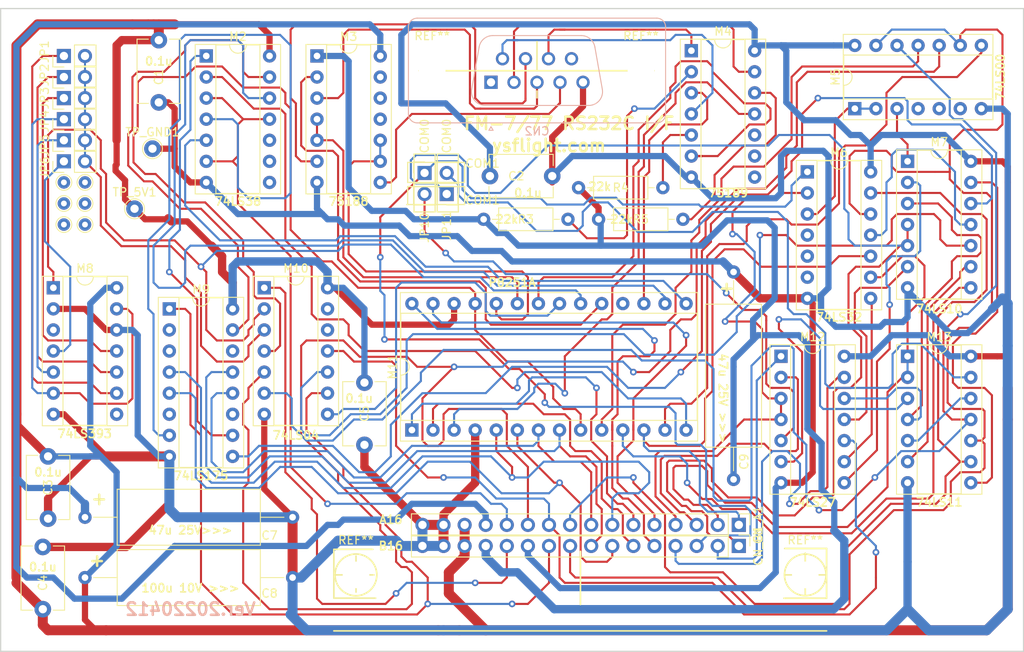
<source format=kicad_pcb>
(kicad_pcb (version 20171130) (host pcbnew "(5.1.10)-1")
  (layers (0 F.Cu signal) (31 B.Cu signal) (34 B.Paste user) (35 F.Paste user) (36 B.SilkS user) (37 F.SilkS user) (38 B.Mask user) (39 F.Mask user) (44 Edge.Cuts user))
  (net 0 "")
  (net 1 "Net-(M4-Pad12)")
  (net 2 -12V)
  (net 3 "Net-(M4-Pad5)")
  (net 4 "Net-(M4-Pad2)")
  (net 5 /EDB2)
  (net 6 "Net-(M11-Pad15)")
  (net 7 /EDB3)
  (net 8 "Net-(M11-Pad16)")
  (net 9 "Net-(M11-Pad3)")
  (net 10 "Net-(M11-Pad17)")
  (net 11 GND)
  (net 12 "Net-(M11-Pad18)")
  (net 13 /EDB4)
  (net 14 "Net-(M11-Pad19)")
  (net 15 /EDB5)
  (net 16 "Net-(M10-Pad2)")
  (net 17 /EDB6)
  (net 18 "Net-(M10-Pad8)")
  (net 19 /EDB7)
  (net 20 "Net-(M11-Pad22)")
  (net 21 "Net-(M11-Pad23)")
  (net 22 "Net-(M11-Pad10)")
  (net 23 "Net-(M11-Pad24)")
  (net 24 "Net-(M11-Pad11)")
  (net 25 +5V)
  (net 26 "Net-(M11-Pad13)")
  (net 27 /EDB0)
  (net 28 "Net-(M11-Pad14)")
  (net 29 /EDB1)
  (net 30 /~ERESET)
  (net 31 /~WFD02)
  (net 32 "Net-(M9-Pad2)")
  (net 33 "Net-(M2-Pad1)")
  (net 34 "Net-(M9-Pad3)")
  (net 35 "Net-(M9-Pad11)")
  (net 36 "Net-(M9-Pad6)")
  (net 37 "Net-(M9-Pad14)")
  (net 38 "Net-(M2-Pad4)")
  (net 39 "Net-(M2-Pad13)")
  (net 40 /~EIRQ)
  (net 41 /Data_Terminal)
  (net 42 /Transmitted_Data)
  (net 43 /Request_To_Send)
  (net 44 +12V)
  (net 45 /Received_Data)
  (net 46 /Data_Set_Ready)
  (net 47 /Clear_To_Send)
  (net 48 /ERW)
  (net 49 /EQ)
  (net 50 /QORE)
  (net 51 "Net-(M12-Pad11)")
  (net 52 "Net-(M12-Pad8)")
  (net 53 "Net-(M13-Pad6)")
  (net 54 "Net-(M10-Pad10)")
  (net 55 "Net-(M13-Pad8)")
  (net 56 "Net-(M8-Pad3)")
  (net 57 "Net-(M8-Pad8)")
  (net 58 /2.5MHz)
  (net 59 "Net-(JP1-Pad2)")
  (net 60 /~EIOS)
  (net 61 "Net-(M13-Pad12)")
  (net 62 "Net-(CN2-Pad1)")
  (net 63 "Net-(CN2-Pad9)")
  (net 64 "Net-(M10-Pad4)")
  (net 65 /EAB6)
  (net 66 /EAB4)
  (net 67 /EAB2)
  (net 68 /EAB0)
  (net 69 /EAB1)
  (net 70 /EAB3)
  (net 71 /EAB5)
  (net 72 /EAB7)
  (net 73 /EE)
  (net 74 /EAB5or1)
  (net 75 /EAB1or5)
  (net 76 "Net-(M5-Pad1)")
  (net 77 "Net-(M5-Pad3)")
  (net 78 /~ERW)
  (net 79 "Net-(M12-Pad9)")
  (net 80 /AB347)
  (net 81 /AB56)
  (net 82 /2400bps)
  (net 83 /4800bps)
  (net 84 /9600bps)
  (net 85 /19200bps)
  (net 86 /38400bps)
  (net 87 /76800bps)
  (module TestPoint:TestPoint_THTPad_D2.0mm_Drill1.0mm (layer F.Cu) (at 97.028 60.071)
    (fp_text reference TP_GND1 (at 0 -1.998) (layer F.SilkS))
    (fp_text value TestPoint)
    (pad 1 thru_hole circle (at 0 0) (size 2 2) (drill 1) (layers *.Cu *.Mask) (net 11 GND))
  )
  (module TestPoint:TestPoint_THTPad_D2.0mm_Drill1.0mm (layer F.Cu) (at 94.869 67.31)
    (fp_text reference TP_5V1 (at 0 -1.998) (layer F.SilkS))
    (fp_text value TestPoint)
    (pad 1 thru_hole circle (at 0 0) (size 2 2) (drill 1) (layers *.Cu *.Mask) (net 25 +5V))
  )
  (module MountingHole:MountingHole_3.2mm_M3 (layer F.Cu) (at 175.641 111.437)
    (fp_text reference REF** (at 0 -4.2) (layer F.SilkS))
    (fp_text value 2.85mm)
    (pad 1 np_thru_hole circle (at 0 0) (size 3.2 3.2) (drill 3.2) (layers *.Cu *.Mask))
  )
  (module MountingHole:MountingHole_3.2mm_M3 (layer F.Cu) (at 121.539 111.437)
    (fp_text reference REF** (at 0 -4.2) (layer F.SilkS))
    (fp_text value 2.85mm)
    (pad 1 np_thru_hole circle (at 0 0) (size 3.2 3.2) (drill 3.2) (layers *.Cu *.Mask))
  )
  (module MountingHole:MountingHole_3.2mm_M3 (layer F.Cu) (at 155.855 50.673)
    (fp_text reference REF** (at 0 -4.2) (layer F.SilkS))
    (fp_text value 3.2mm)
    (pad 1 np_thru_hole circle (at 0 0) (size 3.2 3.2) (drill 3.2) (layers *.Cu *.Mask))
  )
  (module MountingHole:MountingHole_3.2mm_M3 (layer F.Cu) (at 130.7095 50.673)
    (fp_text reference REF** (at 0 -4.2) (layer F.SilkS))
    (fp_text value 3.2mm)
    (pad 1 np_thru_hole circle (at 0 0) (size 3.2 3.2) (drill 3.2) (layers *.Cu *.Mask))
  )
  (module Connector_PinHeader_2.54mm:PinHeader_1x02_P2.54mm_Vertical (layer F.Cu) (at 86.36 61.595 90)
    (fp_text reference JP6 (at -0.762 -2.286 90) (layer F.SilkS))
    (fp_text value Jumper_NO_Small)
    (pad 2 thru_hole oval (at 0 2.54 90) (size 1.7 1.7) (drill 1) (layers *.Cu *.Mask) (net 59 "Net-(JP1-Pad2)"))
    (pad 1 thru_hole rect (at 0 0 90) (size 1.7 1.7) (drill 1) (layers *.Cu *.Mask) (net 87 /76800bps))
  )
  (module Connector_PinHeader_2.54mm:PinHeader_1x02_P2.54mm_Vertical (layer F.Cu) (at 132.461 65.532 180)
    (fp_text reference JP11 (at 0 -3.81 90) (layer F.SilkS))
    (fp_text value Jumper_NC_Small)
    (pad 2 thru_hole oval (at 0 2.54 180) (size 1.7 1.7) (drill 1) (layers *.Cu *.Mask) (net 75 /EAB1or5))
    (pad 1 thru_hole rect (at 0 0 180) (size 1.7 1.7) (drill 1) (layers *.Cu *.Mask) (net 69 /EAB1))
  )
  (module Connector_PinHeader_2.54mm:PinHeader_1x02_P2.54mm_Vertical (layer F.Cu) (at 129.794 62.992)
    (fp_text reference JP10 (at 0 6.604 90) (layer F.SilkS))
    (fp_text value Jumper_NC_Small)
    (pad 2 thru_hole oval (at 0 2.54) (size 1.7 1.7) (drill 1) (layers *.Cu *.Mask) (net 74 /EAB5or1))
    (pad 1 thru_hole rect (at 0 0) (size 1.7 1.7) (drill 1) (layers *.Cu *.Mask) (net 71 /EAB5))
  )
  (module Package_DIP:DIP-14_W7.62mm_Socket (layer F.Cu) (at 103.505 48.895)
    (fp_text reference M2 (at 3.81 -2.33) (layer F.SilkS))
    (fp_text value 74LS38)
    (pad 14 thru_hole oval (at 7.62 0) (size 1.6 1.6) (drill 0.8) (layers *.Cu *.Mask) (net 25 +5V))
    (pad 7 thru_hole oval (at 0 15.24) (size 1.6 1.6) (drill 0.8) (layers *.Cu *.Mask) (net 11 GND))
    (pad 13 thru_hole oval (at 7.62 2.54) (size 1.6 1.6) (drill 0.8) (layers *.Cu *.Mask) (net 39 "Net-(M2-Pad13)"))
    (pad 6 thru_hole oval (at 0 12.7) (size 1.6 1.6) (drill 0.8) (layers *.Cu *.Mask) (net 40 /~EIRQ))
    (pad 12 thru_hole oval (at 7.62 5.08) (size 1.6 1.6) (drill 0.8) (layers *.Cu *.Mask) (net 8 "Net-(M11-Pad16)"))
    (pad 5 thru_hole oval (at 0 10.16) (size 1.6 1.6) (drill 0.8) (layers *.Cu *.Mask) (net 6 "Net-(M11-Pad15)"))
    (pad 11 thru_hole oval (at 7.62 7.62) (size 1.6 1.6) (drill 0.8) (layers *.Cu *.Mask) (net 40 /~EIRQ))
    (pad 4 thru_hole oval (at 0 7.62) (size 1.6 1.6) (drill 0.8) (layers *.Cu *.Mask) (net 38 "Net-(M2-Pad4)"))
    (pad 10 thru_hole oval (at 7.62 10.16) (size 1.6 1.6) (drill 0.8) (layers *.Cu *.Mask))
    (pad 3 thru_hole oval (at 0 5.08) (size 1.6 1.6) (drill 0.8) (layers *.Cu *.Mask) (net 40 /~EIRQ))
    (pad 9 thru_hole oval (at 7.62 12.7) (size 1.6 1.6) (drill 0.8) (layers *.Cu *.Mask))
    (pad 2 thru_hole oval (at 0 2.54) (size 1.6 1.6) (drill 0.8) (layers *.Cu *.Mask) (net 28 "Net-(M11-Pad14)"))
    (pad 8 thru_hole oval (at 7.62 15.24) (size 1.6 1.6) (drill 0.8) (layers *.Cu *.Mask))
    (pad 1 thru_hole rect (at 0 0) (size 1.6 1.6) (drill 0.8) (layers *.Cu *.Mask) (net 33 "Net-(M2-Pad1)"))
  )
  (module Connector_Dsub:DSUB-9_Male_Vertical_P2.77x2.84mm (layer B.Cu) (at 137.795 52.07)
    (fp_text reference CN2 (at 5.54 5.89) (layer B.SilkS) (effects (justify mirror)))
    (fp_text value DB9_Male)
    (pad 9 thru_hole circle (at 9.695 -2.84) (size 1.6 1.6) (drill 1) (layers *.Cu *.Mask) (net 63 "Net-(CN2-Pad9)"))
    (pad 8 thru_hole circle (at 6.925 -2.84) (size 1.6 1.6) (drill 1) (layers *.Cu *.Mask) (net 47 /Clear_To_Send))
    (pad 7 thru_hole circle (at 4.155 -2.84) (size 1.6 1.6) (drill 1) (layers *.Cu *.Mask) (net 43 /Request_To_Send))
    (pad 6 thru_hole circle (at 1.385 -2.84) (size 1.6 1.6) (drill 1) (layers *.Cu *.Mask) (net 46 /Data_Set_Ready))
    (pad 5 thru_hole circle (at 11.08 0) (size 1.6 1.6) (drill 1) (layers *.Cu *.Mask) (net 11 GND))
    (pad 4 thru_hole circle (at 8.31 0) (size 1.6 1.6) (drill 1) (layers *.Cu *.Mask) (net 41 /Data_Terminal))
    (pad 3 thru_hole circle (at 5.54 0) (size 1.6 1.6) (drill 1) (layers *.Cu *.Mask) (net 42 /Transmitted_Data))
    (pad 2 thru_hole circle (at 2.77 0) (size 1.6 1.6) (drill 1) (layers *.Cu *.Mask) (net 45 /Received_Data))
    (pad 1 thru_hole rect (at 0 0) (size 1.6 1.6) (drill 1) (layers *.Cu *.Mask) (net 62 "Net-(CN2-Pad1)"))
  )
  (module Package_DIP:DIP-14_W7.62mm_Socket (layer F.Cu) (at 187.96 61.595)
    (fp_text reference M7 (at 3.81 -2.33) (layer F.SilkS))
    (fp_text value 74LS10)
    (pad 14 thru_hole oval (at 7.62 0) (size 1.6 1.6) (drill 0.8) (layers *.Cu *.Mask) (net 25 +5V))
    (pad 7 thru_hole oval (at 0 15.24) (size 1.6 1.6) (drill 0.8) (layers *.Cu *.Mask) (net 11 GND))
    (pad 13 thru_hole oval (at 7.62 2.54) (size 1.6 1.6) (drill 0.8) (layers *.Cu *.Mask) (net 55 "Net-(M13-Pad8)"))
    (pad 6 thru_hole oval (at 0 12.7) (size 1.6 1.6) (drill 0.8) (layers *.Cu *.Mask) (net 51 "Net-(M12-Pad11)"))
    (pad 12 thru_hole oval (at 7.62 5.08) (size 1.6 1.6) (drill 0.8) (layers *.Cu *.Mask) (net 31 /~WFD02))
    (pad 5 thru_hole oval (at 0 10.16) (size 1.6 1.6) (drill 0.8) (layers *.Cu *.Mask) (net 69 /EAB1))
    (pad 11 thru_hole oval (at 7.62 7.62) (size 1.6 1.6) (drill 0.8) (layers *.Cu *.Mask) (net 50 /QORE))
    (pad 4 thru_hole oval (at 0 7.62) (size 1.6 1.6) (drill 0.8) (layers *.Cu *.Mask) (net 69 /EAB1))
    (pad 10 thru_hole oval (at 7.62 10.16) (size 1.6 1.6) (drill 0.8) (layers *.Cu *.Mask) (net 54 "Net-(M10-Pad10)"))
    (pad 3 thru_hole oval (at 0 5.08) (size 1.6 1.6) (drill 0.8) (layers *.Cu *.Mask) (net 80 /AB347))
    (pad 9 thru_hole oval (at 7.62 12.7) (size 1.6 1.6) (drill 0.8) (layers *.Cu *.Mask) (net 53 "Net-(M13-Pad6)"))
    (pad 2 thru_hole oval (at 0 2.54) (size 1.6 1.6) (drill 0.8) (layers *.Cu *.Mask) (net 52 "Net-(M12-Pad8)"))
    (pad 8 thru_hole oval (at 7.62 15.24) (size 1.6 1.6) (drill 0.8) (layers *.Cu *.Mask) (net 24 "Net-(M11-Pad11)"))
    (pad 1 thru_hole rect (at 0 0) (size 1.6 1.6) (drill 0.8) (layers *.Cu *.Mask) (net 77 "Net-(M5-Pad3)"))
  )
  (module Capacitor_THT:C_Axial_L17.0mm_D6.5mm_P25.00mm_Horizontal (layer F.Cu) (at 167.005 74.93 270)
    (fp_text reference C9 (at 22.86 -1.27 270) (layer F.SilkS))
    (fp_text value CP)
    (pad 2 thru_hole oval (at 25 0 270) (size 1.6 1.6) (drill 0.8) (layers *.Cu *.Mask) (net 2 -12V))
    (pad 1 thru_hole circle (at 0 0 270) (size 1.6 1.6) (drill 0.8) (layers *.Cu *.Mask) (net 11 GND))
  )
  (module Package_DIP:DIP-14_W7.62mm_Socket (layer F.Cu) (at 172.72 85.09)
    (fp_text reference M12 (at 3.81 -2.33) (layer F.SilkS))
    (fp_text value 74LS27)
    (pad 14 thru_hole oval (at 7.62 0) (size 1.6 1.6) (drill 0.8) (layers *.Cu *.Mask) (net 25 +5V))
    (pad 7 thru_hole oval (at 0 15.24) (size 1.6 1.6) (drill 0.8) (layers *.Cu *.Mask) (net 11 GND))
    (pad 13 thru_hole oval (at 7.62 2.54) (size 1.6 1.6) (drill 0.8) (layers *.Cu *.Mask) (net 72 /EAB7))
    (pad 6 thru_hole oval (at 0 12.7) (size 1.6 1.6) (drill 0.8) (layers *.Cu *.Mask) (net 81 /AB56))
    (pad 12 thru_hole oval (at 7.62 5.08) (size 1.6 1.6) (drill 0.8) (layers *.Cu *.Mask) (net 80 /AB347))
    (pad 5 thru_hole oval (at 0 10.16) (size 1.6 1.6) (drill 0.8) (layers *.Cu *.Mask) (net 74 /EAB5or1))
    (pad 11 thru_hole oval (at 7.62 7.62) (size 1.6 1.6) (drill 0.8) (layers *.Cu *.Mask) (net 51 "Net-(M12-Pad11)"))
    (pad 4 thru_hole oval (at 0 7.62) (size 1.6 1.6) (drill 0.8) (layers *.Cu *.Mask) (net 65 /EAB6))
    (pad 10 thru_hole oval (at 7.62 10.16) (size 1.6 1.6) (drill 0.8) (layers *.Cu *.Mask) (net 60 /~EIOS))
    (pad 3 thru_hole oval (at 0 5.08) (size 1.6 1.6) (drill 0.8) (layers *.Cu *.Mask) (net 65 /EAB6))
    (pad 9 thru_hole oval (at 7.62 12.7) (size 1.6 1.6) (drill 0.8) (layers *.Cu *.Mask) (net 79 "Net-(M12-Pad9)"))
    (pad 2 thru_hole oval (at 0 2.54) (size 1.6 1.6) (drill 0.8) (layers *.Cu *.Mask) (net 66 /EAB4))
    (pad 8 thru_hole oval (at 7.62 15.24) (size 1.6 1.6) (drill 0.8) (layers *.Cu *.Mask) (net 52 "Net-(M12-Pad8)"))
    (pad 1 thru_hole rect (at 0 0) (size 1.6 1.6) (drill 0.8) (layers *.Cu *.Mask) (net 70 /EAB3))
  )
  (module Package_DIP:DIP-28_W15.24mm_Socket (layer F.Cu) (at 128.27 93.98 90)
    (fp_text reference M11 (at 7.62 -2.33 90) (layer F.SilkS))
    (fp_text value 8251A)
    (pad 28 thru_hole oval (at 15.24 0 90) (size 1.6 1.6) (drill 0.8) (layers *.Cu *.Mask) (net 29 /EDB1))
    (pad 14 thru_hole oval (at 0 33.02 90) (size 1.6 1.6) (drill 0.8) (layers *.Cu *.Mask) (net 28 "Net-(M11-Pad14)"))
    (pad 27 thru_hole oval (at 15.24 2.54 90) (size 1.6 1.6) (drill 0.8) (layers *.Cu *.Mask) (net 27 /EDB0))
    (pad 13 thru_hole oval (at 0 30.48 90) (size 1.6 1.6) (drill 0.8) (layers *.Cu *.Mask) (net 26 "Net-(M11-Pad13)"))
    (pad 26 thru_hole oval (at 15.24 5.08 90) (size 1.6 1.6) (drill 0.8) (layers *.Cu *.Mask) (net 25 +5V))
    (pad 12 thru_hole oval (at 0 27.94 90) (size 1.6 1.6) (drill 0.8) (layers *.Cu *.Mask) (net 68 /EAB0))
    (pad 25 thru_hole oval (at 15.24 7.62 90) (size 1.6 1.6) (drill 0.8) (layers *.Cu *.Mask) (net 64 "Net-(M10-Pad4)"))
    (pad 11 thru_hole oval (at 0 25.4 90) (size 1.6 1.6) (drill 0.8) (layers *.Cu *.Mask) (net 24 "Net-(M11-Pad11)"))
    (pad 24 thru_hole oval (at 15.24 10.16 90) (size 1.6 1.6) (drill 0.8) (layers *.Cu *.Mask) (net 23 "Net-(M11-Pad24)"))
    (pad 10 thru_hole oval (at 0 22.86 90) (size 1.6 1.6) (drill 0.8) (layers *.Cu *.Mask) (net 22 "Net-(M11-Pad10)"))
    (pad 23 thru_hole oval (at 15.24 12.7 90) (size 1.6 1.6) (drill 0.8) (layers *.Cu *.Mask) (net 21 "Net-(M11-Pad23)"))
    (pad 9 thru_hole oval (at 0 20.32 90) (size 1.6 1.6) (drill 0.8) (layers *.Cu *.Mask) (net 64 "Net-(M10-Pad4)"))
    (pad 22 thru_hole oval (at 15.24 15.24 90) (size 1.6 1.6) (drill 0.8) (layers *.Cu *.Mask) (net 20 "Net-(M11-Pad22)"))
    (pad 8 thru_hole oval (at 0 17.78 90) (size 1.6 1.6) (drill 0.8) (layers *.Cu *.Mask) (net 19 /EDB7))
    (pad 21 thru_hole oval (at 15.24 17.78 90) (size 1.6 1.6) (drill 0.8) (layers *.Cu *.Mask) (net 18 "Net-(M10-Pad8)"))
    (pad 7 thru_hole oval (at 0 15.24 90) (size 1.6 1.6) (drill 0.8) (layers *.Cu *.Mask) (net 17 /EDB6))
    (pad 20 thru_hole oval (at 15.24 20.32 90) (size 1.6 1.6) (drill 0.8) (layers *.Cu *.Mask) (net 16 "Net-(M10-Pad2)"))
    (pad 6 thru_hole oval (at 0 12.7 90) (size 1.6 1.6) (drill 0.8) (layers *.Cu *.Mask) (net 15 /EDB5))
    (pad 19 thru_hole oval (at 15.24 22.86 90) (size 1.6 1.6) (drill 0.8) (layers *.Cu *.Mask) (net 14 "Net-(M11-Pad19)"))
    (pad 5 thru_hole oval (at 0 10.16 90) (size 1.6 1.6) (drill 0.8) (layers *.Cu *.Mask) (net 13 /EDB4))
    (pad 18 thru_hole oval (at 15.24 25.4 90) (size 1.6 1.6) (drill 0.8) (layers *.Cu *.Mask) (net 12 "Net-(M11-Pad18)"))
    (pad 4 thru_hole oval (at 0 7.62 90) (size 1.6 1.6) (drill 0.8) (layers *.Cu *.Mask) (net 11 GND))
    (pad 17 thru_hole oval (at 15.24 27.94 90) (size 1.6 1.6) (drill 0.8) (layers *.Cu *.Mask) (net 10 "Net-(M11-Pad17)"))
    (pad 3 thru_hole oval (at 0 5.08 90) (size 1.6 1.6) (drill 0.8) (layers *.Cu *.Mask) (net 9 "Net-(M11-Pad3)"))
    (pad 16 thru_hole oval (at 15.24 30.48 90) (size 1.6 1.6) (drill 0.8) (layers *.Cu *.Mask) (net 8 "Net-(M11-Pad16)"))
    (pad 2 thru_hole oval (at 0 2.54 90) (size 1.6 1.6) (drill 0.8) (layers *.Cu *.Mask) (net 7 /EDB3))
    (pad 15 thru_hole oval (at 15.24 33.02 90) (size 1.6 1.6) (drill 0.8) (layers *.Cu *.Mask) (net 6 "Net-(M11-Pad15)"))
    (pad 1 thru_hole rect (at 0 0 90) (size 1.6 1.6) (drill 0.8) (layers *.Cu *.Mask) (net 5 /EDB2))
  )
  (module Capacitor_THT:C_Axial_L17.0mm_D6.5mm_P25.00mm_Horizontal (layer F.Cu) (at 88.9 111.76)
    (fp_text reference C8 (at 22.225 1.905) (layer F.SilkS))
    (fp_text value CP)
    (pad 2 thru_hole oval (at 25 0) (size 1.6 1.6) (drill 0.8) (layers *.Cu *.Mask) (net 11 GND))
    (pad 1 thru_hole circle (at 0 0) (size 1.6 1.6) (drill 0.8) (layers *.Cu *.Mask) (net 25 +5V))
  )
  (module Connector_PinHeader_2.54mm:PinHeader_1x16_P2.54mm_Vertical (layer F.Cu) (at 167.64 107.95 270)
    (fp_text reference CN_B1 (at 0 -2.33 270) (layer F.SilkS))
    (fp_text value Conn_01x16)
    (pad 16 thru_hole oval (at 0 38.1 270) (size 1.7 1.7) (drill 1) (layers *.Cu *.Mask) (net 11 GND))
    (pad 15 thru_hole oval (at 0 35.56 270) (size 1.7 1.7) (drill 1) (layers *.Cu *.Mask) (net 11 GND))
    (pad 14 thru_hole oval (at 0 33.02 270) (size 1.7 1.7) (drill 1) (layers *.Cu *.Mask) (net 25 +5V))
    (pad 13 thru_hole oval (at 0 30.48 270) (size 1.7 1.7) (drill 1) (layers *.Cu *.Mask) (net 2 -12V))
    (pad 12 thru_hole oval (at 0 27.94 270) (size 1.7 1.7) (drill 1) (layers *.Cu *.Mask) (net 58 /2.5MHz))
    (pad 11 thru_hole oval (at 0 25.4 270) (size 1.7 1.7) (drill 1) (layers *.Cu *.Mask) (net 11 GND))
    (pad 10 thru_hole oval (at 0 22.86 270) (size 1.7 1.7) (drill 1) (layers *.Cu *.Mask) (net 30 /~ERESET))
    (pad 9 thru_hole oval (at 0 20.32 270) (size 1.7 1.7) (drill 1) (layers *.Cu *.Mask) (net 73 /EE))
    (pad 8 thru_hole oval (at 0 17.78 270) (size 1.7 1.7) (drill 1) (layers *.Cu *.Mask) (net 19 /EDB7))
    (pad 7 thru_hole oval (at 0 15.24 270) (size 1.7 1.7) (drill 1) (layers *.Cu *.Mask) (net 15 /EDB5))
    (pad 6 thru_hole oval (at 0 12.7 270) (size 1.7 1.7) (drill 1) (layers *.Cu *.Mask) (net 7 /EDB3))
    (pad 5 thru_hole oval (at 0 10.16 270) (size 1.7 1.7) (drill 1) (layers *.Cu *.Mask) (net 29 /EDB1))
    (pad 4 thru_hole oval (at 0 7.62 270) (size 1.7 1.7) (drill 1) (layers *.Cu *.Mask) (net 72 /EAB7))
    (pad 3 thru_hole oval (at 0 5.08 270) (size 1.7 1.7) (drill 1) (layers *.Cu *.Mask) (net 71 /EAB5))
    (pad 2 thru_hole oval (at 0 2.54 270) (size 1.7 1.7) (drill 1) (layers *.Cu *.Mask) (net 70 /EAB3))
    (pad 1 thru_hole rect (at 0 0 270) (size 1.7 1.7) (drill 1) (layers *.Cu *.Mask) (net 69 /EAB1))
  )
  (module Package_DIP:DIP-14_W7.62mm_Socket (layer F.Cu) (at 85.09 76.835)
    (fp_text reference M8 (at 3.81 -2.33) (layer F.SilkS))
    (fp_text value 74LS393)
    (pad 14 thru_hole oval (at 7.62 0) (size 1.6 1.6) (drill 0.8) (layers *.Cu *.Mask) (net 25 +5V))
    (pad 7 thru_hole oval (at 0 15.24) (size 1.6 1.6) (drill 0.8) (layers *.Cu *.Mask) (net 11 GND))
    (pad 13 thru_hole oval (at 7.62 2.54) (size 1.6 1.6) (drill 0.8) (layers *.Cu *.Mask) (net 85 /19200bps))
    (pad 6 thru_hole oval (at 0 12.7) (size 1.6 1.6) (drill 0.8) (layers *.Cu *.Mask) (net 85 /19200bps))
    (pad 12 thru_hole oval (at 7.62 5.08) (size 1.6 1.6) (drill 0.8) (layers *.Cu *.Mask) (net 11 GND))
    (pad 5 thru_hole oval (at 0 10.16) (size 1.6 1.6) (drill 0.8) (layers *.Cu *.Mask) (net 86 /38400bps))
    (pad 11 thru_hole oval (at 7.62 7.62) (size 1.6 1.6) (drill 0.8) (layers *.Cu *.Mask) (net 84 /9600bps))
    (pad 4 thru_hole oval (at 0 7.62) (size 1.6 1.6) (drill 0.8) (layers *.Cu *.Mask) (net 87 /76800bps))
    (pad 10 thru_hole oval (at 7.62 10.16) (size 1.6 1.6) (drill 0.8) (layers *.Cu *.Mask) (net 83 /4800bps))
    (pad 3 thru_hole oval (at 0 5.08) (size 1.6 1.6) (drill 0.8) (layers *.Cu *.Mask) (net 56 "Net-(M8-Pad3)"))
    (pad 9 thru_hole oval (at 7.62 12.7) (size 1.6 1.6) (drill 0.8) (layers *.Cu *.Mask) (net 82 /2400bps))
    (pad 2 thru_hole oval (at 0 2.54) (size 1.6 1.6) (drill 0.8) (layers *.Cu *.Mask) (net 11 GND))
    (pad 8 thru_hole oval (at 7.62 15.24) (size 1.6 1.6) (drill 0.8) (layers *.Cu *.Mask) (net 57 "Net-(M8-Pad8)"))
    (pad 1 thru_hole rect (at 0 0) (size 1.6 1.6) (drill 0.8) (layers *.Cu *.Mask) (net 16 "Net-(M10-Pad2)"))
  )
  (module Package_DIP:DIP-14_W7.62mm_Socket (layer F.Cu) (at 187.96 85.09)
    (fp_text reference M13 (at 3.81 -2.33) (layer F.SilkS))
    (fp_text value 74LS11)
    (pad 14 thru_hole oval (at 7.62 0) (size 1.6 1.6) (drill 0.8) (layers *.Cu *.Mask) (net 25 +5V))
    (pad 7 thru_hole oval (at 0 15.24) (size 1.6 1.6) (drill 0.8) (layers *.Cu *.Mask) (net 11 GND))
    (pad 13 thru_hole oval (at 7.62 2.54) (size 1.6 1.6) (drill 0.8) (layers *.Cu *.Mask) (net 75 /EAB1or5))
    (pad 6 thru_hole oval (at 0 12.7) (size 1.6 1.6) (drill 0.8) (layers *.Cu *.Mask) (net 53 "Net-(M13-Pad6)"))
    (pad 12 thru_hole oval (at 7.62 5.08) (size 1.6 1.6) (drill 0.8) (layers *.Cu *.Mask) (net 61 "Net-(M13-Pad12)"))
    (pad 5 thru_hole oval (at 0 10.16) (size 1.6 1.6) (drill 0.8) (layers *.Cu *.Mask) (net 61 "Net-(M13-Pad12)"))
    (pad 11 thru_hole oval (at 7.62 7.62) (size 1.6 1.6) (drill 0.8) (layers *.Cu *.Mask) (net 78 /~ERW))
    (pad 4 thru_hole oval (at 0 7.62) (size 1.6 1.6) (drill 0.8) (layers *.Cu *.Mask) (net 80 /AB347))
    (pad 10 thru_hole oval (at 7.62 10.16) (size 1.6 1.6) (drill 0.8) (layers *.Cu *.Mask) (net 73 /EE))
    (pad 3 thru_hole oval (at 0 5.08) (size 1.6 1.6) (drill 0.8) (layers *.Cu *.Mask) (net 81 /AB56))
    (pad 9 thru_hole oval (at 7.62 12.7) (size 1.6 1.6) (drill 0.8) (layers *.Cu *.Mask) (net 49 /EQ))
    (pad 2 thru_hole oval (at 0 2.54) (size 1.6 1.6) (drill 0.8) (layers *.Cu *.Mask) (net 67 /EAB2))
    (pad 8 thru_hole oval (at 7.62 15.24) (size 1.6 1.6) (drill 0.8) (layers *.Cu *.Mask) (net 55 "Net-(M13-Pad8)"))
    (pad 1 thru_hole rect (at 0 0) (size 1.6 1.6) (drill 0.8) (layers *.Cu *.Mask) (net 67 /EAB2))
  )
  (module Capacitor_THT:C_Axial_L17.0mm_D6.5mm_P25.00mm_Horizontal (layer F.Cu) (at 88.9 104.490001)
    (fp_text reference C7 (at 22.225 2.189999) (layer F.SilkS))
    (fp_text value CP)
    (pad 2 thru_hole oval (at 25 0) (size 1.6 1.6) (drill 0.8) (layers *.Cu *.Mask) (net 11 GND))
    (pad 1 thru_hole circle (at 0 0) (size 1.6 1.6) (drill 0.8) (layers *.Cu *.Mask) (net 44 +12V))
  )
  (module Capacitor_THT:C_Disc_D7.5mm_W5.0mm_P7.50mm (layer F.Cu) (at 137.668 63.373)
    (fp_text reference C2 (at 3.175 0) (layer F.SilkS))
    (fp_text value C)
    (pad 2 thru_hole circle (at 7.5 0) (size 2 2) (drill 1) (layers *.Cu *.Mask) (net 11 GND))
    (pad 1 thru_hole circle (at 0 0) (size 2 2) (drill 1) (layers *.Cu *.Mask) (net 25 +5V))
  )
  (module Capacitor_THT:C_Disc_D7.5mm_W5.0mm_P7.50mm (layer F.Cu) (at 84.455 97.155 270)
    (fp_text reference C3 (at 3.75 0 270) (layer F.SilkS))
    (fp_text value C)
    (pad 2 thru_hole circle (at 7.5 0 270) (size 2 2) (drill 1) (layers *.Cu *.Mask) (net 11 GND))
    (pad 1 thru_hole circle (at 0 0 270) (size 2 2) (drill 1) (layers *.Cu *.Mask) (net 25 +5V))
  )
  (module Capacitor_THT:C_Disc_D7.5mm_W5.0mm_P7.50mm (layer F.Cu) (at 83.82 115.57 90)
    (fp_text reference C4 (at 3.175 0 90) (layer F.SilkS))
    (fp_text value C)
    (pad 2 thru_hole circle (at 7.5 0 90) (size 2 2) (drill 1) (layers *.Cu *.Mask) (net 11 GND))
    (pad 1 thru_hole circle (at 0 0 90) (size 2 2) (drill 1) (layers *.Cu *.Mask) (net 25 +5V))
  )
  (module Capacitor_THT:C_Disc_D7.5mm_W5.0mm_P7.50mm (layer F.Cu) (at 122.555 88.265 270)
    (fp_text reference C5 (at 3.75 0 270) (layer F.SilkS))
    (fp_text value C)
    (pad 2 thru_hole circle (at 7.5 0 270) (size 2 2) (drill 1) (layers *.Cu *.Mask) (net 11 GND))
    (pad 1 thru_hole circle (at 0 0 270) (size 2 2) (drill 1) (layers *.Cu *.Mask) (net 25 +5V))
  )
  (module Capacitor_THT:C_Disc_D7.5mm_W5.0mm_P7.50mm (layer F.Cu) (at 97.79 46.99 270)
    (fp_text reference C1 (at 4.445 0 270) (layer F.SilkS))
    (fp_text value C)
    (pad 2 thru_hole circle (at 7.5 0 270) (size 2 2) (drill 1) (layers *.Cu *.Mask) (net 11 GND))
    (pad 1 thru_hole circle (at 0 0 270) (size 2 2) (drill 1) (layers *.Cu *.Mask) (net 25 +5V))
  )
  (module Connector_PinHeader_2.54mm:PinHeader_1x02_P2.54mm_Vertical (layer F.Cu) (at 86.36 48.895 90)
    (fp_text reference JP1 (at 0.508 -2.33 90) (layer F.SilkS))
    (fp_text value Jumper_NO_Small)
    (pad 2 thru_hole oval (at 0 2.54 90) (size 1.7 1.7) (drill 1) (layers *.Cu *.Mask) (net 59 "Net-(JP1-Pad2)"))
    (pad 1 thru_hole rect (at 0 0 90) (size 1.7 1.7) (drill 1) (layers *.Cu *.Mask) (net 82 /2400bps))
  )
  (module Connector_PinHeader_2.54mm:PinHeader_1x02_P2.54mm_Vertical (layer F.Cu) (at 86.36 51.435 90)
    (fp_text reference JP2 (at 0.254 -2.33 90) (layer F.SilkS))
    (fp_text value Jumper_NO_Small)
    (pad 2 thru_hole oval (at 0 2.54 90) (size 1.7 1.7) (drill 1) (layers *.Cu *.Mask) (net 59 "Net-(JP1-Pad2)"))
    (pad 1 thru_hole rect (at 0 0 90) (size 1.7 1.7) (drill 1) (layers *.Cu *.Mask) (net 83 /4800bps))
  )
  (module Connector_PinHeader_2.54mm:PinHeader_1x02_P2.54mm_Vertical (layer F.Cu) (at 86.36 53.975 90)
    (fp_text reference JP3 (at 0 -2.33 90) (layer F.SilkS))
    (fp_text value Jumper_NO_Small)
    (pad 2 thru_hole oval (at 0 2.54 90) (size 1.7 1.7) (drill 1) (layers *.Cu *.Mask) (net 59 "Net-(JP1-Pad2)"))
    (pad 1 thru_hole rect (at 0 0 90) (size 1.7 1.7) (drill 1) (layers *.Cu *.Mask) (net 84 /9600bps))
  )
  (module Connector_PinHeader_2.54mm:PinHeader_1x02_P2.54mm_Vertical (layer F.Cu) (at 86.36 56.515 90)
    (fp_text reference JP4 (at -0.254 -2.33 90) (layer F.SilkS))
    (fp_text value Jumper_NO_Small)
    (pad 2 thru_hole oval (at 0 2.54 90) (size 1.7 1.7) (drill 1) (layers *.Cu *.Mask) (net 59 "Net-(JP1-Pad2)"))
    (pad 1 thru_hole rect (at 0 0 90) (size 1.7 1.7) (drill 1) (layers *.Cu *.Mask) (net 85 /19200bps))
  )
  (module Connector_PinHeader_2.54mm:PinHeader_1x02_P2.54mm_Vertical (layer F.Cu) (at 86.36 59.055 90)
    (fp_text reference JP5 (at -0.635 -2.33 90) (layer F.SilkS))
    (fp_text value Jumper_NC_Small)
    (pad 2 thru_hole oval (at 0 2.54 90) (size 1.7 1.7) (drill 1) (layers *.Cu *.Mask) (net 59 "Net-(JP1-Pad2)"))
    (pad 1 thru_hole rect (at 0 0 90) (size 1.7 1.7) (drill 1) (layers *.Cu *.Mask) (net 86 /38400bps))
  )
  (module Connector_PinHeader_2.54mm:PinHeader_1x16_P2.54mm_Vertical (layer F.Cu) (at 167.64 105.41 270)
    (fp_text reference CN_A1 (at 0 -2.33 270) (layer F.SilkS))
    (fp_text value Conn_01x16)
    (pad 16 thru_hole oval (at 0 38.1 270) (size 1.7 1.7) (drill 1) (layers *.Cu *.Mask) (net 11 GND))
    (pad 15 thru_hole oval (at 0 35.56 270) (size 1.7 1.7) (drill 1) (layers *.Cu *.Mask) (net 11 GND))
    (pad 14 thru_hole oval (at 0 33.02 270) (size 1.7 1.7) (drill 1) (layers *.Cu *.Mask) (net 25 +5V))
    (pad 13 thru_hole oval (at 0 30.48 270) (size 1.7 1.7) (drill 1) (layers *.Cu *.Mask) (net 44 +12V))
    (pad 12 thru_hole oval (at 0 27.94 270) (size 1.7 1.7) (drill 1) (layers *.Cu *.Mask) (net 40 /~EIRQ))
    (pad 11 thru_hole oval (at 0 25.4 270) (size 1.7 1.7) (drill 1) (layers *.Cu *.Mask) (net 48 /ERW))
    (pad 10 thru_hole oval (at 0 22.86 270) (size 1.7 1.7) (drill 1) (layers *.Cu *.Mask) (net 60 /~EIOS))
    (pad 9 thru_hole oval (at 0 20.32 270) (size 1.7 1.7) (drill 1) (layers *.Cu *.Mask) (net 49 /EQ))
    (pad 8 thru_hole oval (at 0 17.78 270) (size 1.7 1.7) (drill 1) (layers *.Cu *.Mask) (net 17 /EDB6))
    (pad 7 thru_hole oval (at 0 15.24 270) (size 1.7 1.7) (drill 1) (layers *.Cu *.Mask) (net 13 /EDB4))
    (pad 6 thru_hole oval (at 0 12.7 270) (size 1.7 1.7) (drill 1) (layers *.Cu *.Mask) (net 5 /EDB2))
    (pad 5 thru_hole oval (at 0 10.16 270) (size 1.7 1.7) (drill 1) (layers *.Cu *.Mask) (net 27 /EDB0))
    (pad 4 thru_hole oval (at 0 7.62 270) (size 1.7 1.7) (drill 1) (layers *.Cu *.Mask) (net 65 /EAB6))
    (pad 3 thru_hole oval (at 0 5.08 270) (size 1.7 1.7) (drill 1) (layers *.Cu *.Mask) (net 66 /EAB4))
    (pad 2 thru_hole oval (at 0 2.54 270) (size 1.7 1.7) (drill 1) (layers *.Cu *.Mask) (net 67 /EAB2))
    (pad 1 thru_hole rect (at 0 0 270) (size 1.7 1.7) (drill 1) (layers *.Cu *.Mask) (net 68 /EAB0))
  )
  (module Package_DIP:DIP-14_W7.62mm_Socket (layer F.Cu) (at 110.49 76.835)
    (fp_text reference M10 (at 3.81 -2.33) (layer F.SilkS))
    (fp_text value 74LS04)
    (pad 14 thru_hole oval (at 7.62 0) (size 1.6 1.6) (drill 0.8) (layers *.Cu *.Mask) (net 25 +5V))
    (pad 7 thru_hole oval (at 0 15.24) (size 1.6 1.6) (drill 0.8) (layers *.Cu *.Mask) (net 11 GND))
    (pad 13 thru_hole oval (at 7.62 2.54) (size 1.6 1.6) (drill 0.8) (layers *.Cu *.Mask))
    (pad 6 thru_hole oval (at 0 12.7) (size 1.6 1.6) (drill 0.8) (layers *.Cu *.Mask) (net 78 /~ERW))
    (pad 12 thru_hole oval (at 7.62 5.08) (size 1.6 1.6) (drill 0.8) (layers *.Cu *.Mask))
    (pad 5 thru_hole oval (at 0 10.16) (size 1.6 1.6) (drill 0.8) (layers *.Cu *.Mask) (net 48 /ERW))
    (pad 11 thru_hole oval (at 7.62 7.62) (size 1.6 1.6) (drill 0.8) (layers *.Cu *.Mask) (net 60 /~EIOS))
    (pad 4 thru_hole oval (at 0 7.62) (size 1.6 1.6) (drill 0.8) (layers *.Cu *.Mask) (net 64 "Net-(M10-Pad4)"))
    (pad 10 thru_hole oval (at 7.62 10.16) (size 1.6 1.6) (drill 0.8) (layers *.Cu *.Mask) (net 54 "Net-(M10-Pad10)"))
    (pad 3 thru_hole oval (at 0 5.08) (size 1.6 1.6) (drill 0.8) (layers *.Cu *.Mask) (net 59 "Net-(JP1-Pad2)"))
    (pad 9 thru_hole oval (at 7.62 12.7) (size 1.6 1.6) (drill 0.8) (layers *.Cu *.Mask) (net 30 /~ERESET))
    (pad 2 thru_hole oval (at 0 2.54) (size 1.6 1.6) (drill 0.8) (layers *.Cu *.Mask) (net 16 "Net-(M10-Pad2)"))
    (pad 8 thru_hole oval (at 7.62 15.24) (size 1.6 1.6) (drill 0.8) (layers *.Cu *.Mask) (net 18 "Net-(M10-Pad8)"))
    (pad 1 thru_hole rect (at 0 0) (size 1.6 1.6) (drill 0.8) (layers *.Cu *.Mask) (net 58 /2.5MHz))
  )
  (module Package_DIP:DIP-14_W7.62mm_Socket (layer F.Cu) (at 175.895 62.865)
    (fp_text reference M6 (at 3.81 -2.33) (layer F.SilkS))
    (fp_text value 74LS32)
    (pad 14 thru_hole oval (at 7.62 0) (size 1.6 1.6) (drill 0.8) (layers *.Cu *.Mask) (net 25 +5V))
    (pad 7 thru_hole oval (at 0 15.24) (size 1.6 1.6) (drill 0.8) (layers *.Cu *.Mask) (net 11 GND))
    (pad 13 thru_hole oval (at 7.62 2.54) (size 1.6 1.6) (drill 0.8) (layers *.Cu *.Mask) (net 49 /EQ))
    (pad 6 thru_hole oval (at 0 12.7) (size 1.6 1.6) (drill 0.8) (layers *.Cu *.Mask))
    (pad 12 thru_hole oval (at 7.62 5.08) (size 1.6 1.6) (drill 0.8) (layers *.Cu *.Mask) (net 73 /EE))
    (pad 5 thru_hole oval (at 0 10.16) (size 1.6 1.6) (drill 0.8) (layers *.Cu *.Mask))
    (pad 11 thru_hole oval (at 7.62 7.62) (size 1.6 1.6) (drill 0.8) (layers *.Cu *.Mask) (net 50 /QORE))
    (pad 4 thru_hole oval (at 0 7.62) (size 1.6 1.6) (drill 0.8) (layers *.Cu *.Mask))
    (pad 10 thru_hole oval (at 7.62 10.16) (size 1.6 1.6) (drill 0.8) (layers *.Cu *.Mask) (net 68 /EAB0))
    (pad 3 thru_hole oval (at 0 5.08) (size 1.6 1.6) (drill 0.8) (layers *.Cu *.Mask) (net 76 "Net-(M5-Pad1)"))
    (pad 9 thru_hole oval (at 7.62 12.7) (size 1.6 1.6) (drill 0.8) (layers *.Cu *.Mask) (net 67 /EAB2))
    (pad 2 thru_hole oval (at 0 2.54) (size 1.6 1.6) (drill 0.8) (layers *.Cu *.Mask) (net 65 /EAB6))
    (pad 8 thru_hole oval (at 7.62 15.24) (size 1.6 1.6) (drill 0.8) (layers *.Cu *.Mask) (net 79 "Net-(M12-Pad9)"))
    (pad 1 thru_hole rect (at 0 0) (size 1.6 1.6) (drill 0.8) (layers *.Cu *.Mask) (net 71 /EAB5))
  )
  (module Package_DIP:DIP-14_W7.62mm_Socket (layer F.Cu) (at 181.61 55.245 90)
    (fp_text reference M5 (at 3.81 -2.33 90) (layer F.SilkS))
    (fp_text value 74LS00)
    (pad 14 thru_hole oval (at 7.62 0 90) (size 1.6 1.6) (drill 0.8) (layers *.Cu *.Mask) (net 25 +5V))
    (pad 7 thru_hole oval (at 0 15.24 90) (size 1.6 1.6) (drill 0.8) (layers *.Cu *.Mask) (net 11 GND))
    (pad 13 thru_hole oval (at 7.62 2.54 90) (size 1.6 1.6) (drill 0.8) (layers *.Cu *.Mask) (net 73 /EE))
    (pad 6 thru_hole oval (at 0 12.7 90) (size 1.6 1.6) (drill 0.8) (layers *.Cu *.Mask))
    (pad 12 thru_hole oval (at 7.62 5.08 90) (size 1.6 1.6) (drill 0.8) (layers *.Cu *.Mask) (net 78 /~ERW))
    (pad 5 thru_hole oval (at 0 10.16 90) (size 1.6 1.6) (drill 0.8) (layers *.Cu *.Mask))
    (pad 11 thru_hole oval (at 7.62 7.62 90) (size 1.6 1.6) (drill 0.8) (layers *.Cu *.Mask) (net 22 "Net-(M11-Pad10)"))
    (pad 4 thru_hole oval (at 0 7.62 90) (size 1.6 1.6) (drill 0.8) (layers *.Cu *.Mask))
    (pad 10 thru_hole oval (at 7.62 10.16 90) (size 1.6 1.6) (drill 0.8) (layers *.Cu *.Mask) (net 48 /ERW))
    (pad 3 thru_hole oval (at 0 5.08 90) (size 1.6 1.6) (drill 0.8) (layers *.Cu *.Mask) (net 77 "Net-(M5-Pad3)"))
    (pad 9 thru_hole oval (at 7.62 12.7 90) (size 1.6 1.6) (drill 0.8) (layers *.Cu *.Mask) (net 73 /EE))
    (pad 2 thru_hole oval (at 0 2.54 90) (size 1.6 1.6) (drill 0.8) (layers *.Cu *.Mask) (net 76 "Net-(M5-Pad1)"))
    (pad 8 thru_hole oval (at 7.62 15.24 90) (size 1.6 1.6) (drill 0.8) (layers *.Cu *.Mask) (net 26 "Net-(M11-Pad13)"))
    (pad 1 thru_hole rect (at 0 0 90) (size 1.6 1.6) (drill 0.8) (layers *.Cu *.Mask) (net 76 "Net-(M5-Pad1)"))
  )
  (module Package_DIP:DIP-14_W7.62mm_Socket (layer F.Cu) (at 161.925 48.26)
    (fp_text reference M4 (at 3.81 -2.33) (layer F.SilkS))
    (fp_text value 75189)
    (pad 14 thru_hole oval (at 7.62 0) (size 1.6 1.6) (drill 0.8) (layers *.Cu *.Mask) (net 25 +5V))
    (pad 7 thru_hole oval (at 0 15.24) (size 1.6 1.6) (drill 0.8) (layers *.Cu *.Mask) (net 11 GND))
    (pad 13 thru_hole oval (at 7.62 2.54) (size 1.6 1.6) (drill 0.8) (layers *.Cu *.Mask) (net 45 /Received_Data))
    (pad 6 thru_hole oval (at 0 12.7) (size 1.6 1.6) (drill 0.8) (layers *.Cu *.Mask) (net 20 "Net-(M11-Pad22)"))
    (pad 12 thru_hole oval (at 7.62 5.08) (size 1.6 1.6) (drill 0.8) (layers *.Cu *.Mask) (net 1 "Net-(M4-Pad12)"))
    (pad 5 thru_hole oval (at 0 10.16) (size 1.6 1.6) (drill 0.8) (layers *.Cu *.Mask) (net 3 "Net-(M4-Pad5)"))
    (pad 11 thru_hole oval (at 7.62 7.62) (size 1.6 1.6) (drill 0.8) (layers *.Cu *.Mask) (net 9 "Net-(M11-Pad3)"))
    (pad 4 thru_hole oval (at 0 7.62) (size 1.6 1.6) (drill 0.8) (layers *.Cu *.Mask) (net 46 /Data_Set_Ready))
    (pad 10 thru_hole oval (at 7.62 10.16) (size 1.6 1.6) (drill 0.8) (layers *.Cu *.Mask))
    (pad 3 thru_hole oval (at 0 5.08) (size 1.6 1.6) (drill 0.8) (layers *.Cu *.Mask) (net 10 "Net-(M11-Pad17)"))
    (pad 9 thru_hole oval (at 7.62 12.7) (size 1.6 1.6) (drill 0.8) (layers *.Cu *.Mask))
    (pad 2 thru_hole oval (at 0 2.54) (size 1.6 1.6) (drill 0.8) (layers *.Cu *.Mask) (net 4 "Net-(M4-Pad2)"))
    (pad 8 thru_hole oval (at 7.62 15.24) (size 1.6 1.6) (drill 0.8) (layers *.Cu *.Mask))
    (pad 1 thru_hole rect (at 0 0) (size 1.6 1.6) (drill 0.8) (layers *.Cu *.Mask) (net 47 /Clear_To_Send))
  )
  (module Package_DIP:DIP-14_W7.62mm_Socket (layer F.Cu) (at 116.84 48.895)
    (fp_text reference M3 (at 3.81 -2.33) (layer F.SilkS))
    (fp_text value 75188)
    (pad 14 thru_hole oval (at 7.62 0) (size 1.6 1.6) (drill 0.8) (layers *.Cu *.Mask) (net 44 +12V))
    (pad 7 thru_hole oval (at 0 15.24) (size 1.6 1.6) (drill 0.8) (layers *.Cu *.Mask) (net 11 GND))
    (pad 13 thru_hole oval (at 7.62 2.54) (size 1.6 1.6) (drill 0.8) (layers *.Cu *.Mask))
    (pad 6 thru_hole oval (at 0 12.7) (size 1.6 1.6) (drill 0.8) (layers *.Cu *.Mask) (net 43 /Request_To_Send))
    (pad 12 thru_hole oval (at 7.62 5.08) (size 1.6 1.6) (drill 0.8) (layers *.Cu *.Mask))
    (pad 5 thru_hole oval (at 0 10.16) (size 1.6 1.6) (drill 0.8) (layers *.Cu *.Mask) (net 21 "Net-(M11-Pad23)"))
    (pad 11 thru_hole oval (at 7.62 7.62) (size 1.6 1.6) (drill 0.8) (layers *.Cu *.Mask))
    (pad 4 thru_hole oval (at 0 7.62) (size 1.6 1.6) (drill 0.8) (layers *.Cu *.Mask) (net 21 "Net-(M11-Pad23)"))
    (pad 10 thru_hole oval (at 7.62 10.16) (size 1.6 1.6) (drill 0.8) (layers *.Cu *.Mask) (net 23 "Net-(M11-Pad24)"))
    (pad 3 thru_hole oval (at 0 5.08) (size 1.6 1.6) (drill 0.8) (layers *.Cu *.Mask) (net 42 /Transmitted_Data))
    (pad 9 thru_hole oval (at 7.62 12.7) (size 1.6 1.6) (drill 0.8) (layers *.Cu *.Mask) (net 23 "Net-(M11-Pad24)"))
    (pad 2 thru_hole oval (at 0 2.54) (size 1.6 1.6) (drill 0.8) (layers *.Cu *.Mask) (net 14 "Net-(M11-Pad19)"))
    (pad 8 thru_hole oval (at 7.62 15.24) (size 1.6 1.6) (drill 0.8) (layers *.Cu *.Mask) (net 41 /Data_Terminal))
    (pad 1 thru_hole rect (at 0 0) (size 1.6 1.6) (drill 0.8) (layers *.Cu *.Mask) (net 2 -12V))
  )
  (module Package_DIP:DIP-16_W7.62mm_Socket (layer F.Cu) (at 99.06 79.375)
    (fp_text reference M9 (at 3.81 -2.33) (layer F.SilkS))
    (fp_text value 74LS175)
    (pad 16 thru_hole oval (at 7.62 0) (size 1.6 1.6) (drill 0.8) (layers *.Cu *.Mask) (net 25 +5V))
    (pad 8 thru_hole oval (at 0 17.78) (size 1.6 1.6) (drill 0.8) (layers *.Cu *.Mask) (net 11 GND))
    (pad 15 thru_hole oval (at 7.62 2.54) (size 1.6 1.6) (drill 0.8) (layers *.Cu *.Mask) (net 39 "Net-(M2-Pad13)"))
    (pad 7 thru_hole oval (at 0 15.24) (size 1.6 1.6) (drill 0.8) (layers *.Cu *.Mask) (net 38 "Net-(M2-Pad4)"))
    (pad 14 thru_hole oval (at 7.62 5.08) (size 1.6 1.6) (drill 0.8) (layers *.Cu *.Mask) (net 37 "Net-(M9-Pad14)"))
    (pad 6 thru_hole oval (at 0 12.7) (size 1.6 1.6) (drill 0.8) (layers *.Cu *.Mask) (net 36 "Net-(M9-Pad6)"))
    (pad 13 thru_hole oval (at 7.62 7.62) (size 1.6 1.6) (drill 0.8) (layers *.Cu *.Mask) (net 19 /EDB7))
    (pad 5 thru_hole oval (at 0 10.16) (size 1.6 1.6) (drill 0.8) (layers *.Cu *.Mask) (net 15 /EDB5))
    (pad 12 thru_hole oval (at 7.62 10.16) (size 1.6 1.6) (drill 0.8) (layers *.Cu *.Mask) (net 17 /EDB6))
    (pad 4 thru_hole oval (at 0 7.62) (size 1.6 1.6) (drill 0.8) (layers *.Cu *.Mask) (net 13 /EDB4))
    (pad 11 thru_hole oval (at 7.62 12.7) (size 1.6 1.6) (drill 0.8) (layers *.Cu *.Mask) (net 35 "Net-(M9-Pad11)"))
    (pad 3 thru_hole oval (at 0 5.08) (size 1.6 1.6) (drill 0.8) (layers *.Cu *.Mask) (net 34 "Net-(M9-Pad3)"))
    (pad 10 thru_hole oval (at 7.62 15.24) (size 1.6 1.6) (drill 0.8) (layers *.Cu *.Mask) (net 33 "Net-(M2-Pad1)"))
    (pad 2 thru_hole oval (at 0 2.54) (size 1.6 1.6) (drill 0.8) (layers *.Cu *.Mask) (net 32 "Net-(M9-Pad2)"))
    (pad 9 thru_hole oval (at 7.62 17.78) (size 1.6 1.6) (drill 0.8) (layers *.Cu *.Mask) (net 31 /~WFD02))
    (pad 1 thru_hole rect (at 0 0) (size 1.6 1.6) (drill 0.8) (layers *.Cu *.Mask) (net 30 /~ERESET))
  )
  (module Resistor_THT:R_Axial_DIN0207_L6.3mm_D2.5mm_P10.16mm_Horizontal (layer F.Cu) (at 147.066 68.58 180)
    (fp_text reference R3 (at 5.08 0 180) (layer F.SilkS))
    (fp_text value R_US)
    (pad 2 thru_hole oval (at 10.16 0 180) (size 1.6 1.6) (drill 0.8) (layers *.Cu *.Mask) (net 2 -12V))
    (pad 1 thru_hole circle (at 0 0 180) (size 1.6 1.6) (drill 0.8) (layers *.Cu *.Mask) (net 4 "Net-(M4-Pad2)"))
  )
  (module Resistor_THT:R_Axial_DIN0207_L6.3mm_D2.5mm_P10.16mm_Horizontal (layer F.Cu) (at 158.496 64.77 180)
    (fp_text reference R4 (at 5.08 0 180) (layer F.SilkS))
    (fp_text value R_US)
    (pad 2 thru_hole oval (at 10.16 0 180) (size 1.6 1.6) (drill 0.8) (layers *.Cu *.Mask) (net 2 -12V))
    (pad 1 thru_hole circle (at 0 0 180) (size 1.6 1.6) (drill 0.8) (layers *.Cu *.Mask) (net 3 "Net-(M4-Pad5)"))
  )
  (module Resistor_THT:R_Axial_DIN0207_L6.3mm_D2.5mm_P10.16mm_Horizontal (layer F.Cu) (at 160.909 68.58 180)
    (fp_text reference R5 (at 5.08 0 180) (layer F.SilkS))
    (fp_text value R_US)
    (pad 2 thru_hole oval (at 10.16 0 180) (size 1.6 1.6) (drill 0.8) (layers *.Cu *.Mask) (net 2 -12V))
    (pad 1 thru_hole circle (at 0 0 180) (size 1.6 1.6) (drill 0.8) (layers *.Cu *.Mask) (net 1 "Net-(M4-Pad12)"))
  )
  (module TestPoint:TestPoint_THTPad_D1.5mm_Drill0.7mm (layer F.Cu) (at 86.36 69.215)
    (fp_text reference "" (at 0 -1.648) (layer F.SilkS))
    (fp_text value "")
    (pad 1 thru_hole circle (at 0 0) (size 1.5 1.5) (drill 0.7) (layers *.Cu *.Mask))
  )
  (module TestPoint:TestPoint_THTPad_D1.5mm_Drill0.7mm (layer F.Cu) (at 86.36 64.135)
    (fp_text reference "" (at 0 -1.648) (layer F.SilkS))
    (fp_text value "")
    (pad 1 thru_hole circle (at 0 0) (size 1.5 1.5) (drill 0.7) (layers *.Cu *.Mask))
  )
  (module TestPoint:TestPoint_THTPad_D1.5mm_Drill0.7mm (layer F.Cu) (at 88.9 69.215)
    (fp_text reference "" (at 0 -1.648) (layer F.SilkS))
    (fp_text value "")
    (pad 1 thru_hole circle (at 0 0) (size 1.5 1.5) (drill 0.7) (layers *.Cu *.Mask))
  )
  (module TestPoint:TestPoint_THTPad_D1.5mm_Drill0.7mm (layer F.Cu) (at 86.36 66.675)
    (fp_text reference "" (at 0 -1.648) (layer F.SilkS))
    (fp_text value "")
    (pad 1 thru_hole circle (at 0 0) (size 1.5 1.5) (drill 0.7) (layers *.Cu *.Mask))
  )
  (module TestPoint:TestPoint_THTPad_D1.5mm_Drill0.7mm (layer F.Cu) (at 88.9 64.135)
    (fp_text reference "" (at 0 -1.648) (layer F.SilkS))
    (fp_text value "")
    (pad 1 thru_hole circle (at 0 0) (size 1.5 1.5) (drill 0.7) (layers *.Cu *.Mask))
  )
  (module TestPoint:TestPoint_THTPad_D1.5mm_Drill0.7mm (layer F.Cu) (at 88.9 66.675)
    (fp_text reference "" (at 0 -1.648) (layer F.SilkS))
    (fp_text value "")
    (pad 1 thru_hole circle (at 0 0) (size 1.5 1.5) (drill 0.7) (layers *.Cu *.Mask))
  )
  (gr_text COM1 (at 136.779 66.294) (layer F.SilkS) (effects (font (size 1 1))))
  (gr_text COM1 (at 136.779 61.849) (layer F.SilkS) (effects (font (size 1 1))))
  (gr_text COM0 (at 132.461 58.547 90) (layer F.SilkS) (effects (font (size 1 1))))
  (gr_text COM0 (at 129.794 58.547 90) (layer F.SilkS) (effects (font (size 1 1))))
  (gr_line (start 127.762 64.643) (end 127.762 66.802) (layer F.SilkS) (width 0.15))
  (gr_line (start 134.62 64.643) (end 127.762 64.643) (layer F.SilkS) (width 0.15))
  (gr_line (start 134.62 66.802) (end 134.62 64.643) (layer F.SilkS) (width 0.15))
  (gr_line (start 127.635 66.802) (end 134.62 66.802) (layer F.SilkS) (width 0.15))
  (gr_line (start 127.762 64.135) (end 127.762 61.722) (layer F.SilkS) (width 0.15))
  (gr_line (start 134.62 64.135) (end 127.762 64.135) (layer F.SilkS) (width 0.15))
  (gr_line (start 134.62 61.722) (end 134.62 64.135) (layer F.SilkS) (width 0.15))
  (gr_line (start 127.762 61.722) (end 134.62 61.722) (layer F.SilkS) (width 0.15))
  (gr_line (start 133.858 60.706) (end 131.318 60.706) (layer F.SilkS) (width 0.15))
  (gr_line (start 133.858 67.691) (end 133.858 60.706) (layer F.SilkS) (width 0.15))
  (gr_line (start 131.318 67.691) (end 133.858 67.691) (layer F.SilkS) (width 0.15))
  (gr_line (start 131.318 60.706) (end 131.318 67.691) (layer F.SilkS) (width 0.15))
  (gr_line (start 131.064 60.706) (end 128.524 60.706) (layer F.SilkS) (width 0.15))
  (gr_line (start 131.064 67.691) (end 131.064 60.706) (layer F.SilkS) (width 0.15))
  (gr_line (start 128.524 67.691) (end 131.064 67.691) (layer F.SilkS) (width 0.15))
  (gr_line (start 128.524 60.706) (end 128.524 67.691) (layer F.SilkS) (width 0.15))
  (gr_text 0.1u (at 97.79 49.53) (layer F.SilkS) (effects (font (size 1 1) (thickness 0.2))))
  (gr_text 74LS00 (at 199.136 51.435 90) (layer F.SilkS) (effects (font (size 1 1) (thickness 0.2))))
  (gr_text "74LS04\n" (at 114.3 94.615) (layer F.SilkS) (effects (font (size 1 1) (thickness 0.2))))
  (gr_text 74LS10 (at 191.77 79.375) (layer F.SilkS) (effects (font (size 1 1) (thickness 0.2))))
  (gr_text 74LS32 (at 179.705 80.3783) (layer F.SilkS) (effects (font (size 1 1) (thickness 0.2))))
  (gr_line (start 118.8847 114.2365) (end 123.9012 114.2365) (layer F.SilkS) (width 0.2))
  (gr_line (start 178.2064 114.2492) (end 173.0756 114.2492) (layer F.SilkS) (width 0.2))
  (gr_line (start 178.2064 108.2548) (end 178.2064 114.2365) (layer F.SilkS) (width 0.2))
  (gr_line (start 178.2191 108.2548) (end 173.1645 108.2548) (layer F.SilkS) (width 0.2))
  (gr_line (start 118.8847 108.3564) (end 123.5583 108.3564) (layer F.SilkS) (width 0.2))
  (gr_line (start 118.872 108.3691) (end 118.872 114.23) (layer F.SilkS) (width 0.2))
  (gr_line (start 178.2064 118.1862) (end 118.872 118.1862) (layer F.SilkS) (width 0.2))
  (gr_line (start 148.5646 108.6104) (end 148.5646 115.0112) (layer F.SilkS) (width 0.2))
  (gr_text 0.1u (at 142.24 65.405) (layer F.SilkS) (effects (font (size 1 1) (thickness 0.2))))
  (gr_text 22k (at 139.7 68.58) (layer F.SilkS) (effects (font (size 1 1) (thickness 0.2))))
  (gr_text 22k (at 150.876 64.643) (layer F.SilkS) (effects (font (size 1 1) (thickness 0.2))))
  (gr_text 22k (at 153.543 68.58) (layer F.SilkS) (effects (font (size 1 1) (thickness 0.2))))
  (gr_text 0.1u (at 83.82 110.49) (layer F.SilkS) (effects (font (size 1 1) (thickness 0.2))))
  (gr_text 0.1u (at 84.455 99.06) (layer F.SilkS) (effects (font (size 1 1) (thickness 0.2))))
  (gr_text 74LS393 (at 88.8619 94.4245) (layer F.SilkS) (effects (font (size 1 1) (thickness 0.2))))
  (gr_text 74LS175 (at 102.87 99.4918) (layer F.SilkS) (effects (font (size 1 1) (thickness 0.2))))
  (gr_text 0.1u (at 121.92 90.17) (layer F.SilkS) (effects (font (size 1 1) (thickness 0.2))))
  (gr_text P8251A (at 140.335 76.2) (layer F.SilkS) (effects (font (size 1 1) (thickness 0.2))))
  (gr_text 74LS27 (at 176.53 102.6922) (layer F.SilkS) (effects (font (size 1 1) (thickness 0.2))))
  (gr_text 74LS11 (at 191.7827 102.6795) (layer F.SilkS) (effects (font (size 1 1) (thickness 0.2))))
  (gr_text 75189 (at 166.37 65.405) (layer F.SilkS) (effects (font (size 1 1) (thickness 0.2))))
  (gr_text "75188\n" (at 120.65 66.421) (layer F.SilkS) (effects (font (size 1 1) (thickness 0.2))))
  (gr_text 74LS38 (at 107.315 66.421) (layer F.SilkS) (effects (font (size 1 1) (thickness 0.2))))
  (gr_text "ysflight.com\n" (at 144.78 59.69) (layer F.SilkS) (effects (font (size 1.5 1.5) (thickness 0.3))))
  (gr_text "FM-7/77 RS232C I/F\n" (at 147.193 57.023) (layer F.SilkS) (effects (font (size 1.5 1.5) (thickness 0.3))))
  (gr_line (start 143.3322 53.1241) (end 143.3322 53.9369) (layer F.SilkS) (width 0.2))
  (gr_line (start 143.3322 47.1805) (end 143.3322 50.673) (layer F.SilkS) (width 0.2))
  (gr_text "B16\n" (at 125.73 107.95) (layer F.SilkS) (effects (font (size 1 1) (thickness 0.2))))
  (gr_text "A16\n" (at 125.73 104.775) (layer F.SilkS) (effects (font (size 1 1) (thickness 0.2))))
  (gr_text "47u 25V >>>\n" (at 165.735 90.17 270) (layer F.SilkS) (effects (font (size 1 1) (thickness 0.2))))
  (gr_text "47u 25V>>>\n" (at 101.6 106.045) (layer F.SilkS) (effects (font (size 1 1) (thickness 0.2))))
  (gr_text "100u 10V >>>" (at 101.6 113.03) (layer F.SilkS) (effects (font (size 1 1) (thickness 0.2))))
  (gr_text Ver.20220412 (at 101.6 115.57) (layer B.SilkS) (effects (font (size 1.5 1.5) (thickness 0.3)) (justify mirror)))
  (gr_circle (center 175.641 111.437) (end 178.14406 111.437) (layer F.SilkS) (width 0.2))
  (gr_circle (center 121.5263 111.438) (end 124.043496 111.438) (layer F.SilkS) (width 0.2))
  (gr_text + (at 166.1795 76.835) (layer F.SilkS) (effects (font (size 1.5 1.5) (thickness 0.3))))
  (gr_text + (at 90.3605 109.6645) (layer F.SilkS) (effects (font (size 1.5 1.5) (thickness 0.3))))
  (gr_text + (at 90.6145 102.235) (layer F.SilkS) (effects (font (size 1.5 1.5) (thickness 0.3))))
  (gr_line (start 123.698 111.437) (end 119.0625 111.437) (layer F.SilkS) (width 0.2))
  (gr_line (start 121.539 109.178) (end 121.539 113.506) (layer F.SilkS) (width 0.2))
  (gr_line (start 175.641 108.817) (end 175.641 113.8) (layer F.SilkS) (width 0.2))
  (gr_line (start 173.228 111.437) (end 178.181 111.437) (layer F.SilkS) (width 0.2))
  (gr_line (start 143.3195 50.673) (end 129.159 50.673) (layer F.SilkS) (width 0.2))
  (gr_line (start 143.3195 50.673) (end 157.4165 50.673) (layer F.SilkS) (width 0.2))
  (gr_line (start 78.74 120.65) (end 78.74 43.18) (layer Edge.Cuts) (width 0.15))
  (gr_line (start 201.93 120.65) (end 78.74 120.65) (layer Edge.Cuts) (width 0.15))
  (gr_line (start 201.93 43.18) (end 201.93 120.65) (layer Edge.Cuts) (width 0.15))
  (gr_line (start 78.74 43.18) (end 201.93 43.18) (layer Edge.Cuts) (width 0.15))
  (segment (start 161.925 68.58) (end 160.909 68.58) (width 0.25) (layer F.Cu) (net 1))
  (segment (start 164.719 65.786) (end 161.925 68.58) (width 0.25) (layer F.Cu) (net 1))
  (segment (start 170.815 59.69) (end 168.275 59.69) (width 0.25) (layer F.Cu) (net 1))
  (segment (start 172.085 58.42) (end 170.815 59.69) (width 0.25) (layer F.Cu) (net 1))
  (segment (start 172.085 53.975) (end 172.085 58.42) (width 0.25) (layer F.Cu) (net 1))
  (segment (start 164.719 63.246) (end 164.719 65.786) (width 0.25) (layer F.Cu) (net 1))
  (segment (start 171.45 53.34) (end 172.085 53.975) (width 0.25) (layer F.Cu) (net 1))
  (segment (start 168.275 59.69) (end 164.719 63.246) (width 0.25) (layer F.Cu) (net 1))
  (segment (start 169.545 53.34) (end 171.45 53.34) (width 0.25) (layer F.Cu) (net 1))
  (segment (start 180.34 107.315) (end 180.34 114.3) (width 1) (layer B.Cu) (net 2))
  (segment (start 180.34 114.3) (end 179.07 115.57) (width 1) (layer B.Cu) (net 2))
  (segment (start 137.16 109.22) (end 137.16 107.95) (width 1) (layer B.Cu) (net 2))
  (segment (start 139.065 111.125) (end 140.97 111.125) (width 1) (layer B.Cu) (net 2))
  (segment (start 137.16 109.22) (end 139.065 111.125) (width 1) (layer B.Cu) (net 2))
  (segment (start 140.97 111.125) (end 145.415 115.57) (width 1) (layer B.Cu) (net 2))
  (segment (start 179.07 115.57) (end 145.415 115.57) (width 1) (layer B.Cu) (net 2))
  (segment (start 120.65 49.53) (end 120.65 64.77) (width 0.75) (layer B.Cu) (net 2))
  (segment (start 120.015 48.895) (end 120.65 49.53) (width 0.75) (layer B.Cu) (net 2))
  (segment (start 116.84 48.895) (end 120.015 48.895) (width 0.75) (layer B.Cu) (net 2))
  (segment (start 123.444 67.564) (end 127.508 67.564) (width 0.75) (layer B.Cu) (net 2))
  (segment (start 120.65 64.77) (end 123.444 67.564) (width 0.75) (layer B.Cu) (net 2))
  (segment (start 179.1335 106.1085) (end 180.34 107.315) (width 1) (layer B.Cu) (net 2))
  (segment (start 171.069 68.707) (end 171.958 69.596) (width 0.75) (layer B.Cu) (net 2))
  (segment (start 166.243 68.707) (end 171.069 68.707) (width 0.75) (layer B.Cu) (net 2))
  (segment (start 163.195 71.755) (end 166.243 68.707) (width 0.75) (layer B.Cu) (net 2))
  (segment (start 150.749 67.183) (end 150.749 68.58) (width 0.75) (layer F.Cu) (net 2))
  (segment (start 148.336 64.77) (end 150.749 67.183) (width 0.75) (layer F.Cu) (net 2))
  (segment (start 151.003 68.834) (end 150.749 68.58) (width 0.75) (layer B.Cu) (net 2))
  (segment (start 151.003 71.755) (end 151.003 68.834) (width 0.75) (layer B.Cu) (net 2))
  (segment (start 151.003 71.755) (end 163.195 71.755) (width 0.75) (layer B.Cu) (net 2))
  (segment (start 167.005 86.36) (end 167.005 99.93) (width 0.75) (layer B.Cu) (net 2))
  (segment (start 167.005 85.471) (end 167.005 86.36) (width 0.75) (layer B.Cu) (net 2))
  (segment (start 169.3545 80.7085) (end 171.958 78.105) (width 0.75) (layer B.Cu) (net 2))
  (segment (start 169.3545 83.1215) (end 169.3545 80.7085) (width 0.75) (layer B.Cu) (net 2))
  (segment (start 171.958 69.596) (end 171.958 78.105) (width 0.75) (layer B.Cu) (net 2))
  (segment (start 169.3545 83.1215) (end 167.005 85.471) (width 0.75) (layer B.Cu) (net 2))
  (segment (start 177.6095 95.5675) (end 177.6095 101.1555) (width 0.75) (layer B.Cu) (net 2))
  (segment (start 179.1335 102.6795) (end 179.1335 106.1085) (width 0.75) (layer B.Cu) (net 2))
  (segment (start 174.879 82.55) (end 175.895 83.566) (width 0.75) (layer B.Cu) (net 2))
  (segment (start 169.926 82.55) (end 174.879 82.55) (width 0.75) (layer B.Cu) (net 2))
  (segment (start 177.6095 101.1555) (end 179.1335 102.6795) (width 0.75) (layer B.Cu) (net 2))
  (segment (start 175.895 93.853) (end 177.6095 95.5675) (width 0.75) (layer B.Cu) (net 2))
  (segment (start 175.895 83.566) (end 175.895 93.853) (width 0.75) (layer B.Cu) (net 2))
  (segment (start 169.3545 83.1215) (end 169.926 82.55) (width 0.75) (layer B.Cu) (net 2))
  (segment (start 127.508 67.564) (end 128.524 68.58) (width 0.75) (layer B.Cu) (net 2))
  (segment (start 138.557 70.231) (end 136.906 68.58) (width 0.75) (layer B.Cu) (net 2))
  (segment (start 139.573 70.231) (end 138.557 70.231) (width 0.75) (layer B.Cu) (net 2))
  (segment (start 141.097 71.755) (end 139.573 70.231) (width 0.75) (layer B.Cu) (net 2))
  (segment (start 151.003 71.755) (end 141.097 71.755) (width 0.75) (layer B.Cu) (net 2))
  (segment (start 128.524 68.58) (end 136.906 68.58) (width 0.75) (layer B.Cu) (net 2))
  (segment (start 159.385 58.42) (end 161.925 58.42) (width 0.25) (layer F.Cu) (net 3))
  (segment (start 158.496 59.309) (end 158.496 64.77) (width 0.25) (layer F.Cu) (net 3))
  (segment (start 158.496 59.309) (end 159.385 58.42) (width 0.25) (layer F.Cu) (net 3))
  (via (at 155.067 55.245) (size 0.8) (drill 0.4) (layers F.Cu B.Cu) (net 4))
  (segment (start 154.178 56.134) (end 155.067 55.245) (width 0.25) (layer F.Cu) (net 4))
  (segment (start 154.178 70.485) (end 154.178 56.134) (width 0.25) (layer F.Cu) (net 4))
  (segment (start 153.797 70.866) (end 154.178 70.485) (width 0.25) (layer F.Cu) (net 4))
  (segment (start 149.352 70.866) (end 153.797 70.866) (width 0.25) (layer F.Cu) (net 4))
  (segment (start 147.066 68.58) (end 149.352 70.866) (width 0.25) (layer F.Cu) (net 4))
  (segment (start 157.48 55.245) (end 155.067 55.245) (width 0.25) (layer B.Cu) (net 4))
  (segment (start 161.925 50.8) (end 157.48 55.245) (width 0.25) (layer B.Cu) (net 4))
  (via (at 150.495 88.9) (size 0.8) (drill 0.4) (layers F.Cu B.Cu) (net 5))
  (segment (start 154.94 104.14) (end 154.94 105.41) (width 0.25) (layer F.Cu) (net 5))
  (segment (start 150.495 92.075) (end 149.86 92.71) (width 0.25) (layer F.Cu) (net 5))
  (segment (start 149.86 92.71) (end 149.86 95.25) (width 0.25) (layer F.Cu) (net 5))
  (segment (start 150.495 90.805) (end 150.495 92.075) (width 0.25) (layer F.Cu) (net 5))
  (segment (start 150.495 90.805) (end 150.495 88.9) (width 0.25) (layer F.Cu) (net 5))
  (segment (start 153.67 102.87) (end 153.035 102.87) (width 0.25) (layer F.Cu) (net 5))
  (segment (start 153.67 102.87) (end 154.94 104.14) (width 0.25) (layer F.Cu) (net 5))
  (segment (start 153.035 102.87) (end 151.765 101.6) (width 0.25) (layer F.Cu) (net 5))
  (segment (start 151.765 101.6) (end 151.765 97.155) (width 0.25) (layer F.Cu) (net 5))
  (segment (start 149.86 95.25) (end 151.765 97.155) (width 0.25) (layer F.Cu) (net 5))
  (segment (start 128.27 92.075) (end 128.27 93.98) (width 0.25) (layer B.Cu) (net 5))
  (segment (start 129.54 90.805) (end 128.27 92.075) (width 0.25) (layer B.Cu) (net 5))
  (segment (start 140.843 90.805) (end 129.54 90.805) (width 0.25) (layer B.Cu) (net 5))
  (segment (start 142.367 89.281) (end 140.843 90.805) (width 0.25) (layer B.Cu) (net 5))
  (segment (start 142.367 88.011) (end 142.367 89.281) (width 0.25) (layer B.Cu) (net 5))
  (segment (start 142.748 87.63) (end 142.367 88.011) (width 0.25) (layer B.Cu) (net 5))
  (segment (start 149.225 87.63) (end 142.748 87.63) (width 0.25) (layer B.Cu) (net 5))
  (segment (start 150.495 88.9) (end 149.225 87.63) (width 0.25) (layer B.Cu) (net 5))
  (segment (start 101.6 59.055) (end 103.505 59.055) (width 0.25) (layer B.Cu) (net 6))
  (segment (start 100.965 59.69) (end 101.6 59.055) (width 0.25) (layer B.Cu) (net 6))
  (segment (start 100.965 66.929) (end 100.965 59.69) (width 0.25) (layer B.Cu) (net 6))
  (segment (start 105.156 71.12) (end 100.965 66.929) (width 0.25) (layer B.Cu) (net 6))
  (segment (start 129.921 74.295) (end 126.238 70.612) (width 0.25) (layer B.Cu) (net 6))
  (segment (start 119.634 70.612) (end 119.126 71.12) (width 0.25) (layer B.Cu) (net 6))
  (segment (start 137.414 74.295) (end 129.921 74.295) (width 0.25) (layer B.Cu) (net 6))
  (segment (start 126.238 70.612) (end 119.634 70.612) (width 0.25) (layer B.Cu) (net 6))
  (segment (start 139.12299 76.00399) (end 137.414 74.295) (width 0.25) (layer B.Cu) (net 6))
  (segment (start 119.126 71.12) (end 105.156 71.12) (width 0.25) (layer B.Cu) (net 6))
  (segment (start 158.55399 76.00399) (end 139.12299 76.00399) (width 0.25) (layer B.Cu) (net 6))
  (segment (start 161.29 78.74) (end 158.55399 76.00399) (width 0.25) (layer B.Cu) (net 6))
  (segment (start 130.81 91.44) (end 130.81 93.98) (width 0.25) (layer F.Cu) (net 7))
  (segment (start 131.445 90.805) (end 130.81 91.44) (width 0.25) (layer F.Cu) (net 7))
  (segment (start 147.955 96.52) (end 147.32282 95.88782) (width 0.25) (layer F.Cu) (net 7))
  (segment (start 154.94 107.95) (end 153.67 106.68) (width 0.25) (layer F.Cu) (net 7))
  (segment (start 147.32282 95.88782) (end 147.32282 95.25141) (width 0.25) (layer F.Cu) (net 7))
  (segment (start 147.32282 95.25141) (end 147.32141 95.25) (width 0.25) (layer F.Cu) (net 7))
  (segment (start 147.32141 95.25) (end 147.32141 92.71141) (width 0.25) (layer F.Cu) (net 7))
  (segment (start 153.67 106.68) (end 153.67 104.14) (width 0.25) (layer F.Cu) (net 7))
  (segment (start 149.86 96.52) (end 147.955 96.52) (width 0.25) (layer F.Cu) (net 7))
  (segment (start 147.32141 92.71141) (end 146.685 92.075) (width 0.25) (layer F.Cu) (net 7))
  (segment (start 146.685 92.075) (end 144.145 92.075) (width 0.25) (layer F.Cu) (net 7))
  (segment (start 144.145 92.075) (end 142.875 90.805) (width 0.25) (layer F.Cu) (net 7))
  (segment (start 142.875 90.805) (end 131.445 90.805) (width 0.25) (layer F.Cu) (net 7))
  (segment (start 151.13 97.79) (end 151.13 102.235) (width 0.25) (layer F.Cu) (net 7))
  (segment (start 151.13 97.79) (end 149.86 96.52) (width 0.25) (layer F.Cu) (net 7))
  (segment (start 151.13 102.235) (end 152.4 103.505) (width 0.25) (layer F.Cu) (net 7))
  (segment (start 152.4 103.505) (end 153.035 103.505) (width 0.25) (layer F.Cu) (net 7))
  (segment (start 153.67 104.14) (end 153.035 103.505) (width 0.25) (layer F.Cu) (net 7))
  (segment (start 107.95 53.34) (end 108.585 53.975) (width 0.25) (layer B.Cu) (net 8))
  (segment (start 108.585 53.975) (end 111.125 53.975) (width 0.25) (layer B.Cu) (net 8))
  (segment (start 107.95 47.625) (end 107.95 53.34) (width 0.25) (layer B.Cu) (net 8))
  (segment (start 101.6 46.99) (end 107.315 46.99) (width 0.25) (layer B.Cu) (net 8))
  (segment (start 100.965 47.625) (end 101.6 46.99) (width 0.25) (layer B.Cu) (net 8))
  (segment (start 100.965 57.15) (end 100.965 47.625) (width 0.25) (layer B.Cu) (net 8))
  (segment (start 99.695 69.215) (end 99.695 58.42) (width 0.25) (layer B.Cu) (net 8))
  (segment (start 97.155 76.2) (end 97.155 71.755) (width 0.25) (layer B.Cu) (net 8))
  (segment (start 107.315 46.99) (end 107.95 47.625) (width 0.25) (layer B.Cu) (net 8))
  (segment (start 97.79 76.835) (end 97.155 76.2) (width 0.25) (layer B.Cu) (net 8))
  (segment (start 136.906 74.93) (end 129.794 74.93) (width 0.25) (layer B.Cu) (net 8))
  (segment (start 125.984 71.12) (end 119.888 71.12) (width 0.25) (layer B.Cu) (net 8))
  (segment (start 100.965 72.39) (end 100.965 76.2) (width 0.25) (layer B.Cu) (net 8))
  (segment (start 129.794 74.93) (end 125.984 71.12) (width 0.25) (layer B.Cu) (net 8))
  (segment (start 97.155 71.755) (end 99.695 69.215) (width 0.25) (layer B.Cu) (net 8))
  (segment (start 119.888 71.12) (end 119.253 71.755) (width 0.25) (layer B.Cu) (net 8))
  (segment (start 119.253 71.755) (end 101.6 71.755) (width 0.25) (layer B.Cu) (net 8))
  (segment (start 99.695 58.42) (end 100.965 57.15) (width 0.25) (layer B.Cu) (net 8))
  (segment (start 101.6 71.755) (end 100.965 72.39) (width 0.25) (layer B.Cu) (net 8))
  (segment (start 100.965 76.2) (end 100.33 76.835) (width 0.25) (layer B.Cu) (net 8))
  (segment (start 100.33 76.835) (end 97.79 76.835) (width 0.25) (layer B.Cu) (net 8))
  (segment (start 138.43 76.454) (end 138.557 76.581) (width 0.25) (layer B.Cu) (net 8))
  (segment (start 158.75 77.978) (end 157.353 76.581) (width 0.25) (layer B.Cu) (net 8))
  (segment (start 157.353 76.581) (end 141.351 76.581) (width 0.25) (layer B.Cu) (net 8))
  (segment (start 158.75 78.74) (end 158.75 77.978) (width 0.25) (layer B.Cu) (net 8))
  (segment (start 138.557 76.581) (end 138.2395 76.2635) (width 0.25) (layer B.Cu) (net 8))
  (segment (start 141.351 76.581) (end 138.557 76.581) (width 0.25) (layer B.Cu) (net 8))
  (segment (start 138.2395 76.2635) (end 136.906 74.93) (width 0.25) (layer B.Cu) (net 8))
  (segment (start 138.43 76.454) (end 138.2395 76.2635) (width 0.25) (layer B.Cu) (net 8))
  (via (at 146.685 89.535) (size 0.8) (drill 0.4) (layers F.Cu B.Cu) (net 9))
  (segment (start 160.02 54.61) (end 160.02 53.34) (width 0.25) (layer F.Cu) (net 9))
  (segment (start 156.21 58.42) (end 160.02 54.61) (width 0.25) (layer F.Cu) (net 9))
  (segment (start 156.21 62.23) (end 156.21 58.42) (width 0.25) (layer F.Cu) (net 9))
  (segment (start 155.575 62.865) (end 156.21 62.23) (width 0.25) (layer F.Cu) (net 9))
  (segment (start 167.64 55.88) (end 169.545 55.88) (width 0.25) (layer F.Cu) (net 9))
  (segment (start 155.575 73.66) (end 155.575 62.865) (width 0.25) (layer F.Cu) (net 9))
  (segment (start 161.29 52.07) (end 163.83 52.07) (width 0.25) (layer F.Cu) (net 9))
  (segment (start 146.685 85.09) (end 151.13 80.645) (width 0.25) (layer F.Cu) (net 9))
  (segment (start 146.685 89.535) (end 146.685 85.09) (width 0.25) (layer F.Cu) (net 9))
  (segment (start 163.83 52.07) (end 167.64 55.88) (width 0.25) (layer F.Cu) (net 9))
  (segment (start 151.13 80.645) (end 151.765 80.645) (width 0.25) (layer F.Cu) (net 9))
  (segment (start 151.765 80.645) (end 152.4 80.01) (width 0.25) (layer F.Cu) (net 9))
  (segment (start 152.4 80.01) (end 152.4 76.835) (width 0.25) (layer F.Cu) (net 9))
  (segment (start 160.02 53.34) (end 161.29 52.07) (width 0.25) (layer F.Cu) (net 9))
  (segment (start 152.4 76.835) (end 155.575 73.66) (width 0.25) (layer F.Cu) (net 9))
  (segment (start 133.35 92.075) (end 133.985 91.44) (width 0.25) (layer B.Cu) (net 9))
  (segment (start 133.35 93.98) (end 133.35 92.075) (width 0.25) (layer B.Cu) (net 9))
  (segment (start 146.685 89.535) (end 145.542 88.392) (width 0.25) (layer B.Cu) (net 9))
  (segment (start 145.542 88.392) (end 143.51 88.392) (width 0.25) (layer B.Cu) (net 9))
  (segment (start 143.51 88.392) (end 143.002 88.9) (width 0.25) (layer B.Cu) (net 9))
  (segment (start 143.002 88.9) (end 143.002 89.408) (width 0.25) (layer B.Cu) (net 9))
  (segment (start 143.002 89.408) (end 140.97 91.44) (width 0.25) (layer B.Cu) (net 9))
  (segment (start 133.985 91.44) (end 140.97 91.44) (width 0.25) (layer B.Cu) (net 9))
  (segment (start 156.21 76.835) (end 156.21 78.74) (width 0.25) (layer F.Cu) (net 10))
  (segment (start 156.845 62.865) (end 156.21 63.5) (width 0.25) (layer F.Cu) (net 10))
  (segment (start 156.21 63.5) (end 156.21 76.835) (width 0.25) (layer F.Cu) (net 10))
  (segment (start 156.845 59.05641) (end 156.845 62.865) (width 0.25) (layer F.Cu) (net 10))
  (segment (start 161.925 53.34) (end 163.195 53.34) (width 0.25) (layer F.Cu) (net 10))
  (segment (start 163.195 53.34) (end 163.83 53.975) (width 0.25) (layer F.Cu) (net 10))
  (segment (start 163.83 53.975) (end 163.83 56.515) (width 0.25) (layer F.Cu) (net 10))
  (segment (start 163.83 56.515) (end 163.195 57.15) (width 0.25) (layer F.Cu) (net 10))
  (segment (start 163.195 57.15) (end 158.75141 57.15) (width 0.25) (layer F.Cu) (net 10))
  (segment (start 158.75141 57.15) (end 156.845 59.05641) (width 0.25) (layer F.Cu) (net 10))
  (segment (start 129.54 107.95) (end 132.08 107.95) (width 1.2) (layer B.Cu) (net 11))
  (segment (start 113.9 104.490001) (end 113.9 111.76) (width 1.2) (layer F.Cu) (net 11))
  (segment (start 90.30863 97.155) (end 90.17 97.155) (width 0.75) (layer F.Cu) (net 11))
  (segment (start 187.96 109.855) (end 187.96 115.57) (width 1) (layer B.Cu) (net 11))
  (segment (start 129.54 105.41) (end 129.54 107.95) (width 1.2) (layer B.Cu) (net 11))
  (segment (start 126.365 107.315) (end 127 107.95) (width 1.2) (layer B.Cu) (net 11))
  (segment (start 127 107.95) (end 129.54 107.95) (width 1.2) (layer B.Cu) (net 11))
  (segment (start 114.935 111.76) (end 113.9 111.76) (width 1.2) (layer B.Cu) (net 11))
  (segment (start 167.005 74.93) (end 170.18 78.105) (width 1) (layer F.Cu) (net 11))
  (segment (start 129.54 105.41) (end 132.08 105.41) (width 1.2) (layer F.Cu) (net 11))
  (segment (start 132.08 105.41) (end 132.08 107.95) (width 1.2) (layer F.Cu) (net 11))
  (segment (start 90.30863 97.155) (end 89.535 97.155) (width 0.75) (layer F.Cu) (net 11))
  (segment (start 84.455 102.235) (end 84.455 104.655) (width 1) (layer F.Cu) (net 11))
  (segment (start 89.535 97.155) (end 84.455 102.235) (width 0.75) (layer F.Cu) (net 11))
  (segment (start 113.665 116.205) (end 115.57 118.11) (width 1.2) (layer B.Cu) (net 11))
  (segment (start 90.30863 97.155) (end 91.44 97.155) (width 0.75) (layer F.Cu) (net 11))
  (segment (start 91.44 97.155) (end 99.19863 97.155) (width 1.2) (layer F.Cu) (net 11))
  (segment (start 170.18 78.105) (end 175.895 78.105) (width 1) (layer F.Cu) (net 11))
  (segment (start 91.44 81.915) (end 92.71 81.915) (width 0.75) (layer F.Cu) (net 11))
  (segment (start 86.36 79.375) (end 88.9 79.375) (width 0.75) (layer F.Cu) (net 11))
  (segment (start 88.9 79.375) (end 91.44 81.915) (width 0.75) (layer F.Cu) (net 11))
  (segment (start 86.36 92.075) (end 85.09 92.075) (width 0.75) (layer F.Cu) (net 11))
  (segment (start 91.44 97.155) (end 86.36 92.075) (width 0.75) (layer F.Cu) (net 11))
  (segment (start 86.36 79.375) (end 85.09 79.375) (width 0.75) (layer F.Cu) (net 11))
  (segment (start 93.98 81.915) (end 92.71 81.915) (width 0.75) (layer B.Cu) (net 11))
  (segment (start 94.615 81.915) (end 93.98 81.915) (width 0.75) (layer B.Cu) (net 11))
  (segment (start 95.25 82.55) (end 94.615 81.915) (width 0.75) (layer B.Cu) (net 11))
  (segment (start 95.25 94.615) (end 95.25 82.55) (width 0.75) (layer B.Cu) (net 11))
  (segment (start 97.79 97.155) (end 95.25 94.615) (width 0.75) (layer B.Cu) (net 11))
  (segment (start 99.06 97.155) (end 97.79 97.155) (width 0.75) (layer B.Cu) (net 11))
  (segment (start 83.82 108.07) (end 93.86 108.07) (width 1) (layer F.Cu) (net 11))
  (segment (start 99.06 102.87) (end 99.06 102.235) (width 1) (layer F.Cu) (net 11))
  (segment (start 93.86 108.07) (end 99.06 102.87) (width 1) (layer F.Cu) (net 11))
  (segment (start 99.06 102.235) (end 99.06 97.155) (width 1) (layer F.Cu) (net 11))
  (segment (start 129.54 105.41) (end 123.825 99.695) (width 1) (layer F.Cu) (net 11))
  (segment (start 187.96 115.57) (end 185.42 118.11) (width 1.2) (layer B.Cu) (net 11))
  (segment (start 190.5 118.11) (end 197.485 118.11) (width 1.2) (layer B.Cu) (net 11))
  (segment (start 187.96 115.57) (end 190.5 118.11) (width 1.2) (layer B.Cu) (net 11))
  (segment (start 197.485 118.11) (end 199.39 116.205) (width 1.2) (layer B.Cu) (net 11))
  (segment (start 200.025 115.57) (end 199.39 116.205) (width 1.2) (layer B.Cu) (net 11))
  (segment (start 132.08 104.14) (end 132.08 105.41) (width 1) (layer F.Cu) (net 11))
  (segment (start 135.89 100.33) (end 132.08 104.14) (width 1) (layer F.Cu) (net 11))
  (segment (start 185.42 118.11) (end 132.08 118.11) (width 1.2) (layer B.Cu) (net 11))
  (segment (start 115.57 118.11) (end 132.08 118.11) (width 1.2) (layer B.Cu) (net 11))
  (segment (start 135.89 100.33) (end 135.89 93.98) (width 1) (layer F.Cu) (net 11))
  (segment (start 113.9 115.97) (end 113.9 111.76) (width 1.2) (layer B.Cu) (net 11))
  (segment (start 113.665 116.205) (end 113.9 115.97) (width 1.2) (layer B.Cu) (net 11))
  (segment (start 199.39 78.105) (end 200.025 78.74) (width 1.2) (layer B.Cu) (net 11))
  (segment (start 200.025 78.74) (end 200.025 83.82) (width 1.2) (layer B.Cu) (net 11))
  (segment (start 198.12 79.375) (end 199.39 78.105) (width 1) (layer B.Cu) (net 11))
  (segment (start 123.825 99.695) (end 123.19 99.06) (width 1) (layer F.Cu) (net 11))
  (segment (start 122.555 98.425) (end 123.19 99.06) (width 1) (layer F.Cu) (net 11))
  (segment (start 122.555 95.765) (end 122.555 98.425) (width 1) (layer F.Cu) (net 11))
  (segment (start 113.9 104.490001) (end 100.045001 104.490001) (width 1.2) (layer B.Cu) (net 11))
  (segment (start 99.06 103.505) (end 99.06 97.155) (width 1.2) (layer B.Cu) (net 11))
  (segment (start 100.045001 104.490001) (end 99.06 103.505) (width 1.2) (layer B.Cu) (net 11))
  (segment (start 110.49 101.080001) (end 113.9 104.490001) (width 0.75) (layer F.Cu) (net 11))
  (segment (start 110.49 92.075) (end 110.49 101.080001) (width 0.75) (layer F.Cu) (net 11))
  (segment (start 119.38 107.315) (end 114.935 111.76) (width 1.2) (layer B.Cu) (net 11))
  (segment (start 119.38 107.315) (end 126.365 107.315) (width 1.2) (layer B.Cu) (net 11))
  (segment (start 200.025 78.74) (end 200.025 55.88) (width 0.75) (layer B.Cu) (net 11))
  (segment (start 200.025 55.88) (end 199.39 55.245) (width 0.75) (layer B.Cu) (net 11))
  (segment (start 116.84 67.31) (end 116.84 64.135) (width 0.75) (layer B.Cu) (net 11))
  (segment (start 199.39 55.245) (end 196.610549 55.245) (width 0.75) (layer B.Cu) (net 11))
  (segment (start 117.475 67.945) (end 116.84 67.31) (width 0.75) (layer B.Cu) (net 11))
  (segment (start 165.735 73.66) (end 167.005 74.93) (width 1) (layer B.Cu) (net 11))
  (segment (start 99.695 62.23) (end 101.6 64.135) (width 0.75) (layer F.Cu) (net 11))
  (segment (start 101.6 64.135) (end 103.505 64.135) (width 0.75) (layer F.Cu) (net 11))
  (segment (start 98.94 54.49) (end 97.79 54.49) (width 0.75) (layer F.Cu) (net 11))
  (segment (start 99.695 56.515) (end 99.695 55.245) (width 0.75) (layer F.Cu) (net 11))
  (segment (start 99.695 55.245) (end 98.94 54.49) (width 0.75) (layer F.Cu) (net 11))
  (segment (start 161.925 63.5) (end 161.29 63.5) (width 0.75) (layer B.Cu) (net 11))
  (segment (start 161.29 63.5) (end 158.75 60.96) (width 0.75) (layer B.Cu) (net 11))
  (segment (start 144.9705 63.9375) (end 145.168 64.135) (width 0.75) (layer F.Cu) (net 11))
  (segment (start 172.72 100.33) (end 175.26 100.33) (width 0.75) (layer F.Cu) (net 11))
  (segment (start 175.26 100.33) (end 176.53 99.06) (width 0.75) (layer F.Cu) (net 11))
  (segment (start 176.53 78.74) (end 175.895 78.105) (width 0.75) (layer F.Cu) (net 11))
  (segment (start 176.53 99.06) (end 176.53 78.74) (width 0.75) (layer F.Cu) (net 11))
  (segment (start 195.199 82.296) (end 198.12 79.375) (width 0.75) (layer B.Cu) (net 11))
  (segment (start 193.04 82.296) (end 195.199 82.296) (width 0.75) (layer B.Cu) (net 11))
  (segment (start 191.516 80.772) (end 193.04 82.296) (width 0.75) (layer B.Cu) (net 11))
  (segment (start 175.895 78.105) (end 177.165 78.105) (width 0.75) (layer B.Cu) (net 11))
  (segment (start 187.96 77.216) (end 187.96 76.835) (width 0.75) (layer B.Cu) (net 11))
  (segment (start 191.516 80.772) (end 187.96 77.216) (width 0.75) (layer B.Cu) (net 11))
  (segment (start 177.165 78.105) (end 177.546 77.724) (width 0.75) (layer B.Cu) (net 11))
  (segment (start 107.315 67.945) (end 103.505 64.135) (width 0.75) (layer B.Cu) (net 11))
  (segment (start 107.315 67.945) (end 117.475 67.945) (width 0.75) (layer B.Cu) (net 11))
  (segment (start 99.695 60.071) (end 97.155 60.071) (width 0.75) (layer F.Cu) (net 11))
  (segment (start 99.695 56.515) (end 99.695 60.071) (width 0.75) (layer F.Cu) (net 11))
  (segment (start 99.695 60.071) (end 99.695 62.23) (width 0.75) (layer F.Cu) (net 11))
  (segment (start 158.75 60.96) (end 147.574 60.96) (width 0.75) (layer B.Cu) (net 11))
  (segment (start 177.546 79.756) (end 177.546 77.724) (width 0.75) (layer B.Cu) (net 11))
  (segment (start 179.324 81.534) (end 177.546 79.756) (width 0.75) (layer B.Cu) (net 11))
  (segment (start 187.3885 80.9625) (end 185.2295 80.9625) (width 0.75) (layer B.Cu) (net 11))
  (segment (start 185.2295 80.9625) (end 184.658 81.534) (width 0.75) (layer B.Cu) (net 11))
  (segment (start 187.96 80.391) (end 187.3885 80.9625) (width 0.75) (layer B.Cu) (net 11))
  (segment (start 184.658 81.534) (end 179.324 81.534) (width 0.75) (layer B.Cu) (net 11))
  (segment (start 187.96 76.835) (end 187.96 80.391) (width 0.75) (layer B.Cu) (net 11))
  (segment (start 172.085 100.965) (end 172.72 100.33) (width 0.75) (layer B.Cu) (net 11))
  (segment (start 172.085 111.125) (end 172.085 100.965) (width 0.75) (layer B.Cu) (net 11))
  (segment (start 170.18 113.03) (end 172.085 111.125) (width 0.75) (layer B.Cu) (net 11))
  (segment (start 142.24 109.152081) (end 146.117919 113.03) (width 0.75) (layer B.Cu) (net 11))
  (segment (start 146.117919 113.03) (end 170.18 113.03) (width 0.75) (layer B.Cu) (net 11))
  (segment (start 142.24 107.95) (end 142.24 109.152081) (width 0.75) (layer B.Cu) (net 11))
  (segment (start 147.574 60.967) (end 145.168 63.373) (width 0.75) (layer B.Cu) (net 11))
  (segment (start 147.574 60.96) (end 147.574 60.967) (width 0.75) (layer B.Cu) (net 11))
  (segment (start 148.875 54.96) (end 148.875 52.07) (width 0.75) (layer F.Cu) (net 11))
  (segment (start 145.168 58.667) (end 148.875 54.96) (width 0.75) (layer F.Cu) (net 11))
  (segment (start 145.168 63.373) (end 145.168 58.667) (width 0.75) (layer F.Cu) (net 11))
  (segment (start 118.11 68.58) (end 117.475 67.945) (width 0.75) (layer B.Cu) (net 11))
  (segment (start 120.142 69.342) (end 119.38 68.58) (width 0.75) (layer B.Cu) (net 11))
  (segment (start 119.38 68.58) (end 118.11 68.58) (width 0.75) (layer B.Cu) (net 11))
  (segment (start 126.746 69.342) (end 120.142 69.342) (width 0.75) (layer B.Cu) (net 11))
  (segment (start 128.016 70.612) (end 126.746 69.342) (width 0.75) (layer B.Cu) (net 11))
  (segment (start 133.731 70.612) (end 128.016 70.612) (width 0.75) (layer B.Cu) (net 11))
  (segment (start 139.065 72.39) (end 135.509 72.39) (width 0.75) (layer B.Cu) (net 11))
  (segment (start 140.335 73.66) (end 139.065 72.39) (width 0.75) (layer B.Cu) (net 11))
  (segment (start 135.509 72.39) (end 133.731 70.612) (width 0.75) (layer B.Cu) (net 11))
  (segment (start 165.735 73.66) (end 140.335 73.66) (width 0.75) (layer B.Cu) (net 11))
  (segment (start 178.435 76.835) (end 177.546 77.724) (width 0.75) (layer B.Cu) (net 11))
  (segment (start 177.8 60.325) (end 178.4985 61.0235) (width 0.75) (layer B.Cu) (net 11))
  (segment (start 173.355 60.325) (end 177.8 60.325) (width 0.75) (layer B.Cu) (net 11))
  (segment (start 172.72 60.96) (end 173.355 60.325) (width 0.75) (layer B.Cu) (net 11))
  (segment (start 178.435 61.087) (end 178.435 76.835) (width 0.75) (layer B.Cu) (net 11))
  (segment (start 172.72 65.405) (end 172.72 60.96) (width 0.75) (layer B.Cu) (net 11))
  (segment (start 178.4985 61.0235) (end 178.435 61.087) (width 0.75) (layer B.Cu) (net 11))
  (segment (start 172.085 66.04) (end 172.72 65.405) (width 0.75) (layer B.Cu) (net 11))
  (segment (start 164.465 66.04) (end 172.085 66.04) (width 0.75) (layer B.Cu) (net 11))
  (segment (start 161.925 63.5) (end 164.465 66.04) (width 0.75) (layer B.Cu) (net 11))
  (segment (start 200.025 83.82) (end 200.025 115.57) (width 1.2) (layer B.Cu) (net 11))
  (segment (start 187.96 100.33) (end 187.96 109.855) (width 1) (layer B.Cu) (net 11))
  (via (at 140.335 99.695) (size 0.8) (drill 0.4) (layers F.Cu B.Cu) (net 13))
  (segment (start 138.43 96.52) (end 139.065 97.155) (width 0.25) (layer F.Cu) (net 13))
  (segment (start 138.43 96.52) (end 138.43 93.98) (width 0.25) (layer F.Cu) (net 13))
  (segment (start 139.065 97.155) (end 140.335 98.425) (width 0.25) (layer F.Cu) (net 13))
  (segment (start 140.335 98.425) (end 140.335 99.695) (width 0.25) (layer F.Cu) (net 13))
  (segment (start 144.145 97.79) (end 142.24 99.695) (width 0.25) (layer B.Cu) (net 13))
  (segment (start 152.4 105.41) (end 152.4 102.87) (width 0.25) (layer B.Cu) (net 13))
  (segment (start 142.24 99.695) (end 140.335 99.695) (width 0.25) (layer B.Cu) (net 13))
  (segment (start 155.575 97.79) (end 156.845 99.06) (width 0.25) (layer B.Cu) (net 13))
  (segment (start 155.575 97.79) (end 144.145 97.79) (width 0.25) (layer B.Cu) (net 13))
  (segment (start 156.845 99.06) (end 156.845 100.33) (width 0.25) (layer B.Cu) (net 13))
  (segment (start 156.845 100.33) (end 155.575 101.6) (width 0.25) (layer B.Cu) (net 13))
  (segment (start 155.575 101.6) (end 153.035 101.6) (width 0.25) (layer B.Cu) (net 13))
  (segment (start 153.035 101.6) (end 152.4 102.235) (width 0.25) (layer B.Cu) (net 13))
  (segment (start 152.4 102.235) (end 152.4 102.87) (width 0.25) (layer B.Cu) (net 13))
  (segment (start 138.43 97.79) (end 140.335 99.695) (width 0.25) (layer B.Cu) (net 13))
  (segment (start 138.42859 97.79) (end 138.43 97.79) (width 0.25) (layer B.Cu) (net 13))
  (segment (start 99.06 86.995) (end 100.965 86.995) (width 0.25) (layer B.Cu) (net 13))
  (segment (start 100.965 86.995) (end 102.87 88.9) (width 0.25) (layer B.Cu) (net 13))
  (segment (start 104.14 100.33) (end 109.22 100.33) (width 0.25) (layer B.Cu) (net 13))
  (segment (start 137.795 97.155) (end 137.795 97.15641) (width 0.25) (layer B.Cu) (net 13))
  (segment (start 102.87 88.9) (end 102.87 99.06) (width 0.25) (layer B.Cu) (net 13))
  (segment (start 102.87 99.06) (end 104.14 100.33) (width 0.25) (layer B.Cu) (net 13))
  (segment (start 116.84 97.79) (end 120.015 100.965) (width 0.25) (layer B.Cu) (net 13))
  (segment (start 109.22 100.33) (end 111.76 97.79) (width 0.25) (layer B.Cu) (net 13))
  (segment (start 111.76 97.79) (end 116.84 97.79) (width 0.25) (layer B.Cu) (net 13))
  (segment (start 120.015 100.965) (end 125.73 100.965) (width 0.25) (layer B.Cu) (net 13))
  (segment (start 137.795 97.15641) (end 138.42859 97.79) (width 0.25) (layer B.Cu) (net 13))
  (segment (start 125.73 100.965) (end 129.54 97.155) (width 0.25) (layer B.Cu) (net 13))
  (segment (start 129.54 97.155) (end 137.795 97.155) (width 0.25) (layer B.Cu) (net 13))
  (segment (start 115.57 51.435) (end 116.84 51.435) (width 0.25) (layer F.Cu) (net 14))
  (segment (start 151.13 78.74) (end 148.59 81.28) (width 0.25) (layer F.Cu) (net 14))
  (segment (start 148.59 81.28) (end 137.795 81.28) (width 0.25) (layer F.Cu) (net 14))
  (segment (start 119.38 73.406) (end 119.38 60.96) (width 0.25) (layer F.Cu) (net 14))
  (segment (start 137.795 81.28) (end 137.16 80.645) (width 0.25) (layer F.Cu) (net 14))
  (segment (start 137.16 80.645) (end 137.16 76.835) (width 0.25) (layer F.Cu) (net 14))
  (segment (start 137.16 76.835) (end 136.398 76.073) (width 0.25) (layer F.Cu) (net 14))
  (segment (start 118.745 60.325) (end 115.57 60.325) (width 0.25) (layer F.Cu) (net 14))
  (segment (start 114.935 52.07) (end 115.57 51.435) (width 0.25) (layer F.Cu) (net 14))
  (segment (start 136.398 76.073) (end 122.047 76.073) (width 0.25) (layer F.Cu) (net 14))
  (segment (start 122.047 76.073) (end 119.38 73.406) (width 0.25) (layer F.Cu) (net 14))
  (segment (start 119.38 60.96) (end 118.745 60.325) (width 0.25) (layer F.Cu) (net 14))
  (segment (start 114.935 59.69) (end 114.935 52.07) (width 0.25) (layer F.Cu) (net 14))
  (segment (start 115.57 60.325) (end 114.935 59.69) (width 0.25) (layer F.Cu) (net 14))
  (via (at 146.05 100.33) (size 0.8) (drill 0.4) (layers F.Cu B.Cu) (net 15))
  (segment (start 152.4 109.22) (end 152.4 107.95) (width 0.25) (layer F.Cu) (net 15))
  (segment (start 151.765 109.855) (end 152.4 109.22) (width 0.25) (layer F.Cu) (net 15))
  (segment (start 149.225 109.855) (end 151.765 109.855) (width 0.25) (layer F.Cu) (net 15))
  (segment (start 148.59 109.22) (end 149.225 109.855) (width 0.25) (layer F.Cu) (net 15))
  (segment (start 148.59 104.14) (end 148.59 109.22) (width 0.25) (layer F.Cu) (net 15))
  (segment (start 148.59 102.87) (end 146.05 100.33) (width 0.25) (layer F.Cu) (net 15))
  (segment (start 148.59 103.505) (end 148.59 102.87) (width 0.25) (layer F.Cu) (net 15))
  (segment (start 148.59 104.14) (end 148.59 103.505) (width 0.25) (layer F.Cu) (net 15))
  (segment (start 140.97 95.885) (end 145.415 100.33) (width 0.25) (layer F.Cu) (net 15))
  (segment (start 145.415 100.33) (end 146.05 100.33) (width 0.25) (layer F.Cu) (net 15))
  (segment (start 140.97 93.98) (end 140.97 95.885) (width 0.25) (layer F.Cu) (net 15))
  (segment (start 144.78 101.6) (end 146.05 100.33) (width 0.25) (layer B.Cu) (net 15))
  (segment (start 109.855 100.965) (end 112.395 98.425) (width 0.25) (layer B.Cu) (net 15))
  (segment (start 99.06 89.535) (end 101.6 89.535) (width 0.25) (layer B.Cu) (net 15))
  (segment (start 101.6 89.535) (end 102.235 90.17) (width 0.25) (layer B.Cu) (net 15))
  (segment (start 126.365 101.6) (end 130.175 97.79) (width 0.25) (layer B.Cu) (net 15))
  (segment (start 102.235 90.17) (end 102.235 99.695) (width 0.25) (layer B.Cu) (net 15))
  (segment (start 103.505 100.965) (end 109.855 100.965) (width 0.25) (layer B.Cu) (net 15))
  (segment (start 102.235 99.695) (end 103.505 100.965) (width 0.25) (layer B.Cu) (net 15))
  (segment (start 112.395 98.425) (end 116.205 98.425) (width 0.25) (layer B.Cu) (net 15))
  (segment (start 116.205 98.425) (end 119.38 101.6) (width 0.25) (layer B.Cu) (net 15))
  (segment (start 135.255 97.79) (end 139.065 101.6) (width 0.25) (layer B.Cu) (net 15))
  (segment (start 119.38 101.6) (end 126.365 101.6) (width 0.25) (layer B.Cu) (net 15))
  (segment (start 130.175 97.79) (end 135.255 97.79) (width 0.25) (layer B.Cu) (net 15))
  (segment (start 139.065 101.6) (end 144.78 101.6) (width 0.25) (layer B.Cu) (net 15))
  (via (at 102.87 74.295) (size 0.8) (drill 0.4) (layers F.Cu B.Cu) (net 16))
  (segment (start 104.775 83.185) (end 103.505 81.915) (width 0.25) (layer F.Cu) (net 16))
  (segment (start 103.505 74.93) (end 102.87 74.295) (width 0.25) (layer F.Cu) (net 16))
  (segment (start 103.505 81.915) (end 103.505 74.93) (width 0.25) (layer F.Cu) (net 16))
  (segment (start 107.95 83.185) (end 104.775 83.185) (width 0.25) (layer F.Cu) (net 16))
  (segment (start 109.22 81.28) (end 109.22 80.645) (width 0.25) (layer F.Cu) (net 16))
  (segment (start 109.22 80.645) (end 110.49 79.375) (width 0.25) (layer F.Cu) (net 16))
  (segment (start 109.22 81.28) (end 108.585 81.915) (width 0.25) (layer F.Cu) (net 16))
  (segment (start 108.585 81.915) (end 108.585 82.55) (width 0.25) (layer F.Cu) (net 16))
  (segment (start 107.95 83.185) (end 108.585 82.55) (width 0.25) (layer F.Cu) (net 16))
  (segment (start 99.695 71.12) (end 101.6635 73.0885) (width 0.25) (layer F.Cu) (net 16))
  (segment (start 91.44 63.119) (end 91.44 68.961) (width 0.25) (layer F.Cu) (net 16))
  (segment (start 93.599 71.12) (end 99.695 71.12) (width 0.25) (layer F.Cu) (net 16))
  (segment (start 91.44 68.961) (end 93.599 71.12) (width 0.25) (layer F.Cu) (net 16))
  (segment (start 90.805 62.484) (end 91.44 63.119) (width 0.25) (layer F.Cu) (net 16))
  (segment (start 101.6635 73.0885) (end 102.87 74.295) (width 0.25) (layer F.Cu) (net 16))
  (segment (start 90.805 59.055) (end 90.805 62.484) (width 0.25) (layer F.Cu) (net 16))
  (segment (start 85.09 57.785) (end 89.535 57.785) (width 0.25) (layer F.Cu) (net 16))
  (segment (start 84.455 58.42) (end 85.09 57.785) (width 0.25) (layer F.Cu) (net 16))
  (segment (start 89.535 57.785) (end 90.805 59.055) (width 0.25) (layer F.Cu) (net 16))
  (segment (start 84.455 74.295) (end 84.455 58.42) (width 0.25) (layer F.Cu) (net 16))
  (segment (start 85.09 74.93) (end 84.455 74.295) (width 0.25) (layer F.Cu) (net 16))
  (segment (start 85.09 76.835) (end 85.09 74.93) (width 0.25) (layer F.Cu) (net 16))
  (segment (start 148.59 77.724) (end 148.59 78.74) (width 0.25) (layer B.Cu) (net 16))
  (segment (start 129.667 75.565) (end 136.525 75.565) (width 0.25) (layer B.Cu) (net 16))
  (segment (start 125.73 71.628) (end 129.667 75.565) (width 0.25) (layer B.Cu) (net 16))
  (segment (start 138.1125 77.1525) (end 148.0185 77.1525) (width 0.25) (layer B.Cu) (net 16))
  (segment (start 136.525 75.565) (end 138.1125 77.1525) (width 0.25) (layer B.Cu) (net 16))
  (segment (start 120.142 71.628) (end 125.73 71.628) (width 0.25) (layer B.Cu) (net 16))
  (segment (start 148.0185 77.1525) (end 148.59 77.724) (width 0.25) (layer B.Cu) (net 16))
  (segment (start 119.38 72.39) (end 120.142 71.628) (width 0.25) (layer B.Cu) (net 16))
  (segment (start 104.775 72.39) (end 119.38 72.39) (width 0.25) (layer B.Cu) (net 16))
  (segment (start 102.87 74.295) (end 104.775 72.39) (width 0.25) (layer B.Cu) (net 16))
  (segment (start 149.86 99.06) (end 148.59 97.79) (width 0.25) (layer F.Cu) (net 17))
  (segment (start 149.86 105.41) (end 149.86 99.06) (width 0.25) (layer F.Cu) (net 17))
  (segment (start 143.51 95.885) (end 145.415 97.79) (width 0.25) (layer F.Cu) (net 17))
  (segment (start 148.59 97.79) (end 145.415 97.79) (width 0.25) (layer F.Cu) (net 17))
  (segment (start 143.51 95.885) (end 143.51 93.98) (width 0.25) (layer F.Cu) (net 17))
  (segment (start 142.875 95.885) (end 143.51 95.25) (width 0.25) (layer B.Cu) (net 17))
  (segment (start 124.46 99.695) (end 128.27 95.885) (width 0.25) (layer B.Cu) (net 17))
  (segment (start 121.285 99.695) (end 124.46 99.695) (width 0.25) (layer B.Cu) (net 17))
  (segment (start 118.11 96.52) (end 121.285 99.695) (width 0.25) (layer B.Cu) (net 17))
  (segment (start 107.95 99.06) (end 110.49 96.52) (width 0.25) (layer B.Cu) (net 17))
  (segment (start 110.49 96.52) (end 118.11 96.52) (width 0.25) (layer B.Cu) (net 17))
  (segment (start 105.41 99.06) (end 107.95 99.06) (width 0.25) (layer B.Cu) (net 17))
  (segment (start 104.14 97.79) (end 105.41 99.06) (width 0.25) (layer B.Cu) (net 17))
  (segment (start 143.51 95.25) (end 143.51 93.98) (width 0.25) (layer B.Cu) (net 17))
  (segment (start 104.14 90.17) (end 104.14 97.79) (width 0.25) (layer B.Cu) (net 17))
  (segment (start 104.775 89.535) (end 104.14 90.17) (width 0.25) (layer B.Cu) (net 17))
  (segment (start 128.27 95.885) (end 142.875 95.885) (width 0.25) (layer B.Cu) (net 17))
  (segment (start 106.68 89.535) (end 104.775 89.535) (width 0.25) (layer B.Cu) (net 17))
  (segment (start 144.59501 80.19499) (end 146.05 78.74) (width 0.25) (layer B.Cu) (net 18))
  (segment (start 137.72599 80.19499) (end 144.59501 80.19499) (width 0.25) (layer B.Cu) (net 18))
  (segment (start 137.16 79.629) (end 137.72599 80.19499) (width 0.25) (layer B.Cu) (net 18))
  (segment (start 137.16 77.47) (end 137.16 79.629) (width 0.25) (layer B.Cu) (net 18))
  (segment (start 127 76.2) (end 135.89 76.2) (width 0.25) (layer B.Cu) (net 18))
  (segment (start 126.365 76.835) (end 127 76.2) (width 0.25) (layer B.Cu) (net 18))
  (segment (start 126.365 88.9) (end 126.365 76.835) (width 0.25) (layer B.Cu) (net 18))
  (segment (start 123.825 91.44) (end 126.365 88.9) (width 0.25) (layer B.Cu) (net 18))
  (segment (start 120.015 91.44) (end 123.825 91.44) (width 0.25) (layer B.Cu) (net 18))
  (segment (start 119.38 92.075) (end 120.015 91.44) (width 0.25) (layer B.Cu) (net 18))
  (segment (start 135.89 76.2) (end 137.16 77.47) (width 0.25) (layer B.Cu) (net 18))
  (segment (start 118.11 92.075) (end 119.38 92.075) (width 0.25) (layer B.Cu) (net 18))
  (segment (start 106.68 87.13363) (end 106.81863 86.995) (width 0.25) (layer B.Cu) (net 19))
  (segment (start 106.68 86.995) (end 106.68 87.13363) (width 0.25) (layer B.Cu) (net 19))
  (segment (start 151.13 106.68) (end 149.86 107.95) (width 0.25) (layer F.Cu) (net 19))
  (segment (start 147.32 97.155) (end 149.225 97.155) (width 0.25) (layer F.Cu) (net 19))
  (segment (start 146.05 95.885) (end 147.32 97.155) (width 0.25) (layer F.Cu) (net 19))
  (segment (start 146.05 95.885) (end 146.05 93.98) (width 0.25) (layer F.Cu) (net 19))
  (segment (start 151.13 103.505) (end 150.495 102.87) (width 0.25) (layer F.Cu) (net 19))
  (segment (start 151.13 103.505) (end 151.13 106.68) (width 0.25) (layer F.Cu) (net 19))
  (segment (start 150.495 102.87) (end 150.495 98.425) (width 0.25) (layer F.Cu) (net 19))
  (segment (start 149.225 97.155) (end 150.495 98.425) (width 0.25) (layer F.Cu) (net 19))
  (segment (start 146.05 95.885) (end 146.05 93.98) (width 0.25) (layer B.Cu) (net 19))
  (segment (start 120.65 100.33) (end 125.095 100.33) (width 0.25) (layer B.Cu) (net 19))
  (segment (start 117.475 97.155) (end 120.65 100.33) (width 0.25) (layer B.Cu) (net 19))
  (segment (start 111.125 97.155) (end 117.475 97.155) (width 0.25) (layer B.Cu) (net 19))
  (segment (start 108.585 99.695) (end 111.125 97.155) (width 0.25) (layer B.Cu) (net 19))
  (segment (start 145.415 96.52) (end 146.05 95.885) (width 0.25) (layer B.Cu) (net 19))
  (segment (start 128.905 96.52) (end 145.415 96.52) (width 0.25) (layer B.Cu) (net 19))
  (segment (start 125.095 100.33) (end 128.905 96.52) (width 0.25) (layer B.Cu) (net 19))
  (segment (start 104.775 99.695) (end 108.585 99.695) (width 0.25) (layer B.Cu) (net 19))
  (segment (start 103.505 98.425) (end 104.775 99.695) (width 0.25) (layer B.Cu) (net 19))
  (segment (start 103.505 87.63) (end 103.505 98.425) (width 0.25) (layer B.Cu) (net 19))
  (segment (start 104.14 86.995) (end 103.505 87.63) (width 0.25) (layer B.Cu) (net 19))
  (segment (start 106.68 86.995) (end 104.14 86.995) (width 0.25) (layer B.Cu) (net 19))
  (segment (start 163.195 60.96) (end 161.925 60.96) (width 0.25) (layer F.Cu) (net 20))
  (segment (start 163.195 60.96) (end 162.56 60.96) (width 0.25) (layer F.Cu) (net 20))
  (segment (start 154.94 62.23) (end 154.94 73.025) (width 0.25) (layer F.Cu) (net 20))
  (segment (start 155.575 61.595) (end 154.94 62.23) (width 0.25) (layer F.Cu) (net 20))
  (segment (start 155.575 57.785) (end 155.575 61.595) (width 0.25) (layer F.Cu) (net 20))
  (segment (start 171.45 55.245) (end 170.815 54.61) (width 0.25) (layer F.Cu) (net 20))
  (segment (start 159.385 53.975) (end 155.575 57.785) (width 0.25) (layer F.Cu) (net 20))
  (segment (start 171.45 56.515) (end 171.45 55.245) (width 0.25) (layer F.Cu) (net 20))
  (segment (start 163.195 60.96) (end 165.1 60.96) (width 0.25) (layer F.Cu) (net 20))
  (segment (start 170.815 57.15) (end 171.45 56.515) (width 0.25) (layer F.Cu) (net 20))
  (segment (start 152.4 75.565) (end 144.145 75.565) (width 0.25) (layer F.Cu) (net 20))
  (segment (start 168.91 57.15) (end 170.815 57.15) (width 0.25) (layer F.Cu) (net 20))
  (segment (start 163.83 49.53) (end 160.655 49.53) (width 0.25) (layer F.Cu) (net 20))
  (segment (start 143.51 76.2) (end 143.51 78.74) (width 0.25) (layer F.Cu) (net 20))
  (segment (start 165.1 60.96) (end 168.91 57.15) (width 0.25) (layer F.Cu) (net 20))
  (segment (start 160.02 52.07) (end 159.385 52.705) (width 0.25) (layer F.Cu) (net 20))
  (segment (start 170.815 54.61) (end 168.275 54.61) (width 0.25) (layer F.Cu) (net 20))
  (segment (start 168.275 54.61) (end 164.465 50.8) (width 0.25) (layer F.Cu) (net 20))
  (segment (start 154.94 73.025) (end 152.4 75.565) (width 0.25) (layer F.Cu) (net 20))
  (segment (start 164.465 50.8) (end 164.465 50.165) (width 0.25) (layer F.Cu) (net 20))
  (segment (start 144.145 75.565) (end 143.51 76.2) (width 0.25) (layer F.Cu) (net 20))
  (segment (start 164.465 50.165) (end 163.83 49.53) (width 0.25) (layer F.Cu) (net 20))
  (segment (start 160.655 49.53) (end 160.02 50.165) (width 0.25) (layer F.Cu) (net 20))
  (segment (start 160.02 50.165) (end 160.02 52.07) (width 0.25) (layer F.Cu) (net 20))
  (segment (start 159.385 52.705) (end 159.385 53.975) (width 0.25) (layer F.Cu) (net 20))
  (segment (start 116.84 56.515) (end 116.84 59.055) (width 0.25) (layer F.Cu) (net 21))
  (segment (start 140.97 76.2) (end 140.97 78.74) (width 0.25) (layer F.Cu) (net 21))
  (segment (start 140.335 75.565) (end 140.97 76.2) (width 0.25) (layer F.Cu) (net 21))
  (segment (start 122.428 75.565) (end 140.335 75.565) (width 0.25) (layer F.Cu) (net 21))
  (segment (start 120.015 73.152) (end 122.428 75.565) (width 0.25) (layer F.Cu) (net 21))
  (segment (start 120.015 60.325) (end 120.015 73.152) (width 0.25) (layer F.Cu) (net 21))
  (segment (start 118.745 59.055) (end 120.015 60.325) (width 0.25) (layer F.Cu) (net 21))
  (segment (start 116.84 59.055) (end 118.745 59.055) (width 0.25) (layer F.Cu) (net 21))
  (segment (start 189.23 49.53) (end 189.23 47.625) (width 0.25) (layer F.Cu) (net 22))
  (segment (start 188.595 50.165) (end 189.23 49.53) (width 0.25) (layer F.Cu) (net 22))
  (segment (start 173.99 51.435) (end 175.26 50.165) (width 0.25) (layer F.Cu) (net 22))
  (segment (start 170.688 62.23) (end 173.99 58.928) (width 0.25) (layer F.Cu) (net 22))
  (segment (start 173.99 58.928) (end 173.99 51.435) (width 0.25) (layer F.Cu) (net 22))
  (segment (start 167.005 62.23) (end 170.688 62.23) (width 0.25) (layer F.Cu) (net 22))
  (segment (start 175.26 50.165) (end 188.595 50.165) (width 0.25) (layer F.Cu) (net 22))
  (segment (start 165.5445 63.6905) (end 167.005 62.23) (width 0.25) (layer F.Cu) (net 22))
  (segment (start 151.13 93.98) (end 151.13 92.71) (width 0.25) (layer F.Cu) (net 22))
  (segment (start 151.13 92.71) (end 152.4 91.44) (width 0.25) (layer F.Cu) (net 22))
  (segment (start 152.4 91.44) (end 152.4 82.55) (width 0.25) (layer F.Cu) (net 22))
  (segment (start 152.4 82.55) (end 153.67 81.28) (width 0.25) (layer F.Cu) (net 22))
  (segment (start 153.67 81.28) (end 158.75 81.28) (width 0.25) (layer F.Cu) (net 22))
  (segment (start 162.8775 70.1675) (end 162.8775 68.6435) (width 0.25) (layer F.Cu) (net 22))
  (segment (start 158.75 81.28) (end 160.02 80.01) (width 0.25) (layer F.Cu) (net 22))
  (segment (start 160.02 80.01) (end 160.02 76.835) (width 0.25) (layer F.Cu) (net 22))
  (segment (start 161.925 74.93) (end 161.925 71.12) (width 0.25) (layer F.Cu) (net 22))
  (segment (start 160.02 76.835) (end 161.925 74.93) (width 0.25) (layer F.Cu) (net 22))
  (segment (start 162.8775 68.6435) (end 165.5445 65.9765) (width 0.25) (layer F.Cu) (net 22))
  (segment (start 165.5445 65.9765) (end 165.5445 63.6905) (width 0.25) (layer F.Cu) (net 22))
  (segment (start 161.925 71.12) (end 162.8775 70.1675) (width 0.25) (layer F.Cu) (net 22))
  (segment (start 124.46 59.055) (end 124.46 61.595) (width 0.25) (layer B.Cu) (net 23))
  (segment (start 138.43 80.01) (end 138.43 78.74) (width 0.25) (layer F.Cu) (net 23))
  (segment (start 141.605 80.645) (end 139.065 80.645) (width 0.25) (layer F.Cu) (net 23))
  (segment (start 142.24 80.01) (end 141.605 80.645) (width 0.25) (layer F.Cu) (net 23))
  (segment (start 142.24 75.565) (end 142.24 80.01) (width 0.25) (layer F.Cu) (net 23))
  (segment (start 141.5415 74.8665) (end 142.24 75.565) (width 0.25) (layer F.Cu) (net 23))
  (segment (start 122.7455 74.8665) (end 141.5415 74.8665) (width 0.25) (layer F.Cu) (net 23))
  (segment (start 139.065 80.645) (end 138.43 80.01) (width 0.25) (layer F.Cu) (net 23))
  (segment (start 120.65 72.771) (end 122.7455 74.8665) (width 0.25) (layer F.Cu) (net 23))
  (segment (start 120.65 62.23) (end 120.65 72.771) (width 0.25) (layer F.Cu) (net 23))
  (segment (start 121.285 61.595) (end 120.65 62.23) (width 0.25) (layer F.Cu) (net 23))
  (segment (start 124.46 61.595) (end 121.285 61.595) (width 0.25) (layer F.Cu) (net 23))
  (segment (start 154.94 97.155) (end 154.94 97.155) (width 0.25) (layer B.Cu) (net 24))
  (via (at 161.417 100.33) (size 0.8) (drill 0.4) (layers F.Cu B.Cu) (net 24))
  (segment (start 153.67 95.885) (end 154.94 97.155) (width 0.25) (layer B.Cu) (net 24))
  (segment (start 153.67 95.885) (end 153.67 93.98) (width 0.25) (layer B.Cu) (net 24))
  (segment (start 154.94 97.155) (end 160.528 97.155) (width 0.25) (layer B.Cu) (net 24))
  (segment (start 161.417 98.044) (end 161.417 100.33) (width 0.25) (layer B.Cu) (net 24))
  (segment (start 160.528 97.155) (end 161.417 98.044) (width 0.25) (layer B.Cu) (net 24))
  (segment (start 164.4015 102.2985) (end 163.2585 102.2985) (width 0.25) (layer F.Cu) (net 24))
  (segment (start 165.608 103.505) (end 164.4015 102.2985) (width 0.25) (layer F.Cu) (net 24))
  (segment (start 163.2585 102.2985) (end 161.417 100.457) (width 0.25) (layer F.Cu) (net 24))
  (segment (start 171.704 106.426) (end 168.783 103.505) (width 0.25) (layer F.Cu) (net 24))
  (segment (start 161.417 100.457) (end 161.417 100.33) (width 0.25) (layer F.Cu) (net 24))
  (segment (start 181.229 106.426) (end 171.704 106.426) (width 0.25) (layer F.Cu) (net 24))
  (segment (start 168.783 103.505) (end 165.608 103.505) (width 0.25) (layer F.Cu) (net 24))
  (segment (start 185.42 102.235) (end 181.229 106.426) (width 0.25) (layer F.Cu) (net 24))
  (segment (start 190.5 102.235) (end 185.42 102.235) (width 0.25) (layer F.Cu) (net 24))
  (segment (start 191.0715 101.6635) (end 190.5 102.235) (width 0.25) (layer F.Cu) (net 24))
  (segment (start 191.0715 79.9465) (end 191.0715 101.6635) (width 0.25) (layer F.Cu) (net 24))
  (segment (start 194.183 76.835) (end 191.0715 79.9465) (width 0.25) (layer F.Cu) (net 24))
  (segment (start 195.58 76.835) (end 194.183 76.835) (width 0.25) (layer F.Cu) (net 24))
  (segment (start 88.9 111.76) (end 88.9 116.84) (width 0.75) (layer F.Cu) (net 25))
  (segment (start 89.535 78.74) (end 89.535 95.885) (width 0.75) (layer B.Cu) (net 25))
  (segment (start 91.44 76.835) (end 89.535 78.74) (width 0.75) (layer B.Cu) (net 25))
  (segment (start 134.62 105.41) (end 134.62 107.95) (width 1.2) (layer F.Cu) (net 25))
  (segment (start 80.645 93.345) (end 84.455 97.155) (width 1) (layer F.Cu) (net 25))
  (segment (start 80.645 92.075) (end 80.645 93.345) (width 0.75) (layer F.Cu) (net 25))
  (segment (start 80.645 112.395) (end 80.645 111.76) (width 1) (layer F.Cu) (net 25))
  (segment (start 83.82 115.57) (end 80.645 112.395) (width 1.2) (layer F.Cu) (net 25))
  (segment (start 80.645 92.075) (end 80.645 111.76) (width 1.2) (layer F.Cu) (net 25))
  (segment (start 80.645 47.64001) (end 83.20001 45.085) (width 1.2) (layer F.Cu) (net 25))
  (segment (start 80.645 92.075) (end 80.645 47.64001) (width 1.2) (layer F.Cu) (net 25))
  (segment (start 186.055 82.55) (end 183.515 85.09) (width 0.75) (layer B.Cu) (net 25))
  (segment (start 183.515 85.09) (end 180.34 85.09) (width 0.75) (layer B.Cu) (net 25))
  (segment (start 90.805 97.155) (end 84.455 97.155) (width 0.75) (layer B.Cu) (net 25))
  (segment (start 90.805 97.155) (end 89.535 95.885) (width 0.75) (layer B.Cu) (net 25))
  (segment (start 92.075 98.425) (end 90.805 97.155) (width 0.75) (layer B.Cu) (net 25))
  (segment (start 92.71 99.06) (end 92.075 98.425) (width 0.75) (layer B.Cu) (net 25))
  (segment (start 92.71 107.95) (end 92.71 99.06) (width 0.75) (layer B.Cu) (net 25))
  (segment (start 88.9 111.76) (end 92.71 107.95) (width 0.75) (layer B.Cu) (net 25))
  (segment (start 83.20001 45.085) (end 94.615 45.085) (width 1.2) (layer F.Cu) (net 25))
  (segment (start 91.44 76.835) (end 92.71 76.835) (width 0.75) (layer B.Cu) (net 25))
  (segment (start 200.025 115.57) (end 198.755 116.84) (width 1.2) (layer F.Cu) (net 25))
  (segment (start 200.025 88.9) (end 200.025 92.71) (width 1.2) (layer F.Cu) (net 25))
  (segment (start 200.025 92.71) (end 200.025 115.57) (width 1.2) (layer F.Cu) (net 25))
  (segment (start 197.485 118.11) (end 198.755 116.84) (width 1.2) (layer F.Cu) (net 25))
  (segment (start 90.17 118.11) (end 88.9 116.84) (width 0.75) (layer F.Cu) (net 25))
  (segment (start 83.82 115.57) (end 83.82 117.475) (width 1.2) (layer F.Cu) (net 25))
  (segment (start 83.82 117.475) (end 84.455 118.11) (width 1.2) (layer F.Cu) (net 25))
  (segment (start 84.455 118.11) (end 91.44 118.11) (width 1.2) (layer F.Cu) (net 25))
  (segment (start 131.445 118.11) (end 91.44 118.11) (width 1.2) (layer F.Cu) (net 25))
  (segment (start 91.44 118.11) (end 90.17 118.11) (width 0.75) (layer F.Cu) (net 25))
  (segment (start 99.695 45.085) (end 97.155 45.085) (width 1.2) (layer F.Cu) (net 25))
  (segment (start 134.62 109.22) (end 132.715 111.125) (width 1.2) (layer F.Cu) (net 25))
  (segment (start 134.62 107.95) (end 134.62 109.22) (width 1.2) (layer F.Cu) (net 25))
  (segment (start 132.715 111.125) (end 132.715 112.395) (width 1.2) (layer F.Cu) (net 25))
  (segment (start 190.5 82.55) (end 193.04 85.09) (width 0.75) (layer B.Cu) (net 25))
  (segment (start 190.5 82.55) (end 186.055 82.55) (width 0.75) (layer B.Cu) (net 25))
  (segment (start 193.04 85.09) (end 195.58 85.09) (width 0.75) (layer B.Cu) (net 25))
  (segment (start 198.755 85.09) (end 195.58 85.09) (width 0.75) (layer F.Cu) (net 25))
  (segment (start 200.025 64.135) (end 200.025 83.82) (width 0.75) (layer F.Cu) (net 25))
  (segment (start 200.025 64.135) (end 200.025 62.23) (width 0.75) (layer F.Cu) (net 25))
  (segment (start 200.025 62.23) (end 199.39 61.595) (width 0.75) (layer F.Cu) (net 25))
  (segment (start 118.11 74.93) (end 118.11 76.835) (width 1) (layer B.Cu) (net 25))
  (segment (start 116.84 73.66) (end 118.11 74.93) (width 1) (layer B.Cu) (net 25))
  (segment (start 107.315 73.66) (end 116.84 73.66) (width 1) (layer B.Cu) (net 25))
  (segment (start 106.68 79.375) (end 106.68 74.295) (width 1) (layer B.Cu) (net 25))
  (segment (start 106.68 74.295) (end 107.315 73.66) (width 1) (layer B.Cu) (net 25))
  (segment (start 120.015 76.835) (end 118.11 76.835) (width 0.75) (layer B.Cu) (net 25))
  (segment (start 122.555 88.265) (end 122.555 79.375) (width 0.75) (layer B.Cu) (net 25))
  (segment (start 122.555 79.375) (end 120.015 76.835) (width 0.75) (layer B.Cu) (net 25))
  (segment (start 132.715 113.665) (end 137.16 118.11) (width 1.2) (layer F.Cu) (net 25))
  (segment (start 137.16 118.11) (end 197.485 118.11) (width 1.2) (layer F.Cu) (net 25))
  (segment (start 133.985 118.11) (end 137.16 118.11) (width 1.2) (layer F.Cu) (net 25))
  (segment (start 132.715 112.395) (end 132.715 113.665) (width 1.2) (layer F.Cu) (net 25))
  (segment (start 133.985 118.11) (end 131.445 118.11) (width 1.2) (layer F.Cu) (net 25))
  (segment (start 199.39 61.595) (end 195.58 61.595) (width 0.75) (layer F.Cu) (net 25))
  (segment (start 183.515 59.69) (end 183.515 62.865) (width 0.75) (layer B.Cu) (net 25))
  (segment (start 99.695 45.085) (end 109.855 45.085) (width 0.75) (layer F.Cu) (net 25))
  (segment (start 109.855 45.085) (end 111.125 46.355) (width 0.75) (layer F.Cu) (net 25))
  (segment (start 111.125 46.355) (end 111.125 48.895) (width 0.75) (layer F.Cu) (net 25))
  (segment (start 173.355 47.625) (end 172.72 47.625) (width 0.75) (layer B.Cu) (net 25))
  (segment (start 172.72 47.625) (end 179.07 47.625) (width 0.75) (layer B.Cu) (net 25))
  (segment (start 182.245 58.42) (end 183.515 59.69) (width 0.75) (layer B.Cu) (net 25))
  (segment (start 172.72 47.625) (end 173.355 48.26) (width 0.75) (layer B.Cu) (net 25))
  (segment (start 97.79 45.085) (end 97.155 45.085) (width 0.75) (layer F.Cu) (net 25))
  (segment (start 172.72 47.625) (end 170.18 47.625) (width 0.75) (layer B.Cu) (net 25))
  (segment (start 170.18 47.625) (end 169.545 48.26) (width 0.75) (layer B.Cu) (net 25))
  (segment (start 97.155 45.085) (end 96.52 45.085) (width 1.2) (layer F.Cu) (net 25))
  (segment (start 96.52 45.085) (end 94.615 45.085) (width 1.2) (layer F.Cu) (net 25))
  (segment (start 97.79 45.085) (end 97.79 46.99) (width 1.2) (layer F.Cu) (net 25))
  (segment (start 169.545 48.26) (end 169.545 45.72) (width 0.75) (layer B.Cu) (net 25))
  (segment (start 169.545 45.72) (end 168.91 45.085) (width 0.75) (layer B.Cu) (net 25))
  (segment (start 168.91 45.085) (end 128.27 45.085) (width 0.75) (layer B.Cu) (net 25))
  (segment (start 128.27 45.085) (end 127 46.355) (width 0.75) (layer B.Cu) (net 25))
  (segment (start 92.71 47.625) (end 93.345 46.99) (width 1) (layer F.Cu) (net 25))
  (segment (start 92.71 59.055) (end 92.71 47.625) (width 1) (layer F.Cu) (net 25))
  (segment (start 106.68 76.2) (end 105.41 74.93) (width 1) (layer F.Cu) (net 25))
  (segment (start 106.68 79.375) (end 106.68 76.2) (width 1) (layer F.Cu) (net 25))
  (segment (start 93.345 46.99) (end 97.79 46.99) (width 1) (layer F.Cu) (net 25))
  (segment (start 105.41 74.93) (end 105.41 73.025) (width 1) (layer F.Cu) (net 25))
  (segment (start 105.41 73.025) (end 104.14 71.755) (width 1) (layer F.Cu) (net 25))
  (segment (start 199.898 85.09) (end 200.025 84.963) (width 0.75) (layer F.Cu) (net 25))
  (segment (start 198.755 85.09) (end 199.898 85.09) (width 0.75) (layer F.Cu) (net 25))
  (segment (start 200.025 84.963) (end 200.025 83.82) (width 0.75) (layer F.Cu) (net 25))
  (segment (start 200.025 88.9) (end 200.025 84.963) (width 0.75) (layer F.Cu) (net 25))
  (segment (start 127 54.61) (end 132.334 54.61) (width 0.75) (layer B.Cu) (net 25))
  (segment (start 127 46.355) (end 127 54.61) (width 0.75) (layer B.Cu) (net 25))
  (segment (start 132.334 54.61) (end 137.668 59.944) (width 0.75) (layer B.Cu) (net 25))
  (segment (start 179.07 47.625) (end 181.61 47.625) (width 0.75) (layer B.Cu) (net 25))
  (segment (start 179.324 56.642) (end 181.102 58.42) (width 0.75) (layer B.Cu) (net 25))
  (segment (start 181.102 58.42) (end 182.245 58.42) (width 0.75) (layer B.Cu) (net 25))
  (segment (start 173.355 48.26) (end 173.355 54.483) (width 0.75) (layer B.Cu) (net 25))
  (segment (start 173.355 54.483) (end 175.514 56.642) (width 0.75) (layer B.Cu) (net 25))
  (segment (start 175.514 56.642) (end 179.324 56.642) (width 0.75) (layer B.Cu) (net 25))
  (segment (start 123.444 81.28) (end 118.999 76.835) (width 0.75) (layer F.Cu) (net 25))
  (segment (start 118.999 76.835) (end 118.11 76.835) (width 0.75) (layer F.Cu) (net 25))
  (segment (start 132.715 81.28) (end 123.444 81.28) (width 0.75) (layer F.Cu) (net 25))
  (segment (start 133.35 80.645) (end 132.715 81.28) (width 0.75) (layer F.Cu) (net 25))
  (segment (start 133.35 78.74) (end 133.35 80.645) (width 0.75) (layer F.Cu) (net 25))
  (segment (start 104.14 71.755) (end 101.219 68.834) (width 0.75) (layer F.Cu) (net 25))
  (segment (start 101.219 68.834) (end 99.314 68.834) (width 0.75) (layer F.Cu) (net 25))
  (segment (start 92.71 61.976) (end 92.71 59.055) (width 0.75) (layer F.Cu) (net 25))
  (segment (start 92.583 62.103) (end 92.71 61.976) (width 0.75) (layer F.Cu) (net 25))
  (segment (start 184.785 58.42) (end 183.515 59.69) (width 0.75) (layer B.Cu) (net 25))
  (segment (start 192.405 58.42) (end 184.785 58.42) (width 0.75) (layer B.Cu) (net 25))
  (segment (start 195.58 61.595) (end 192.405 58.42) (width 0.75) (layer B.Cu) (net 25))
  (segment (start 137.668 59.944) (end 137.668 63.373) (width 0.75) (layer B.Cu) (net 25))
  (segment (start 93.726 66.167) (end 94.869 67.31) (width 0.75) (layer F.Cu) (net 25))
  (segment (start 94.869 67.31) (end 96.139 68.58) (width 0.75) (layer F.Cu) (net 25))
  (segment (start 98.806 68.58) (end 98.933 68.453) (width 0.75) (layer F.Cu) (net 25))
  (segment (start 96.139 68.58) (end 98.806 68.58) (width 0.75) (layer F.Cu) (net 25))
  (segment (start 99.314 68.834) (end 98.933 68.453) (width 1) (layer F.Cu) (net 25))
  (segment (start 92.583 62.738) (end 93.726 63.881) (width 0.75) (layer F.Cu) (net 25))
  (segment (start 92.583 62.103) (end 92.583 62.738) (width 0.75) (layer F.Cu) (net 25))
  (segment (start 93.726 63.881) (end 93.726 66.167) (width 0.75) (layer F.Cu) (net 25))
  (segment (start 159.385 90.805) (end 158.75 91.44) (width 0.25) (layer F.Cu) (net 26))
  (segment (start 161.925 90.805) (end 159.385 90.805) (width 0.25) (layer F.Cu) (net 26))
  (segment (start 158.75 91.44) (end 158.75 93.98) (width 0.25) (layer F.Cu) (net 26))
  (segment (start 163.83 88.9) (end 161.925 90.805) (width 0.25) (layer F.Cu) (net 26))
  (segment (start 163.83 73.025) (end 163.83 88.9) (width 0.25) (layer F.Cu) (net 26))
  (segment (start 187.325 51.435) (end 185.42 53.34) (width 0.25) (layer F.Cu) (net 26))
  (segment (start 196.85 48.514) (end 193.929 51.435) (width 0.25) (layer F.Cu) (net 26))
  (segment (start 196.85 47.625) (end 196.85 48.514) (width 0.25) (layer F.Cu) (net 26))
  (segment (start 193.929 51.435) (end 187.325 51.435) (width 0.25) (layer F.Cu) (net 26))
  (segment (start 179.705 60.452) (end 179.705 66.675) (width 0.25) (layer F.Cu) (net 26))
  (segment (start 173.99 69.215) (end 173.355 68.58) (width 0.25) (layer F.Cu) (net 26))
  (segment (start 168.2115 71.5645) (end 165.2905 71.5645) (width 0.25) (layer F.Cu) (net 26))
  (segment (start 177.165 69.215) (end 173.99 69.215) (width 0.25) (layer F.Cu) (net 26))
  (segment (start 182.88 59.69) (end 180.467 59.69) (width 0.25) (layer F.Cu) (net 26))
  (segment (start 179.705 66.675) (end 177.165 69.215) (width 0.25) (layer F.Cu) (net 26))
  (segment (start 185.42 57.15) (end 182.88 59.69) (width 0.25) (layer F.Cu) (net 26))
  (segment (start 173.355 68.58) (end 169.418 68.58) (width 0.25) (layer F.Cu) (net 26))
  (segment (start 180.467 59.69) (end 179.705 60.452) (width 0.25) (layer F.Cu) (net 26))
  (segment (start 185.42 53.34) (end 185.42 57.15) (width 0.25) (layer F.Cu) (net 26))
  (segment (start 165.2905 71.5645) (end 163.83 73.025) (width 0.25) (layer F.Cu) (net 26))
  (segment (start 168.5925 71.1835) (end 168.2115 71.5645) (width 0.25) (layer F.Cu) (net 26))
  (segment (start 168.5925 69.4055) (end 168.5925 71.1835) (width 0.25) (layer F.Cu) (net 26))
  (segment (start 169.418 68.58) (end 168.5925 69.4055) (width 0.25) (layer F.Cu) (net 26))
  (via (at 161.29 82.55) (size 0.8) (drill 0.4) (layers F.Cu B.Cu) (net 27))
  (segment (start 154.94 93.345) (end 154.94 93.98) (width 0.25) (layer F.Cu) (net 27))
  (segment (start 161.29 83.82) (end 161.29 82.55) (width 0.25) (layer F.Cu) (net 27))
  (segment (start 154.94 93.98) (end 154.94 90.17) (width 0.25) (layer F.Cu) (net 27))
  (segment (start 154.94 90.17) (end 161.29 83.82) (width 0.25) (layer F.Cu) (net 27))
  (segment (start 157.48 104.14) (end 157.48 105.41) (width 0.25) (layer F.Cu) (net 27))
  (segment (start 154.94 93.98) (end 154.94 95.25) (width 0.25) (layer F.Cu) (net 27))
  (segment (start 154.94 95.25) (end 153.035 97.155) (width 0.25) (layer F.Cu) (net 27))
  (segment (start 153.035 97.155) (end 153.035 100.33) (width 0.25) (layer F.Cu) (net 27))
  (segment (start 153.035 100.33) (end 154.305 101.6) (width 0.25) (layer F.Cu) (net 27))
  (segment (start 154.305 101.6) (end 154.94 101.6) (width 0.25) (layer F.Cu) (net 27))
  (segment (start 154.94 101.6) (end 157.48 104.14) (width 0.25) (layer F.Cu) (net 27))
  (segment (start 131.826 81.026) (end 159.766 81.026) (width 0.25) (layer B.Cu) (net 27))
  (segment (start 159.766 81.026) (end 161.29 82.55) (width 0.25) (layer B.Cu) (net 27))
  (segment (start 130.81 80.01) (end 131.826 81.026) (width 0.25) (layer B.Cu) (net 27))
  (segment (start 130.81 78.74) (end 130.81 80.01) (width 0.25) (layer B.Cu) (net 27))
  (via (at 140.97 88.9) (size 0.8) (drill 0.4) (layers F.Cu B.Cu) (net 28))
  (segment (start 161.29 90.805) (end 161.29 93.98) (width 0.25) (layer B.Cu) (net 28))
  (segment (start 160.655 90.17) (end 161.29 90.805) (width 0.25) (layer B.Cu) (net 28))
  (segment (start 151.13 86.995) (end 154.305 90.17) (width 0.25) (layer B.Cu) (net 28))
  (segment (start 154.305 90.17) (end 160.655 90.17) (width 0.25) (layer B.Cu) (net 28))
  (segment (start 141.859 86.995) (end 151.13 86.995) (width 0.25) (layer B.Cu) (net 28))
  (segment (start 140.97 87.884) (end 141.859 86.995) (width 0.25) (layer B.Cu) (net 28))
  (segment (start 140.97 88.9) (end 140.97 87.884) (width 0.25) (layer B.Cu) (net 28))
  (segment (start 135.89 84.455) (end 140.335 88.9) (width 0.25) (layer F.Cu) (net 28))
  (segment (start 140.335 88.9) (end 140.97 88.9) (width 0.25) (layer F.Cu) (net 28))
  (segment (start 103.505 51.435) (end 105.41 51.435) (width 0.25) (layer F.Cu) (net 28))
  (segment (start 116.84 80.645) (end 120.015 80.645) (width 0.25) (layer F.Cu) (net 28))
  (segment (start 105.41 51.435) (end 109.22 55.245) (width 0.25) (layer F.Cu) (net 28))
  (segment (start 109.22 55.245) (end 112.395 55.245) (width 0.25) (layer F.Cu) (net 28))
  (segment (start 120.65 81.28) (end 120.65 82.55) (width 0.25) (layer F.Cu) (net 28))
  (segment (start 112.395 55.245) (end 113.03 55.88) (width 0.25) (layer F.Cu) (net 28))
  (segment (start 113.03 55.88) (end 113.03 71.12) (width 0.25) (layer F.Cu) (net 28))
  (segment (start 113.03 71.12) (end 116.205 74.295) (width 0.25) (layer F.Cu) (net 28))
  (segment (start 116.205 74.295) (end 116.205 80.01) (width 0.25) (layer F.Cu) (net 28))
  (segment (start 116.205 80.01) (end 116.84 80.645) (width 0.25) (layer F.Cu) (net 28))
  (segment (start 120.015 80.645) (end 120.65 81.28) (width 0.25) (layer F.Cu) (net 28))
  (segment (start 120.65 82.55) (end 122.555 84.455) (width 0.25) (layer F.Cu) (net 28))
  (segment (start 122.555 84.455) (end 135.89 84.455) (width 0.25) (layer F.Cu) (net 28))
  (via (at 157.48 83.185) (size 0.8) (drill 0.4) (layers F.Cu B.Cu) (net 29))
  (segment (start 156.21 106.68) (end 157.48 107.95) (width 0.25) (layer F.Cu) (net 29))
  (segment (start 156.21 104.14) (end 156.21 106.68) (width 0.25) (layer F.Cu) (net 29))
  (segment (start 157.48 84.455) (end 157.48 83.185) (width 0.25) (layer F.Cu) (net 29))
  (segment (start 157.48 84.455) (end 156.845 85.09) (width 0.25) (layer F.Cu) (net 29))
  (segment (start 156.845 85.09) (end 153.67 85.09) (width 0.25) (layer F.Cu) (net 29))
  (segment (start 153.67 85.09) (end 153.035 85.725) (width 0.25) (layer F.Cu) (net 29))
  (segment (start 153.035 85.725) (end 153.035 87.63) (width 0.25) (layer F.Cu) (net 29))
  (segment (start 153.035 92.075) (end 152.4 92.71) (width 0.25) (layer F.Cu) (net 29))
  (segment (start 153.035 87.63) (end 153.035 92.075) (width 0.25) (layer F.Cu) (net 29))
  (segment (start 152.4 92.71) (end 152.4 93.98) (width 0.25) (layer F.Cu) (net 29))
  (segment (start 152.4 93.345) (end 152.4 93.98) (width 0.25) (layer F.Cu) (net 29))
  (segment (start 152.4 93.98) (end 152.4 95.885) (width 0.25) (layer F.Cu) (net 29))
  (segment (start 154.305 102.235) (end 153.67 102.235) (width 0.25) (layer F.Cu) (net 29))
  (segment (start 154.305 102.235) (end 156.21 104.14) (width 0.25) (layer F.Cu) (net 29))
  (segment (start 153.67 102.235) (end 152.4 100.965) (width 0.25) (layer F.Cu) (net 29))
  (segment (start 152.4 100.965) (end 152.4 95.885) (width 0.25) (layer F.Cu) (net 29))
  (segment (start 156.083 81.788) (end 157.48 83.185) (width 0.25) (layer B.Cu) (net 29))
  (segment (start 131.318 81.788) (end 156.083 81.788) (width 0.25) (layer B.Cu) (net 29))
  (segment (start 128.27 78.74) (end 131.318 81.788) (width 0.25) (layer B.Cu) (net 29))
  (segment (start 142.24 114.935) (end 140.335 114.935) (width 0.25) (layer F.Cu) (net 30))
  (segment (start 144.78 107.95) (end 144.78 112.395) (width 0.25) (layer F.Cu) (net 30))
  (segment (start 144.78 112.395) (end 142.24 114.935) (width 0.25) (layer F.Cu) (net 30))
  (via (at 130.175 114.935) (size 0.8) (drill 0.4) (layers F.Cu B.Cu) (net 30))
  (via (at 140.335 114.935) (size 0.8) (drill 0.4) (layers F.Cu B.Cu) (net 30))
  (segment (start 140.335 114.935) (end 130.175 114.935) (width 0.25) (layer B.Cu) (net 30))
  (segment (start 130.175 111.76) (end 130.175 114.935) (width 0.25) (layer F.Cu) (net 30))
  (segment (start 128.27 109.855) (end 130.175 111.76) (width 0.25) (layer F.Cu) (net 30))
  (segment (start 127.635 109.855) (end 128.27 109.855) (width 0.25) (layer F.Cu) (net 30))
  (segment (start 127 107.315) (end 127 109.22) (width 0.25) (layer F.Cu) (net 30))
  (segment (start 118.11 89.535) (end 116.205 89.535) (width 0.25) (layer F.Cu) (net 30))
  (segment (start 115.57 90.17) (end 115.57 93.98) (width 0.25) (layer F.Cu) (net 30))
  (segment (start 116.205 89.535) (end 115.57 90.17) (width 0.25) (layer F.Cu) (net 30))
  (segment (start 115.57 93.98) (end 120.015 98.425) (width 0.25) (layer F.Cu) (net 30))
  (segment (start 127 109.22) (end 127.635 109.855) (width 0.25) (layer F.Cu) (net 30))
  (segment (start 120.015 99.695) (end 125.095 104.775) (width 0.25) (layer F.Cu) (net 30))
  (segment (start 120.015 98.425) (end 120.015 99.695) (width 0.25) (layer F.Cu) (net 30))
  (segment (start 125.095 104.775) (end 125.095 105.41) (width 0.25) (layer F.Cu) (net 30))
  (segment (start 125.095 105.41) (end 127 107.315) (width 0.25) (layer F.Cu) (net 30))
  (segment (start 128.905 116.205) (end 130.175 114.935) (width 0.25) (layer F.Cu) (net 30))
  (segment (start 106.68 116.205) (end 128.905 116.205) (width 0.25) (layer F.Cu) (net 30))
  (segment (start 100.965 79.375) (end 101.6 80.01) (width 0.25) (layer F.Cu) (net 30))
  (segment (start 101.6 80.01) (end 101.6 93.345) (width 0.25) (layer F.Cu) (net 30))
  (segment (start 99.06 79.375) (end 100.965 79.375) (width 0.25) (layer F.Cu) (net 30))
  (segment (start 102.87 94.615) (end 102.87 112.395) (width 0.25) (layer F.Cu) (net 30))
  (segment (start 101.6 93.345) (end 102.87 94.615) (width 0.25) (layer F.Cu) (net 30))
  (segment (start 102.87 112.395) (end 106.68 116.205) (width 0.25) (layer F.Cu) (net 30))
  (via (at 160.655 86.995) (size 0.8) (drill 0.4) (layers F.Cu B.Cu) (net 31))
  (segment (start 160.655 86.995) (end 163.195 84.455) (width 0.25) (layer F.Cu) (net 31))
  (segment (start 163.195 84.455) (end 163.195 73.02641) (width 0.25) (layer F.Cu) (net 31))
  (segment (start 163.195 73.02641) (end 163.195705 73.025705) (width 0.25) (layer F.Cu) (net 31))
  (segment (start 177.165 53.975) (end 177.165 53.975) (width 0.25) (layer B.Cu) (net 31))
  (via (at 177.165 53.975) (size 0.8) (drill 0.4) (layers F.Cu B.Cu) (net 31))
  (segment (start 188.468 57.15) (end 187.96 56.642) (width 0.25) (layer B.Cu) (net 31))
  (segment (start 187.579 53.975) (end 177.165 53.975) (width 0.25) (layer B.Cu) (net 31))
  (segment (start 187.96 54.356) (end 187.579 53.975) (width 0.25) (layer B.Cu) (net 31))
  (segment (start 197.485 66.675) (end 198.12 66.04) (width 0.25) (layer B.Cu) (net 31))
  (segment (start 187.96 56.642) (end 187.96 54.356) (width 0.25) (layer B.Cu) (net 31))
  (segment (start 195.58 66.675) (end 197.485 66.675) (width 0.25) (layer B.Cu) (net 31))
  (segment (start 194.31 57.15) (end 198.12 60.96) (width 0.25) (layer B.Cu) (net 31))
  (segment (start 198.12 66.04) (end 198.12 60.96) (width 0.25) (layer B.Cu) (net 31))
  (segment (start 194.31 57.15) (end 188.468 57.15) (width 0.25) (layer B.Cu) (net 31))
  (segment (start 175.26 60.325) (end 175.26 55.88) (width 0.25) (layer F.Cu) (net 31))
  (segment (start 173.99 62.738) (end 173.99 61.595) (width 0.25) (layer F.Cu) (net 31))
  (segment (start 171.1325 65.5955) (end 173.99 62.738) (width 0.25) (layer F.Cu) (net 31))
  (segment (start 167.8305 65.5955) (end 171.1325 65.5955) (width 0.25) (layer F.Cu) (net 31))
  (segment (start 164.2745 69.1515) (end 167.8305 65.5955) (width 0.25) (layer F.Cu) (net 31))
  (segment (start 164.2745 71.3105) (end 164.2745 69.1515) (width 0.25) (layer F.Cu) (net 31))
  (segment (start 175.26 55.88) (end 177.165 53.975) (width 0.25) (layer F.Cu) (net 31))
  (segment (start 163.195 72.39) (end 164.2745 71.3105) (width 0.25) (layer F.Cu) (net 31))
  (segment (start 173.99 61.595) (end 175.26 60.325) (width 0.25) (layer F.Cu) (net 31))
  (segment (start 163.195 73.02641) (end 163.195 72.39) (width 0.25) (layer F.Cu) (net 31))
  (segment (start 158.75 88.9) (end 160.655 86.995) (width 0.25) (layer B.Cu) (net 31))
  (segment (start 106.68 97.155) (end 108.585 97.155) (width 0.25) (layer B.Cu) (net 31))
  (segment (start 108.585 97.155) (end 109.855 95.885) (width 0.25) (layer B.Cu) (net 31))
  (segment (start 121.92 99.06) (end 123.825 99.06) (width 0.25) (layer B.Cu) (net 31))
  (segment (start 123.825 99.06) (end 125.73 97.155) (width 0.25) (layer B.Cu) (net 31))
  (segment (start 109.855 95.885) (end 118.745 95.885) (width 0.25) (layer B.Cu) (net 31))
  (segment (start 118.745 95.885) (end 121.92 99.06) (width 0.25) (layer B.Cu) (net 31))
  (segment (start 125.73 97.155) (end 125.73 93.345) (width 0.25) (layer B.Cu) (net 31))
  (segment (start 125.73 93.345) (end 129.54 89.535) (width 0.25) (layer B.Cu) (net 31))
  (segment (start 129.54 89.535) (end 137.16 89.535) (width 0.25) (layer B.Cu) (net 31))
  (segment (start 137.16 89.535) (end 140.335 86.36) (width 0.25) (layer B.Cu) (net 31))
  (segment (start 140.335 86.36) (end 151.765 86.36) (width 0.25) (layer B.Cu) (net 31))
  (segment (start 151.765 86.36) (end 154.305 88.9) (width 0.25) (layer B.Cu) (net 31))
  (segment (start 154.305 88.9) (end 158.75 88.9) (width 0.25) (layer B.Cu) (net 31))
  (via (at 99.06 74.93) (size 0.8) (drill 0.4) (layers F.Cu B.Cu) (net 33))
  (segment (start 104.14 94.615) (end 106.68 94.615) (width 0.25) (layer F.Cu) (net 33))
  (segment (start 102.41999 92.89499) (end 104.14 94.615) (width 0.25) (layer F.Cu) (net 33))
  (segment (start 102.41999 78.28999) (end 102.41999 92.89499) (width 0.25) (layer F.Cu) (net 33))
  (segment (start 99.06 74.93) (end 102.41999 78.28999) (width 0.25) (layer F.Cu) (net 33))
  (segment (start 99.06 74.93) (end 99.06 71.12) (width 0.25) (layer B.Cu) (net 33))
  (segment (start 102.235 48.895) (end 103.505 48.895) (width 0.25) (layer B.Cu) (net 33))
  (segment (start 99.06 71.12) (end 100.33 69.85) (width 0.25) (layer B.Cu) (net 33))
  (segment (start 100.33 59.055) (end 101.6 57.785) (width 0.25) (layer B.Cu) (net 33))
  (segment (start 100.33 69.85) (end 100.33 59.055) (width 0.25) (layer B.Cu) (net 33))
  (segment (start 101.6 57.785) (end 101.6 49.53) (width 0.25) (layer B.Cu) (net 33))
  (segment (start 101.6 49.53) (end 102.235 48.895) (width 0.25) (layer B.Cu) (net 33))
  (segment (start 106.68 56.515) (end 103.505 56.515) (width 0.25) (layer B.Cu) (net 38))
  (segment (start 96.52 71.12) (end 99.06 68.58) (width 0.25) (layer B.Cu) (net 38))
  (segment (start 96.52 79.375) (end 96.52 71.12) (width 0.25) (layer B.Cu) (net 38))
  (segment (start 97.79 94.615) (end 97.155 93.98) (width 0.25) (layer B.Cu) (net 38))
  (segment (start 113.665 65.405) (end 113.03 66.04) (width 0.25) (layer B.Cu) (net 38))
  (segment (start 97.155 80.01) (end 96.52 79.375) (width 0.25) (layer B.Cu) (net 38))
  (segment (start 99.06 94.615) (end 97.79 94.615) (width 0.25) (layer B.Cu) (net 38))
  (segment (start 100.965 46.355) (end 112.395 46.355) (width 0.25) (layer B.Cu) (net 38))
  (segment (start 112.395 46.355) (end 113.665 47.625) (width 0.25) (layer B.Cu) (net 38))
  (segment (start 113.665 47.625) (end 113.665 65.405) (width 0.25) (layer B.Cu) (net 38))
  (segment (start 108.585 66.04) (end 107.315 64.77) (width 0.25) (layer B.Cu) (net 38))
  (segment (start 97.155 93.98) (end 97.155 80.01) (width 0.25) (layer B.Cu) (net 38))
  (segment (start 107.315 64.77) (end 107.315 57.15) (width 0.25) (layer B.Cu) (net 38))
  (segment (start 113.03 66.04) (end 108.585 66.04) (width 0.25) (layer B.Cu) (net 38))
  (segment (start 107.315 57.15) (end 106.68 56.515) (width 0.25) (layer B.Cu) (net 38))
  (segment (start 100.33 46.99) (end 100.33 56.515) (width 0.25) (layer B.Cu) (net 38))
  (segment (start 100.33 46.99) (end 100.965 46.355) (width 0.25) (layer B.Cu) (net 38))
  (segment (start 100.33 56.515) (end 99.06 57.785) (width 0.25) (layer B.Cu) (net 38))
  (segment (start 99.06 68.58) (end 99.06 57.785) (width 0.25) (layer B.Cu) (net 38))
  (segment (start 108.585 51.435) (end 111.125 51.435) (width 0.25) (layer F.Cu) (net 39))
  (segment (start 107.95 47.625) (end 107.95 50.8) (width 0.25) (layer F.Cu) (net 39))
  (segment (start 101.6 46.99) (end 107.315 46.99) (width 0.25) (layer F.Cu) (net 39))
  (segment (start 100.965 47.625) (end 101.6 46.99) (width 0.25) (layer F.Cu) (net 39))
  (segment (start 100.965 48.26) (end 100.965 47.625) (width 0.25) (layer F.Cu) (net 39))
  (segment (start 95.25 50.8) (end 98.425 50.8) (width 0.25) (layer F.Cu) (net 39))
  (segment (start 107.315 46.99) (end 107.95 47.625) (width 0.25) (layer F.Cu) (net 39))
  (segment (start 98.425 50.8) (end 100.965 48.26) (width 0.25) (layer F.Cu) (net 39))
  (segment (start 106.68 81.915) (end 107.315 81.915) (width 0.25) (layer F.Cu) (net 39))
  (segment (start 107.95 50.8) (end 108.585 51.435) (width 0.25) (layer F.Cu) (net 39))
  (segment (start 94.615 51.435) (end 95.25 50.8) (width 0.25) (layer F.Cu) (net 39))
  (segment (start 96.012 64.008) (end 94.107 62.103) (width 0.25) (layer F.Cu) (net 39))
  (segment (start 107.315 81.915) (end 108.585 80.645) (width 0.25) (layer F.Cu) (net 39))
  (segment (start 108.585 80.645) (end 108.585 75.565) (width 0.25) (layer F.Cu) (net 39))
  (segment (start 97.028 64.008) (end 96.012 64.008) (width 0.25) (layer F.Cu) (net 39))
  (segment (start 108.585 75.565) (end 107.315 74.295) (width 0.25) (layer F.Cu) (net 39))
  (segment (start 94.107 62.103) (end 94.107 58.293) (width 0.25) (layer F.Cu) (net 39))
  (segment (start 107.315 74.295) (end 107.315 71.755) (width 0.25) (layer F.Cu) (net 39))
  (segment (start 107.315 71.755) (end 102.87 67.31) (width 0.25) (layer F.Cu) (net 39))
  (segment (start 102.87 67.31) (end 100.33 67.31) (width 0.25) (layer F.Cu) (net 39))
  (segment (start 100.33 67.31) (end 97.028 64.008) (width 0.25) (layer F.Cu) (net 39))
  (segment (start 94.107 58.293) (end 94.615 57.785) (width 0.25) (layer F.Cu) (net 39))
  (segment (start 94.615 57.785) (end 94.615 51.435) (width 0.25) (layer F.Cu) (net 39))
  (via (at 118.11 102.87) (size 0.8) (drill 0.4) (layers F.Cu B.Cu) (net 40))
  (segment (start 139.7 103.505) (end 139.7 104.14) (width 0.25) (layer B.Cu) (net 40))
  (segment (start 126.365 102.87) (end 127.635 101.6) (width 0.25) (layer B.Cu) (net 40))
  (segment (start 139.7 104.14) (end 139.7 105.41) (width 0.25) (layer B.Cu) (net 40))
  (segment (start 118.11 102.87) (end 126.365 102.87) (width 0.25) (layer B.Cu) (net 40))
  (segment (start 127.635 101.6) (end 136.525 101.6) (width 0.25) (layer B.Cu) (net 40))
  (segment (start 136.525 101.6) (end 137.795 102.87) (width 0.25) (layer B.Cu) (net 40))
  (segment (start 137.795 102.87) (end 139.065 102.87) (width 0.25) (layer B.Cu) (net 40))
  (segment (start 139.065 102.87) (end 139.7 103.505) (width 0.25) (layer B.Cu) (net 40))
  (segment (start 106.68 61.595) (end 103.505 61.595) (width 0.25) (layer F.Cu) (net 40))
  (segment (start 111.125 56.515) (end 107.95 56.515) (width 0.25) (layer F.Cu) (net 40))
  (segment (start 107.95 56.515) (end 107.315 57.15) (width 0.25) (layer F.Cu) (net 40))
  (segment (start 107.315 57.15) (end 107.315 60.96) (width 0.25) (layer F.Cu) (net 40))
  (segment (start 107.315 60.96) (end 106.68 61.595) (width 0.25) (layer F.Cu) (net 40))
  (segment (start 107.95 56.515) (end 105.41 53.975) (width 0.25) (layer F.Cu) (net 40))
  (segment (start 105.41 53.975) (end 103.505 53.975) (width 0.25) (layer F.Cu) (net 40))
  (segment (start 107.315 66.675) (end 107.315 62.23) (width 0.25) (layer F.Cu) (net 40))
  (segment (start 113.665 73.025) (end 107.315 66.675) (width 0.25) (layer F.Cu) (net 40))
  (segment (start 113.665 98.425) (end 113.665 73.025) (width 0.25) (layer F.Cu) (net 40))
  (segment (start 107.315 62.23) (end 106.68 61.595) (width 0.25) (layer F.Cu) (net 40))
  (segment (start 118.11 102.87) (end 113.665 98.425) (width 0.25) (layer F.Cu) (net 40))
  (segment (start 125.73 64.135) (end 124.46 64.135) (width 0.25) (layer F.Cu) (net 41))
  (segment (start 128.27 55.88) (end 126.365 57.785) (width 0.25) (layer F.Cu) (net 41))
  (segment (start 126.365 57.785) (end 126.365 63.5) (width 0.25) (layer F.Cu) (net 41))
  (segment (start 126.365 63.5) (end 125.73 64.135) (width 0.25) (layer F.Cu) (net 41))
  (segment (start 146.05 54.61) (end 144.78 55.88) (width 0.25) (layer F.Cu) (net 41))
  (segment (start 146.105 54.61) (end 146.05 54.61) (width 0.25) (layer F.Cu) (net 41))
  (segment (start 144.78 55.88) (end 128.27 55.88) (width 0.25) (layer F.Cu) (net 41))
  (segment (start 146.105 52.07) (end 146.105 54.61) (width 0.25) (layer F.Cu) (net 41))
  (segment (start 143.335 54.912) (end 143.335 52.07) (width 0.25) (layer F.Cu) (net 42))
  (segment (start 120.65 45.72) (end 120.015 46.355) (width 0.25) (layer F.Cu) (net 42))
  (segment (start 120.65 45.72) (end 134.62 45.72) (width 0.25) (layer F.Cu) (net 42))
  (segment (start 120.015 46.355) (end 120.015 53.34) (width 0.25) (layer F.Cu) (net 42))
  (segment (start 120.015 53.34) (end 119.38 53.975) (width 0.25) (layer F.Cu) (net 42))
  (segment (start 119.38 53.975) (end 116.84 53.975) (width 0.25) (layer F.Cu) (net 42))
  (segment (start 143.002 55.245) (end 143.335 54.912) (width 0.25) (layer F.Cu) (net 42))
  (segment (start 142.875 55.245) (end 143.002 55.245) (width 0.25) (layer F.Cu) (net 42))
  (segment (start 134.62 45.72) (end 135.255 46.355) (width 0.25) (layer F.Cu) (net 42))
  (segment (start 135.255 46.355) (end 135.255 54.61) (width 0.25) (layer F.Cu) (net 42))
  (segment (start 135.89 55.245) (end 136.525 55.245) (width 0.25) (layer F.Cu) (net 42))
  (segment (start 135.255 54.61) (end 135.89 55.245) (width 0.25) (layer F.Cu) (net 42))
  (segment (start 136.525 55.245) (end 142.875 55.245) (width 0.25) (layer F.Cu) (net 42))
  (segment (start 114.3 45.085) (end 135.255 45.085) (width 0.25) (layer F.Cu) (net 43))
  (segment (start 116.84 61.595) (end 114.935 61.595) (width 0.25) (layer F.Cu) (net 43))
  (segment (start 114.3 60.96) (end 114.3 54.61) (width 0.25) (layer F.Cu) (net 43))
  (segment (start 114.3 54.61) (end 113.665 53.975) (width 0.25) (layer F.Cu) (net 43))
  (segment (start 113.665 53.975) (end 113.665 45.72) (width 0.25) (layer F.Cu) (net 43))
  (segment (start 114.935 61.595) (end 114.3 60.96) (width 0.25) (layer F.Cu) (net 43))
  (segment (start 113.665 45.72) (end 114.3 45.085) (width 0.25) (layer F.Cu) (net 43))
  (segment (start 141.95 54.265) (end 141.605 54.61) (width 0.25) (layer F.Cu) (net 43))
  (segment (start 141.95 53.975) (end 141.95 54.265) (width 0.25) (layer F.Cu) (net 43))
  (segment (start 136.525 54.61) (end 141.605 54.61) (width 0.25) (layer F.Cu) (net 43))
  (segment (start 141.95 53.975) (end 141.95 49.23) (width 0.25) (layer F.Cu) (net 43))
  (segment (start 141.95 54.138) (end 141.95 53.975) (width 0.25) (layer F.Cu) (net 43))
  (segment (start 135.255 45.085) (end 135.89 45.72) (width 0.25) (layer F.Cu) (net 43))
  (segment (start 135.89 45.72) (end 135.89 53.975) (width 0.25) (layer F.Cu) (net 43))
  (segment (start 135.89 53.975) (end 136.525 54.61) (width 0.25) (layer F.Cu) (net 43))
  (segment (start 86.995 100.965) (end 88.9 102.87) (width 0.75) (layer B.Cu) (net 44))
  (segment (start 81.915 100.965) (end 86.995 100.965) (width 0.75) (layer B.Cu) (net 44))
  (segment (start 88.9 102.87) (end 88.9 104.490001) (width 1) (layer B.Cu) (net 44))
  (segment (start 80.645 99.695) (end 81.915 100.965) (width 0.75) (layer B.Cu) (net 44))
  (segment (start 80.645 47.625) (end 80.645 99.695) (width 0.75) (layer B.Cu) (net 44))
  (segment (start 83.185 45.085) (end 80.645 47.625) (width 0.75) (layer B.Cu) (net 44))
  (segment (start 85.09 111.76) (end 81.915 111.76) (width 0.75) (layer B.Cu) (net 44))
  (segment (start 87.63 114.3) (end 85.09 111.76) (width 0.75) (layer B.Cu) (net 44))
  (segment (start 81.915 111.76) (end 80.645 110.49) (width 0.75) (layer B.Cu) (net 44))
  (segment (start 93.345 114.3) (end 87.63 114.3) (width 0.75) (layer B.Cu) (net 44))
  (segment (start 99.695 107.95) (end 93.345 114.3) (width 0.75) (layer B.Cu) (net 44))
  (segment (start 115.57 107.95) (end 99.695 107.95) (width 0.75) (layer B.Cu) (net 44))
  (segment (start 119.38 105.41) (end 118.11 105.41) (width 0.75) (layer B.Cu) (net 44))
  (segment (start 80.645 110.49) (end 80.645 99.695) (width 0.75) (layer B.Cu) (net 44))
  (segment (start 137.16 105.41) (end 137.16 104.14) (width 0.75) (layer B.Cu) (net 44))
  (segment (start 118.11 105.41) (end 115.57 107.95) (width 0.75) (layer B.Cu) (net 44))
  (segment (start 137.16 104.14) (end 135.89 102.87) (width 0.75) (layer B.Cu) (net 44))
  (segment (start 135.89 102.87) (end 128.27 102.87) (width 0.75) (layer B.Cu) (net 44))
  (segment (start 128.27 102.87) (end 126.365 104.775) (width 0.75) (layer B.Cu) (net 44))
  (segment (start 126.365 104.775) (end 120.015 104.775) (width 0.75) (layer B.Cu) (net 44))
  (segment (start 120.015 104.775) (end 119.38 105.41) (width 0.75) (layer B.Cu) (net 44))
  (segment (start 83.185 45.085) (end 123.19 45.085) (width 0.75) (layer B.Cu) (net 44))
  (segment (start 123.19 45.085) (end 124.46 46.355) (width 0.75) (layer B.Cu) (net 44))
  (segment (start 124.46 46.355) (end 124.46 48.895) (width 0.75) (layer B.Cu) (net 44))
  (segment (start 166.37 45.085) (end 167.005 45.72) (width 0.25) (layer F.Cu) (net 45))
  (segment (start 167.005 45.72) (end 167.005 50.165) (width 0.25) (layer F.Cu) (net 45))
  (segment (start 167.005 50.165) (end 167.64 50.8) (width 0.25) (layer F.Cu) (net 45))
  (segment (start 167.64 50.8) (end 169.545 50.8) (width 0.25) (layer F.Cu) (net 45))
  (segment (start 141.43 45.085) (end 142.875 45.085) (width 0.25) (layer F.Cu) (net 45))
  (segment (start 140.565 45.95) (end 141.43 45.085) (width 0.25) (layer F.Cu) (net 45))
  (segment (start 140.565 52.07) (end 140.565 45.95) (width 0.25) (layer F.Cu) (net 45))
  (segment (start 142.24 45.085) (end 142.875 45.085) (width 0.25) (layer F.Cu) (net 45))
  (segment (start 142.875 45.085) (end 166.37 45.085) (width 0.25) (layer F.Cu) (net 45))
  (segment (start 163.195 46.355) (end 160.02 46.355) (width 0.25) (layer B.Cu) (net 46))
  (segment (start 164.465 47.625) (end 163.195 46.355) (width 0.25) (layer B.Cu) (net 46))
  (segment (start 160.02 46.355) (end 159.385 46.99) (width 0.25) (layer B.Cu) (net 46))
  (segment (start 139.7 46.99) (end 140.97 46.99) (width 0.25) (layer B.Cu) (net 46))
  (segment (start 139.18 47.51) (end 139.7 46.99) (width 0.25) (layer B.Cu) (net 46))
  (segment (start 139.18 49.23) (end 139.18 47.51) (width 0.25) (layer B.Cu) (net 46))
  (segment (start 159.385 46.99) (end 140.97 46.99) (width 0.25) (layer B.Cu) (net 46))
  (segment (start 140.97 46.99) (end 140.45 46.99) (width 0.25) (layer B.Cu) (net 46))
  (segment (start 161.925 55.88) (end 164.465 53.34) (width 0.25) (layer B.Cu) (net 46))
  (segment (start 164.465 53.34) (end 164.465 47.625) (width 0.25) (layer B.Cu) (net 46))
  (segment (start 144.72 49.23) (end 144.72 46.415) (width 0.25) (layer F.Cu) (net 47))
  (segment (start 161.29 45.72) (end 161.925 46.355) (width 0.25) (layer F.Cu) (net 47))
  (segment (start 161.925 46.355) (end 161.925 48.26) (width 0.25) (layer F.Cu) (net 47))
  (segment (start 144.72 46.415) (end 145.415 45.72) (width 0.25) (layer F.Cu) (net 47))
  (segment (start 145.415 45.72) (end 146.685 45.72) (width 0.25) (layer F.Cu) (net 47))
  (segment (start 146.05 45.72) (end 146.685 45.72) (width 0.25) (layer F.Cu) (net 47))
  (segment (start 146.685 45.72) (end 161.29 45.72) (width 0.25) (layer F.Cu) (net 47))
  (via (at 154.94 86.995) (size 0.8) (drill 0.4) (layers F.Cu B.Cu) (net 48))
  (via (at 133.35 86.36) (size 0.8) (drill 0.4) (layers F.Cu B.Cu) (net 48))
  (segment (start 129.54 90.17) (end 133.35 86.36) (width 0.25) (layer F.Cu) (net 48))
  (segment (start 130.175 95.885) (end 129.54 95.25) (width 0.25) (layer F.Cu) (net 48))
  (segment (start 132.08 95.25) (end 131.445 95.885) (width 0.25) (layer F.Cu) (net 48))
  (segment (start 132.08 92.075) (end 132.08 95.25) (width 0.25) (layer F.Cu) (net 48))
  (segment (start 142.24 105.41) (end 142.24 98.425) (width 0.25) (layer F.Cu) (net 48))
  (segment (start 139.7 95.885) (end 139.7 92.075) (width 0.25) (layer F.Cu) (net 48))
  (segment (start 139.7 92.075) (end 139.065 91.44) (width 0.25) (layer F.Cu) (net 48))
  (segment (start 131.445 95.885) (end 130.175 95.885) (width 0.25) (layer F.Cu) (net 48))
  (segment (start 139.065 91.44) (end 132.715 91.44) (width 0.25) (layer F.Cu) (net 48))
  (segment (start 129.54 95.25) (end 129.54 90.17) (width 0.25) (layer F.Cu) (net 48))
  (segment (start 142.24 98.425) (end 139.7 95.885) (width 0.25) (layer F.Cu) (net 48))
  (segment (start 132.715 91.44) (end 132.08 92.075) (width 0.25) (layer F.Cu) (net 48))
  (segment (start 153.67 85.725) (end 154.94 86.995) (width 0.25) (layer B.Cu) (net 48))
  (segment (start 139.827 85.725) (end 153.67 85.725) (width 0.25) (layer B.Cu) (net 48))
  (segment (start 139.192 86.36) (end 139.827 85.725) (width 0.25) (layer B.Cu) (net 48))
  (segment (start 133.35 86.36) (end 139.192 86.36) (width 0.25) (layer B.Cu) (net 48))
  (segment (start 128.905 86.36) (end 133.35 86.36) (width 0.25) (layer F.Cu) (net 48))
  (segment (start 127.6985 85.1535) (end 128.905 86.36) (width 0.25) (layer F.Cu) (net 48))
  (segment (start 121.9835 85.1535) (end 127.6985 85.1535) (width 0.25) (layer F.Cu) (net 48))
  (segment (start 120.015 83.185) (end 121.9835 85.1535) (width 0.25) (layer F.Cu) (net 48))
  (segment (start 115.57 83.185) (end 120.015 83.185) (width 0.25) (layer F.Cu) (net 48))
  (segment (start 114.935 83.82) (end 115.57 83.185) (width 0.25) (layer F.Cu) (net 48))
  (segment (start 114.935 94.615) (end 114.935 83.82) (width 0.25) (layer F.Cu) (net 48))
  (segment (start 119.38 100.33) (end 119.38 99.06) (width 0.25) (layer F.Cu) (net 48))
  (segment (start 124.46 105.41) (end 119.38 100.33) (width 0.25) (layer F.Cu) (net 48))
  (segment (start 126.365 107.95) (end 124.46 106.045) (width 0.25) (layer F.Cu) (net 48))
  (segment (start 126.365 109.855) (end 126.365 107.95) (width 0.25) (layer F.Cu) (net 48))
  (segment (start 124.46 106.045) (end 124.46 105.41) (width 0.25) (layer F.Cu) (net 48))
  (segment (start 127 110.49) (end 126.365 109.855) (width 0.25) (layer F.Cu) (net 48))
  (segment (start 127.635 110.49) (end 127 110.49) (width 0.25) (layer F.Cu) (net 48))
  (segment (start 108.585 88.9) (end 108.585 90.17) (width 0.25) (layer F.Cu) (net 48))
  (segment (start 108.585 90.17) (end 107.95 90.805) (width 0.25) (layer F.Cu) (net 48))
  (segment (start 110.49 86.995) (end 108.585 88.9) (width 0.25) (layer F.Cu) (net 48))
  (segment (start 128.27 111.125) (end 127.635 110.49) (width 0.25) (layer F.Cu) (net 48))
  (segment (start 107.95 90.805) (end 107.95 93.345) (width 0.25) (layer F.Cu) (net 48))
  (segment (start 107.95 93.345) (end 108.585 93.98) (width 0.25) (layer F.Cu) (net 48))
  (segment (start 108.585 93.98) (end 108.585 100.33) (width 0.25) (layer F.Cu) (net 48))
  (segment (start 108.585 100.33) (end 107.95 100.965) (width 0.25) (layer F.Cu) (net 48))
  (segment (start 119.38 99.06) (end 114.935 94.615) (width 0.25) (layer F.Cu) (net 48))
  (segment (start 127.635 115.57) (end 128.27 114.935) (width 0.25) (layer F.Cu) (net 48))
  (segment (start 107.95 100.965) (end 107.95 112.395) (width 0.25) (layer F.Cu) (net 48))
  (segment (start 111.125 115.57) (end 127.635 115.57) (width 0.25) (layer F.Cu) (net 48))
  (segment (start 107.95 112.395) (end 111.125 115.57) (width 0.25) (layer F.Cu) (net 48))
  (segment (start 128.27 114.935) (end 128.27 111.125) (width 0.25) (layer F.Cu) (net 48))
  (segment (start 191.135 50.8) (end 191.77 50.165) (width 0.25) (layer F.Cu) (net 48))
  (segment (start 175.895 50.8) (end 191.135 50.8) (width 0.25) (layer F.Cu) (net 48))
  (segment (start 174.625 52.07) (end 175.895 50.8) (width 0.25) (layer F.Cu) (net 48))
  (segment (start 191.77 50.165) (end 191.77 47.625) (width 0.25) (layer F.Cu) (net 48))
  (segment (start 174.625 59.69) (end 174.625 52.07) (width 0.25) (layer F.Cu) (net 48))
  (segment (start 173.355 60.96) (end 174.625 59.69) (width 0.25) (layer F.Cu) (net 48))
  (segment (start 156.845 86.995) (end 159.385 84.455) (width 0.25) (layer F.Cu) (net 48))
  (segment (start 163.6395 70.6755) (end 163.6395 68.7705) (width 0.25) (layer F.Cu) (net 48))
  (segment (start 159.385 84.455) (end 159.385 81.915) (width 0.25) (layer F.Cu) (net 48))
  (segment (start 154.94 86.995) (end 156.845 86.995) (width 0.25) (layer F.Cu) (net 48))
  (segment (start 160.655 80.645) (end 161.925 80.645) (width 0.25) (layer F.Cu) (net 48))
  (segment (start 159.385 81.915) (end 160.655 80.645) (width 0.25) (layer F.Cu) (net 48))
  (segment (start 173.355 62.357) (end 173.355 60.96) (width 0.25) (layer F.Cu) (net 48))
  (segment (start 161.925 80.645) (end 162.56 80.01) (width 0.25) (layer F.Cu) (net 48))
  (segment (start 162.56 80.01) (end 162.56 71.755) (width 0.25) (layer F.Cu) (net 48))
  (segment (start 163.6395 68.7705) (end 167.513 64.897) (width 0.25) (layer F.Cu) (net 48))
  (segment (start 162.56 71.755) (end 163.6395 70.6755) (width 0.25) (layer F.Cu) (net 48))
  (segment (start 167.513 64.897) (end 170.815 64.897) (width 0.25) (layer F.Cu) (net 48))
  (segment (start 170.815 64.897) (end 173.355 62.357) (width 0.25) (layer F.Cu) (net 48))
  (via (at 154.94 99.695) (size 0.8) (drill 0.4) (layers F.Cu B.Cu) (net 49))
  (segment (start 194.31 97.79) (end 195.58 97.79) (width 0.25) (layer F.Cu) (net 49))
  (segment (start 184.785 65.405) (end 183.515 65.405) (width 0.25) (layer F.Cu) (net 49))
  (segment (start 185.42 65.405) (end 184.785 65.405) (width 0.25) (layer F.Cu) (net 49))
  (segment (start 151.765 99.695) (end 154.94 99.695) (width 0.25) (layer B.Cu) (net 49))
  (segment (start 147.32 105.41) (end 147.32 104.14) (width 0.25) (layer B.Cu) (net 49))
  (segment (start 147.32 104.14) (end 151.765 99.695) (width 0.25) (layer B.Cu) (net 49))
  (segment (start 193.802 97.282) (end 194.31 97.79) (width 0.25) (layer F.Cu) (net 49))
  (segment (start 197.485 68.58) (end 197.485 77.089) (width 0.25) (layer F.Cu) (net 49))
  (segment (start 196.85 67.945) (end 197.485 68.58) (width 0.25) (layer F.Cu) (net 49))
  (segment (start 191.643 80.264) (end 191.643 95.123) (width 0.25) (layer F.Cu) (net 49))
  (segment (start 197.485 77.089) (end 196.023795 78.550205) (width 0.25) (layer F.Cu) (net 49))
  (segment (start 194.437 67.945) (end 196.85 67.945) (width 0.25) (layer F.Cu) (net 49))
  (segment (start 191.643 95.123) (end 193.802 97.282) (width 0.25) (layer F.Cu) (net 49))
  (segment (start 191.897 65.405) (end 194.437 67.945) (width 0.25) (layer F.Cu) (net 49))
  (segment (start 193.356795 78.550205) (end 191.643 80.264) (width 0.25) (layer F.Cu) (net 49))
  (segment (start 196.023795 78.550205) (end 193.356795 78.550205) (width 0.25) (layer F.Cu) (net 49))
  (segment (start 184.785 65.405) (end 191.897 65.405) (width 0.25) (layer F.Cu) (net 49))
  (segment (start 192.532 99.568) (end 194.31 97.79) (width 0.25) (layer F.Cu) (net 49))
  (segment (start 154.94 99.695) (end 154.94 100.33) (width 0.25) (layer F.Cu) (net 49))
  (segment (start 185.928 102.87) (end 191.389 102.87) (width 0.25) (layer F.Cu) (net 49))
  (segment (start 158.75 104.14) (end 158.75 110.49) (width 0.25) (layer F.Cu) (net 49))
  (segment (start 180.34 108.458) (end 185.928 102.87) (width 0.25) (layer F.Cu) (net 49))
  (segment (start 158.75 110.49) (end 159.385 111.125) (width 0.25) (layer F.Cu) (net 49))
  (segment (start 191.389 102.87) (end 192.532 101.727) (width 0.25) (layer F.Cu) (net 49))
  (segment (start 154.94 100.33) (end 158.75 104.14) (width 0.25) (layer F.Cu) (net 49))
  (segment (start 192.532 101.727) (end 192.532 99.568) (width 0.25) (layer F.Cu) (net 49))
  (segment (start 165.735 111.125) (end 169.545 114.935) (width 0.25) (layer F.Cu) (net 49))
  (segment (start 169.545 114.935) (end 179.705 114.935) (width 0.25) (layer F.Cu) (net 49))
  (segment (start 179.705 114.935) (end 180.34 114.3) (width 0.25) (layer F.Cu) (net 49))
  (segment (start 159.385 111.125) (end 165.735 111.125) (width 0.25) (layer F.Cu) (net 49))
  (segment (start 180.34 114.3) (end 180.34 108.458) (width 0.25) (layer F.Cu) (net 49))
  (segment (start 184.785 70.485) (end 183.515 70.485) (width 0.25) (layer B.Cu) (net 50))
  (segment (start 185.42 69.85) (end 184.785 70.485) (width 0.25) (layer B.Cu) (net 50))
  (segment (start 185.42 64.135) (end 185.42 69.85) (width 0.25) (layer B.Cu) (net 50))
  (segment (start 186.055 63.5) (end 185.42 64.135) (width 0.25) (layer B.Cu) (net 50))
  (segment (start 186.055 60.833) (end 186.055 63.5) (width 0.25) (layer B.Cu) (net 50))
  (segment (start 186.69 60.198) (end 186.055 60.833) (width 0.25) (layer B.Cu) (net 50))
  (segment (start 193.675 62.865) (end 191.008 60.198) (width 0.25) (layer B.Cu) (net 50))
  (segment (start 191.008 60.198) (end 186.69 60.198) (width 0.25) (layer B.Cu) (net 50))
  (segment (start 193.675 68.58) (end 193.675 62.865) (width 0.25) (layer B.Cu) (net 50))
  (segment (start 194.31 69.215) (end 193.675 68.58) (width 0.25) (layer B.Cu) (net 50))
  (segment (start 195.58 69.215) (end 194.31 69.215) (width 0.25) (layer B.Cu) (net 50))
  (segment (start 182.118 92.71) (end 180.34 92.71) (width 0.25) (layer F.Cu) (net 51))
  (segment (start 183.007 91.821) (end 182.118 92.71) (width 0.25) (layer F.Cu) (net 51))
  (segment (start 183.007 82.677) (end 183.007 91.821) (width 0.25) (layer F.Cu) (net 51))
  (segment (start 181.61 81.28) (end 183.007 82.677) (width 0.25) (layer F.Cu) (net 51))
  (segment (start 181.61 77.47) (end 181.61 81.28) (width 0.25) (layer F.Cu) (net 51))
  (segment (start 182.245 76.835) (end 181.61 77.47) (width 0.25) (layer F.Cu) (net 51))
  (segment (start 185.42 76.835) (end 182.245 76.835) (width 0.25) (layer F.Cu) (net 51))
  (segment (start 187.96 74.295) (end 185.42 76.835) (width 0.25) (layer F.Cu) (net 51))
  (segment (start 189.103 64.135) (end 187.96 64.135) (width 0.25) (layer B.Cu) (net 52))
  (segment (start 186.055 73.025) (end 188.849 73.025) (width 0.25) (layer B.Cu) (net 52))
  (segment (start 185.42 73.66) (end 186.055 73.025) (width 0.25) (layer B.Cu) (net 52))
  (segment (start 189.484 64.516) (end 189.484 72.39) (width 0.25) (layer B.Cu) (net 52))
  (segment (start 188.849 73.025) (end 189.484 72.39) (width 0.25) (layer B.Cu) (net 52))
  (segment (start 189.484 64.516) (end 189.103 64.135) (width 0.25) (layer B.Cu) (net 52))
  (segment (start 185.42 76.454) (end 185.801 76.835) (width 0.25) (layer B.Cu) (net 52))
  (segment (start 185.42 76.454) (end 185.42 73.66) (width 0.25) (layer B.Cu) (net 52))
  (segment (start 185.801 76.835) (end 185.801 78.867) (width 0.25) (layer B.Cu) (net 52))
  (segment (start 185.801 78.867) (end 185.801 78.867) (width 0.25) (layer B.Cu) (net 52))
  (via (at 185.801 78.867) (size 0.8) (drill 0.4) (layers F.Cu B.Cu) (net 52))
  (segment (start 185.801 84.201) (end 185.801 78.867) (width 0.25) (layer F.Cu) (net 52))
  (segment (start 184.277 85.725) (end 185.801 84.201) (width 0.25) (layer F.Cu) (net 52))
  (segment (start 184.277 96.393) (end 184.277 85.725) (width 0.25) (layer F.Cu) (net 52))
  (segment (start 180.34 100.33) (end 184.277 96.393) (width 0.25) (layer F.Cu) (net 52))
  (segment (start 189.4205 96.3295) (end 187.96 97.79) (width 0.25) (layer F.Cu) (net 53))
  (segment (start 190.373 95.377) (end 189.4205 96.3295) (width 0.25) (layer F.Cu) (net 53))
  (segment (start 194.31 75.565) (end 190.373 79.502) (width 0.25) (layer F.Cu) (net 53))
  (segment (start 194.31 74.93) (end 194.31 75.565) (width 0.25) (layer F.Cu) (net 53))
  (segment (start 194.945 74.295) (end 194.31 74.93) (width 0.25) (layer F.Cu) (net 53))
  (segment (start 190.373 79.502) (end 190.373 95.377) (width 0.25) (layer F.Cu) (net 53))
  (segment (start 195.58 74.295) (end 194.945 74.295) (width 0.25) (layer F.Cu) (net 53))
  (segment (start 170.18 77.47) (end 170.18 77.47) (width 0.25) (layer B.Cu) (net 54))
  (segment (start 173.355 70.485) (end 174.625 71.755) (width 0.25) (layer F.Cu) (net 54))
  (segment (start 186.69 67.945) (end 191.135 67.945) (width 0.25) (layer F.Cu) (net 54))
  (segment (start 170.18 70.485) (end 173.355 70.485) (width 0.25) (layer F.Cu) (net 54))
  (segment (start 174.625 71.755) (end 185.42 71.755) (width 0.25) (layer F.Cu) (net 54))
  (segment (start 186.055 71.12) (end 186.055 68.58) (width 0.25) (layer F.Cu) (net 54))
  (segment (start 191.135 67.945) (end 191.897 68.707) (width 0.25) (layer F.Cu) (net 54))
  (segment (start 186.055 68.58) (end 186.69 67.945) (width 0.25) (layer F.Cu) (net 54))
  (segment (start 185.42 71.755) (end 186.055 71.12) (width 0.25) (layer F.Cu) (net 54))
  (via (at 170.18 70.485) (size 0.8) (drill 0.4) (layers F.Cu B.Cu) (net 54))
  (segment (start 195.58 71.755) (end 192.659 71.755) (width 0.25) (layer F.Cu) (net 54))
  (segment (start 192.659 71.755) (end 191.897 70.993) (width 0.25) (layer F.Cu) (net 54))
  (segment (start 191.897 70.993) (end 191.897 68.707) (width 0.25) (layer F.Cu) (net 54))
  (segment (start 116.84 86.995) (end 118.11 86.995) (width 0.25) (layer B.Cu) (net 54))
  (segment (start 114.935 93.98) (end 114.935 88.9) (width 0.25) (layer B.Cu) (net 54))
  (segment (start 170.18 70.485) (end 170.18 77.47) (width 0.25) (layer B.Cu) (net 54))
  (segment (start 167.386 80.264) (end 167.386 82.169) (width 0.25) (layer B.Cu) (net 54))
  (segment (start 127.635 88.9) (end 124.46 92.075) (width 0.25) (layer B.Cu) (net 54))
  (segment (start 115.57 94.615) (end 114.935 93.98) (width 0.25) (layer B.Cu) (net 54))
  (segment (start 170.18 77.47) (end 167.386 80.264) (width 0.25) (layer B.Cu) (net 54))
  (segment (start 114.935 88.9) (end 116.84 86.995) (width 0.25) (layer B.Cu) (net 54))
  (segment (start 156.2735 84.8995) (end 153.797 82.423) (width 0.25) (layer B.Cu) (net 54))
  (segment (start 153.797 82.423) (end 128.397 82.423) (width 0.25) (layer B.Cu) (net 54))
  (segment (start 167.386 82.169) (end 164.6555 84.8995) (width 0.25) (layer B.Cu) (net 54))
  (segment (start 128.397 82.423) (end 127.635 83.185) (width 0.25) (layer B.Cu) (net 54))
  (segment (start 127.635 83.185) (end 127.635 88.9) (width 0.25) (layer B.Cu) (net 54))
  (segment (start 124.46 92.075) (end 120.904 92.075) (width 0.25) (layer B.Cu) (net 54))
  (segment (start 164.6555 84.8995) (end 156.2735 84.8995) (width 0.25) (layer B.Cu) (net 54))
  (segment (start 120.904 92.075) (end 118.364 94.615) (width 0.25) (layer B.Cu) (net 54))
  (segment (start 118.364 94.615) (end 115.57 94.615) (width 0.25) (layer B.Cu) (net 54))
  (segment (start 198.12 64.135) (end 195.58 64.135) (width 0.25) (layer F.Cu) (net 55))
  (segment (start 198.755 64.77) (end 198.12 64.135) (width 0.25) (layer F.Cu) (net 55))
  (segment (start 196.1515 82.3595) (end 198.755 79.756) (width 0.25) (layer F.Cu) (net 55))
  (segment (start 194.6275 82.3595) (end 196.1515 82.3595) (width 0.25) (layer F.Cu) (net 55))
  (segment (start 193.421 83.566) (end 194.6275 82.3595) (width 0.25) (layer F.Cu) (net 55))
  (segment (start 193.421 88.265) (end 193.421 83.566) (width 0.25) (layer F.Cu) (net 55))
  (segment (start 194.056 88.9) (end 193.421 88.265) (width 0.25) (layer F.Cu) (net 55))
  (segment (start 198.12 89.789) (end 197.231 88.9) (width 0.25) (layer F.Cu) (net 55))
  (segment (start 198.755 79.756) (end 198.755 64.77) (width 0.25) (layer F.Cu) (net 55))
  (segment (start 198.12 99.695) (end 198.12 89.789) (width 0.25) (layer F.Cu) (net 55))
  (segment (start 197.231 88.9) (end 194.056 88.9) (width 0.25) (layer F.Cu) (net 55))
  (segment (start 197.485 100.33) (end 198.12 99.695) (width 0.25) (layer F.Cu) (net 55))
  (segment (start 195.58 100.33) (end 197.485 100.33) (width 0.25) (layer F.Cu) (net 55))
  (segment (start 139.7 107.95) (end 139.7 111.125) (width 0.25) (layer F.Cu) (net 58))
  (segment (start 139.7 111.125) (end 139.7 111.76) (width 0.25) (layer F.Cu) (net 58))
  (segment (start 139.7 111.76) (end 139.065 112.395) (width 0.25) (layer F.Cu) (net 58))
  (segment (start 139.065 112.395) (end 135.89 112.395) (width 0.25) (layer F.Cu) (net 58))
  (segment (start 135.89 112.395) (end 135.89 112.395) (width 0.25) (layer F.Cu) (net 58))
  (via (at 135.89 112.395) (size 0.8) (drill 0.4) (layers F.Cu B.Cu) (net 58))
  (segment (start 127.635 112.395) (end 135.89 112.395) (width 0.25) (layer B.Cu) (net 58))
  (via (at 126.365 113.665) (size 0.8) (drill 0.4) (layers F.Cu B.Cu) (net 58))
  (segment (start 127.635 112.395) (end 126.365 113.665) (width 0.25) (layer B.Cu) (net 58))
  (segment (start 116.205 102.235) (end 113.03 99.06) (width 0.25) (layer F.Cu) (net 58))
  (segment (start 116.205 103.505) (end 116.205 102.235) (width 0.25) (layer F.Cu) (net 58))
  (segment (start 116.84 104.14) (end 116.205 103.505) (width 0.25) (layer F.Cu) (net 58))
  (segment (start 116.84 114.3) (end 116.84 104.14) (width 0.25) (layer F.Cu) (net 58))
  (segment (start 112.395 76.835) (end 110.49 76.835) (width 0.25) (layer F.Cu) (net 58))
  (segment (start 117.475 114.935) (end 116.84 114.3) (width 0.25) (layer F.Cu) (net 58))
  (segment (start 113.03 77.47) (end 112.395 76.835) (width 0.25) (layer F.Cu) (net 58))
  (segment (start 113.03 99.06) (end 113.03 77.47) (width 0.25) (layer F.Cu) (net 58))
  (segment (start 125.095 114.935) (end 126.365 113.665) (width 0.25) (layer F.Cu) (net 58))
  (segment (start 125.095 114.935) (end 117.475 114.935) (width 0.25) (layer F.Cu) (net 58))
  (segment (start 88.9 59.055) (end 88.9 56.515) (width 0.25) (layer B.Cu) (net 59))
  (segment (start 88.9 56.515) (end 88.9 53.975) (width 0.25) (layer B.Cu) (net 59))
  (segment (start 88.9 53.975) (end 88.9 51.435) (width 0.25) (layer B.Cu) (net 59))
  (segment (start 88.9 51.435) (end 88.9 48.895) (width 0.25) (layer B.Cu) (net 59))
  (segment (start 88.9 59.055) (end 88.9 61.595) (width 0.25) (layer B.Cu) (net 59))
  (segment (start 108.585 85.09) (end 108.585 83.82) (width 0.25) (layer F.Cu) (net 59))
  (segment (start 104.775 85.725) (end 107.95 85.725) (width 0.25) (layer F.Cu) (net 59))
  (segment (start 102.87 77.47) (end 102.87 83.82) (width 0.25) (layer F.Cu) (net 59))
  (segment (start 100.965 75.565) (end 102.87 77.47) (width 0.25) (layer F.Cu) (net 59))
  (segment (start 108.585 83.82) (end 110.49 81.915) (width 0.25) (layer F.Cu) (net 59))
  (segment (start 100.965 73.533) (end 100.965 75.565) (width 0.25) (layer F.Cu) (net 59))
  (segment (start 107.95 85.725) (end 108.585 85.09) (width 0.25) (layer F.Cu) (net 59))
  (segment (start 99.2505 71.8185) (end 100.965 73.533) (width 0.25) (layer F.Cu) (net 59))
  (segment (start 102.87 83.82) (end 104.775 85.725) (width 0.25) (layer F.Cu) (net 59))
  (segment (start 93.2815 71.8185) (end 99.2505 71.8185) (width 0.25) (layer F.Cu) (net 59))
  (segment (start 90.805 69.342) (end 93.2815 71.8185) (width 0.25) (layer F.Cu) (net 59))
  (segment (start 90.805 63.5) (end 90.805 69.342) (width 0.25) (layer F.Cu) (net 59))
  (segment (start 88.9 61.595) (end 90.805 63.5) (width 0.25) (layer F.Cu) (net 59))
  (segment (start 146.05 106.68) (end 144.78 105.41) (width 0.25) (layer F.Cu) (net 60))
  (segment (start 146.05 111.76) (end 146.05 106.68) (width 0.25) (layer F.Cu) (net 60))
  (segment (start 164.465 112.395) (end 146.685 112.395) (width 0.25) (layer F.Cu) (net 60))
  (segment (start 146.685 112.395) (end 146.05 111.76) (width 0.25) (layer F.Cu) (net 60))
  (segment (start 180.975 116.205) (end 184.15 113.03) (width 0.25) (layer F.Cu) (net 60))
  (segment (start 168.275 116.205) (end 180.975 116.205) (width 0.25) (layer F.Cu) (net 60))
  (segment (start 184.15 111.76) (end 184.15 113.03) (width 0.25) (layer F.Cu) (net 60))
  (segment (start 168.275 116.205) (end 164.465 112.395) (width 0.25) (layer F.Cu) (net 60))
  (via (at 132.08 99.695) (size 0.8) (drill 0.4) (layers F.Cu B.Cu) (net 60))
  (segment (start 144.78 104.14) (end 144.78 105.41) (width 0.25) (layer B.Cu) (net 60))
  (segment (start 132.08 99.695) (end 135.89 99.695) (width 0.25) (layer B.Cu) (net 60))
  (segment (start 135.89 99.695) (end 138.43 102.235) (width 0.25) (layer B.Cu) (net 60))
  (segment (start 138.43 102.235) (end 144.145 102.235) (width 0.25) (layer B.Cu) (net 60))
  (segment (start 144.145 102.235) (end 144.78 102.87) (width 0.25) (layer B.Cu) (net 60))
  (segment (start 144.78 102.87) (end 144.78 104.14) (width 0.25) (layer B.Cu) (net 60))
  (via (at 184.15 108.712) (size 0.8) (drill 0.4) (layers F.Cu B.Cu) (net 60))
  (segment (start 184.15 111.76) (end 184.15 108.712) (width 0.25) (layer F.Cu) (net 60))
  (segment (start 130.175 99.695) (end 132.08 99.695) (width 0.25) (layer F.Cu) (net 60))
  (segment (start 126.365 95.885) (end 130.175 99.695) (width 0.25) (layer F.Cu) (net 60))
  (segment (start 126.365 86.233) (end 126.365 95.885) (width 0.25) (layer F.Cu) (net 60))
  (segment (start 125.857 85.725) (end 126.365 86.233) (width 0.25) (layer F.Cu) (net 60))
  (segment (start 121.285 85.725) (end 125.857 85.725) (width 0.25) (layer F.Cu) (net 60))
  (segment (start 120.015 84.455) (end 121.285 85.725) (width 0.25) (layer F.Cu) (net 60))
  (segment (start 118.11 84.455) (end 120.015 84.455) (width 0.25) (layer F.Cu) (net 60))
  (segment (start 181.737 105.537) (end 184.15 107.95) (width 0.25) (layer B.Cu) (net 60))
  (segment (start 181.737 95.631) (end 181.737 105.537) (width 0.25) (layer B.Cu) (net 60))
  (segment (start 184.15 107.95) (end 184.15 108.712) (width 0.25) (layer B.Cu) (net 60))
  (segment (start 181.356 95.25) (end 181.737 95.631) (width 0.25) (layer B.Cu) (net 60))
  (segment (start 180.34 95.25) (end 181.356 95.25) (width 0.25) (layer B.Cu) (net 60))
  (segment (start 194.31 90.17) (end 195.58 90.17) (width 0.25) (layer B.Cu) (net 61))
  (segment (start 189.23 95.25) (end 194.31 90.17) (width 0.25) (layer B.Cu) (net 61))
  (segment (start 187.96 95.25) (end 189.23 95.25) (width 0.25) (layer B.Cu) (net 61))
  (segment (start 135.89 81.915) (end 135.89 78.74) (width 0.25) (layer F.Cu) (net 64))
  (segment (start 139.7 85.725) (end 135.89 81.915) (width 0.25) (layer F.Cu) (net 64))
  (segment (start 142.24 85.725) (end 139.7 85.725) (width 0.25) (layer F.Cu) (net 64))
  (segment (start 145.288 90.17) (end 145.288 88.773) (width 0.25) (layer F.Cu) (net 64))
  (segment (start 146.558 91.44) (end 145.288 90.17) (width 0.25) (layer F.Cu) (net 64))
  (segment (start 147.955 91.44) (end 146.558 91.44) (width 0.25) (layer F.Cu) (net 64))
  (segment (start 148.59 92.075) (end 147.955 91.44) (width 0.25) (layer F.Cu) (net 64))
  (segment (start 145.288 88.773) (end 142.24 85.725) (width 0.25) (layer F.Cu) (net 64))
  (segment (start 148.59 93.98) (end 148.59 92.075) (width 0.25) (layer F.Cu) (net 64))
  (segment (start 112.395 83.82) (end 111.76 84.455) (width 0.25) (layer F.Cu) (net 64))
  (segment (start 112.395 78.74) (end 112.395 83.82) (width 0.25) (layer F.Cu) (net 64))
  (segment (start 111.76 78.105) (end 112.395 78.74) (width 0.25) (layer F.Cu) (net 64))
  (segment (start 107.95 52.705) (end 105.41 50.165) (width 0.25) (layer F.Cu) (net 64))
  (segment (start 103.378 66.548) (end 107.95 71.12) (width 0.25) (layer F.Cu) (net 64))
  (segment (start 112.395 52.705) (end 107.95 52.705) (width 0.25) (layer F.Cu) (net 64))
  (segment (start 113.665 55.245) (end 113.03 54.61) (width 0.25) (layer F.Cu) (net 64))
  (segment (start 113.03 53.34) (end 112.395 52.705) (width 0.25) (layer F.Cu) (net 64))
  (segment (start 121.793 76.835) (end 118.618 73.66) (width 0.25) (layer F.Cu) (net 64))
  (segment (start 105.41 50.165) (end 102.235 50.165) (width 0.25) (layer F.Cu) (net 64))
  (segment (start 96.139 63.119) (end 97.409 63.119) (width 0.25) (layer F.Cu) (net 64))
  (segment (start 118.618 73.66) (end 117.475 73.66) (width 0.25) (layer F.Cu) (net 64))
  (segment (start 113.03 54.61) (end 113.03 53.34) (width 0.25) (layer F.Cu) (net 64))
  (segment (start 95.885 51.435) (end 95.25 52.07) (width 0.25) (layer F.Cu) (net 64))
  (segment (start 117.475 73.66) (end 113.665 69.85) (width 0.25) (layer F.Cu) (net 64))
  (segment (start 135.255 76.835) (end 121.793 76.835) (width 0.25) (layer F.Cu) (net 64))
  (segment (start 135.89 77.47) (end 135.255 76.835) (width 0.25) (layer F.Cu) (net 64))
  (segment (start 135.89 78.74) (end 135.89 77.47) (width 0.25) (layer F.Cu) (net 64))
  (segment (start 102.235 50.165) (end 100.965 51.435) (width 0.25) (layer F.Cu) (net 64))
  (segment (start 109.574998 78.105) (end 111.76 78.105) (width 0.25) (layer F.Cu) (net 64))
  (segment (start 111.76 84.455) (end 110.49 84.455) (width 0.25) (layer F.Cu) (net 64))
  (segment (start 100.965 51.435) (end 95.885 51.435) (width 0.25) (layer F.Cu) (net 64))
  (segment (start 113.665 69.85) (end 113.665 55.245) (width 0.25) (layer F.Cu) (net 64))
  (segment (start 95.25 52.07) (end 95.25 57.912) (width 0.25) (layer F.Cu) (net 64))
  (segment (start 94.742 58.42) (end 94.742 61.722) (width 0.25) (layer F.Cu) (net 64))
  (segment (start 95.25 57.912) (end 94.742 58.42) (width 0.25) (layer F.Cu) (net 64))
  (segment (start 94.742 61.722) (end 96.139 63.119) (width 0.25) (layer F.Cu) (net 64))
  (segment (start 97.409 63.119) (end 100.838 66.548) (width 0.25) (layer F.Cu) (net 64))
  (segment (start 100.838 66.548) (end 103.378 66.548) (width 0.25) (layer F.Cu) (net 64))
  (segment (start 107.95 71.12) (end 107.95 73.66) (width 0.25) (layer F.Cu) (net 64))
  (segment (start 107.95 73.66) (end 109.22 74.93) (width 0.25) (layer F.Cu) (net 64))
  (segment (start 109.22 74.93) (end 109.22 77.750002) (width 0.25) (layer F.Cu) (net 64))
  (segment (start 109.22 77.750002) (end 109.574998 78.105) (width 0.25) (layer F.Cu) (net 64))
  (segment (start 172.72 90.17) (end 172.72 92.71) (width 0.25) (layer F.Cu) (net 65))
  (via (at 165.989 80.899) (size 0.8) (drill 0.4) (layers F.Cu B.Cu) (net 65))
  (segment (start 166.878 70.358) (end 166.878 70.358) (width 0.25) (layer F.Cu) (net 65))
  (via (at 166.878 70.358) (size 0.8) (drill 0.4) (layers F.Cu B.Cu) (net 65))
  (segment (start 171.196 90.17) (end 172.72 90.17) (width 0.25) (layer F.Cu) (net 65))
  (segment (start 170.434 89.408) (end 171.196 90.17) (width 0.25) (layer F.Cu) (net 65))
  (segment (start 170.434 81.788) (end 170.434 89.408) (width 0.25) (layer F.Cu) (net 65))
  (segment (start 169.545 80.899) (end 165.989 80.899) (width 0.25) (layer F.Cu) (net 65))
  (segment (start 170.434 81.788) (end 169.545 80.899) (width 0.25) (layer F.Cu) (net 65))
  (segment (start 174.371 65.405) (end 175.895 65.405) (width 0.25) (layer F.Cu) (net 65))
  (segment (start 171.831 66.294) (end 172.72 65.405) (width 0.25) (layer F.Cu) (net 65))
  (segment (start 168.275 66.294) (end 171.831 66.294) (width 0.25) (layer F.Cu) (net 65))
  (segment (start 166.878 67.691) (end 168.275 66.294) (width 0.25) (layer F.Cu) (net 65))
  (segment (start 172.72 65.405) (end 174.371 65.405) (width 0.25) (layer F.Cu) (net 65))
  (segment (start 166.878 70.358) (end 166.878 67.691) (width 0.25) (layer F.Cu) (net 65))
  (segment (start 165.989 80.645) (end 165.989 80.899) (width 0.25) (layer B.Cu) (net 65))
  (segment (start 169.545 77.089) (end 165.989 80.645) (width 0.25) (layer B.Cu) (net 65))
  (segment (start 169.545 72.517) (end 169.545 77.089) (width 0.25) (layer B.Cu) (net 65))
  (segment (start 167.386 70.358) (end 169.545 72.517) (width 0.25) (layer B.Cu) (net 65))
  (segment (start 166.878 70.358) (end 167.386 70.358) (width 0.25) (layer B.Cu) (net 65))
  (segment (start 168.275 92.71) (end 168.91 92.71) (width 0.25) (layer F.Cu) (net 65))
  (segment (start 164.465 96.52) (end 168.275 92.71) (width 0.25) (layer F.Cu) (net 65))
  (segment (start 158.115 96.52) (end 164.465 96.52) (width 0.25) (layer F.Cu) (net 65))
  (segment (start 168.91 92.71) (end 172.72 92.71) (width 0.25) (layer F.Cu) (net 65))
  (segment (start 157.607 97.028) (end 158.115 96.52) (width 0.25) (layer F.Cu) (net 65))
  (segment (start 157.607 101.981) (end 157.607 97.028) (width 0.25) (layer F.Cu) (net 65))
  (segment (start 160.02 104.394) (end 157.607 101.981) (width 0.25) (layer F.Cu) (net 65))
  (segment (start 160.02 105.41) (end 160.02 104.394) (width 0.25) (layer F.Cu) (net 65))
  (segment (start 161.036 103.886) (end 162.56 105.41) (width 0.25) (layer F.Cu) (net 66))
  (segment (start 172.72 87.63) (end 174.498 87.63) (width 0.25) (layer F.Cu) (net 66))
  (segment (start 174.498 87.63) (end 174.752 87.884) (width 0.25) (layer F.Cu) (net 66))
  (segment (start 171.577 96.52) (end 170.688 95.631) (width 0.25) (layer F.Cu) (net 66))
  (segment (start 174.498 96.52) (end 171.577 96.52) (width 0.25) (layer F.Cu) (net 66))
  (segment (start 174.752 96.266) (end 174.498 96.52) (width 0.25) (layer F.Cu) (net 66))
  (segment (start 170.688 95.631) (end 166.497 95.631) (width 0.25) (layer F.Cu) (net 66))
  (segment (start 165.0365 97.0915) (end 158.6865 97.0915) (width 0.25) (layer F.Cu) (net 66))
  (segment (start 174.752 87.884) (end 174.752 96.266) (width 0.25) (layer F.Cu) (net 66))
  (segment (start 166.497 95.631) (end 165.0365 97.0915) (width 0.25) (layer F.Cu) (net 66))
  (segment (start 158.242 101.6) (end 160.528 103.886) (width 0.25) (layer F.Cu) (net 66))
  (segment (start 158.6865 97.0915) (end 158.242 97.536) (width 0.25) (layer F.Cu) (net 66))
  (segment (start 158.242 97.536) (end 158.242 101.6) (width 0.25) (layer F.Cu) (net 66))
  (segment (start 160.528 103.886) (end 161.036 103.886) (width 0.25) (layer F.Cu) (net 66))
  (segment (start 187.96 85.09) (end 187.96 87.63) (width 0.25) (layer B.Cu) (net 67))
  (segment (start 185.03759 75.31241) (end 184.785 75.565) (width 0.25) (layer F.Cu) (net 67))
  (segment (start 185.039 75.31241) (end 185.03759 75.31241) (width 0.25) (layer F.Cu) (net 67))
  (segment (start 187.325 73.02641) (end 185.039 75.31241) (width 0.25) (layer F.Cu) (net 67))
  (segment (start 184.785 75.565) (end 183.515 75.565) (width 0.25) (layer F.Cu) (net 67))
  (segment (start 187.325 73.025) (end 187.325 73.02641) (width 0.25) (layer F.Cu) (net 67))
  (segment (start 189.992 74.168) (end 188.849 73.025) (width 0.25) (layer F.Cu) (net 67))
  (segment (start 189.992 77.978) (end 189.992 74.168) (width 0.25) (layer F.Cu) (net 67))
  (segment (start 187.96 80.01) (end 189.992 77.978) (width 0.25) (layer F.Cu) (net 67))
  (segment (start 188.849 73.025) (end 187.325 73.025) (width 0.25) (layer F.Cu) (net 67))
  (segment (start 187.96 85.09) (end 187.96 80.01) (width 0.25) (layer F.Cu) (net 67))
  (segment (start 165.1 104.267) (end 165.1 105.41) (width 0.25) (layer F.Cu) (net 67))
  (segment (start 163.83 102.997) (end 165.1 104.267) (width 0.25) (layer F.Cu) (net 67))
  (segment (start 162.179 102.997) (end 163.83 102.997) (width 0.25) (layer F.Cu) (net 67))
  (segment (start 161.544 102.362) (end 162.179 102.997) (width 0.25) (layer F.Cu) (net 67))
  (segment (start 161.036 102.362) (end 161.544 102.362) (width 0.25) (layer F.Cu) (net 67))
  (segment (start 159.766 101.092) (end 161.036 102.362) (width 0.25) (layer F.Cu) (net 67))
  (segment (start 187.96 87.63) (end 187.325 87.63) (width 0.25) (layer F.Cu) (net 67))
  (segment (start 163.83 100.584) (end 163.83 98.933) (width 0.25) (layer F.Cu) (net 67))
  (segment (start 187.325 87.63) (end 185.547 89.408) (width 0.25) (layer F.Cu) (net 67))
  (segment (start 160.02 98.298) (end 159.766 98.552) (width 0.25) (layer F.Cu) (net 67))
  (segment (start 185.547 89.408) (end 185.547 100.838) (width 0.25) (layer F.Cu) (net 67))
  (segment (start 180.721 105.664) (end 172.085 105.664) (width 0.25) (layer F.Cu) (net 67))
  (segment (start 185.547 100.838) (end 180.721 105.664) (width 0.25) (layer F.Cu) (net 67))
  (segment (start 172.085 105.664) (end 169.164 102.743) (width 0.25) (layer F.Cu) (net 67))
  (segment (start 169.164 102.743) (end 165.989 102.743) (width 0.25) (layer F.Cu) (net 67))
  (segment (start 159.766 98.552) (end 159.766 101.092) (width 0.25) (layer F.Cu) (net 67))
  (segment (start 165.989 102.743) (end 163.83 100.584) (width 0.25) (layer F.Cu) (net 67))
  (segment (start 163.83 98.933) (end 163.195 98.298) (width 0.25) (layer F.Cu) (net 67))
  (segment (start 163.195 98.298) (end 160.02 98.298) (width 0.25) (layer F.Cu) (net 67))
  (segment (start 156.21 95.885) (end 156.21 93.98) (width 0.25) (layer B.Cu) (net 68))
  (segment (start 156.845 96.52) (end 156.21 95.885) (width 0.25) (layer B.Cu) (net 68))
  (segment (start 161.671 96.52) (end 156.845 96.52) (width 0.25) (layer B.Cu) (net 68))
  (segment (start 162.941 102.87) (end 162.941 97.79) (width 0.25) (layer B.Cu) (net 68))
  (segment (start 167.3225 103.8225) (end 163.8935 103.8225) (width 0.25) (layer B.Cu) (net 68))
  (segment (start 162.941 97.79) (end 161.671 96.52) (width 0.25) (layer B.Cu) (net 68))
  (segment (start 167.64 104.14) (end 167.3225 103.8225) (width 0.25) (layer B.Cu) (net 68))
  (segment (start 163.8935 103.8225) (end 162.941 102.87) (width 0.25) (layer B.Cu) (net 68))
  (segment (start 167.64 105.41) (end 167.64 104.14) (width 0.25) (layer B.Cu) (net 68))
  (segment (start 170.307 74.295) (end 178.435 74.295) (width 0.25) (layer F.Cu) (net 68))
  (segment (start 165.9255 72.1995) (end 168.2115 72.1995) (width 0.25) (layer F.Cu) (net 68))
  (segment (start 168.2115 72.1995) (end 170.307 74.295) (width 0.25) (layer F.Cu) (net 68))
  (segment (start 164.465 73.66) (end 165.9255 72.1995) (width 0.25) (layer F.Cu) (net 68))
  (segment (start 164.465 89.281) (end 164.465 73.66) (width 0.25) (layer F.Cu) (net 68))
  (segment (start 179.705 73.025) (end 183.515 73.025) (width 0.25) (layer F.Cu) (net 68))
  (segment (start 178.435 74.295) (end 179.705 73.025) (width 0.25) (layer F.Cu) (net 68))
  (segment (start 163.576 90.17) (end 164.465 89.281) (width 0.25) (layer F.Cu) (net 68))
  (segment (start 163.576 95.25) (end 163.576 90.17) (width 0.25) (layer F.Cu) (net 68))
  (segment (start 156.845 95.885) (end 162.941 95.885) (width 0.25) (layer F.Cu) (net 68))
  (segment (start 156.21 95.25) (end 156.845 95.885) (width 0.25) (layer F.Cu) (net 68))
  (segment (start 162.941 95.885) (end 163.576 95.25) (width 0.25) (layer F.Cu) (net 68))
  (segment (start 156.21 93.98) (end 156.21 95.25) (width 0.25) (layer F.Cu) (net 68))
  (segment (start 187.96 69.215) (end 187.96 71.755) (width 0.25) (layer F.Cu) (net 69))
  (segment (start 128.778 64.262) (end 131.191 64.262) (width 0.25) (layer B.Cu) (net 69))
  (segment (start 135.001 61.976) (end 133.858 60.833) (width 0.25) (layer B.Cu) (net 69))
  (segment (start 187.96 71.755) (end 181.61 71.755) (width 0.25) (layer B.Cu) (net 69))
  (segment (start 180.848 67.818) (end 180.34 67.31) (width 0.25) (layer B.Cu) (net 69))
  (segment (start 181.61 71.755) (end 180.848 70.993) (width 0.25) (layer B.Cu) (net 69))
  (segment (start 180.848 70.993) (end 180.848 67.818) (width 0.25) (layer B.Cu) (net 69))
  (segment (start 131.191 64.262) (end 132.461 65.532) (width 0.25) (layer B.Cu) (net 69))
  (segment (start 135.001 64.516) (end 135.001 61.976) (width 0.25) (layer B.Cu) (net 69))
  (segment (start 180.34 67.31) (end 180.34 60.198) (width 0.25) (layer B.Cu) (net 69))
  (segment (start 180.34 60.198) (end 178.562 58.42) (width 0.25) (layer B.Cu) (net 69))
  (segment (start 128.143 63.627) (end 128.778 64.262) (width 0.25) (layer B.Cu) (net 69))
  (segment (start 178.562 58.42) (end 172.466 58.42) (width 0.25) (layer B.Cu) (net 69))
  (segment (start 128.143 61.468) (end 128.143 63.627) (width 0.25) (layer B.Cu) (net 69))
  (segment (start 172.466 58.42) (end 171.196 59.69) (width 0.25) (layer B.Cu) (net 69))
  (segment (start 171.196 59.69) (end 144.653 59.69) (width 0.25) (layer B.Cu) (net 69))
  (segment (start 128.778 60.833) (end 128.143 61.468) (width 0.25) (layer B.Cu) (net 69))
  (segment (start 138.938 65.405) (end 135.89 65.405) (width 0.25) (layer B.Cu) (net 69))
  (segment (start 144.653 59.69) (end 138.938 65.405) (width 0.25) (layer B.Cu) (net 69))
  (segment (start 133.858 60.833) (end 128.778 60.833) (width 0.25) (layer B.Cu) (net 69))
  (segment (start 135.89 65.405) (end 135.001 64.516) (width 0.25) (layer B.Cu) (net 69))
  (segment (start 166.37 106.68) (end 167.64 107.95) (width 0.25) (layer F.Cu) (net 69))
  (segment (start 164.211 106.68) (end 166.37 106.68) (width 0.25) (layer F.Cu) (net 69))
  (segment (start 163.83 106.299) (end 164.211 106.68) (width 0.25) (layer F.Cu) (net 69))
  (segment (start 179.578 88.9) (end 179.07 89.408) (width 0.25) (layer F.Cu) (net 69))
  (segment (start 179.07 89.408) (end 179.07 101.727) (width 0.25) (layer F.Cu) (net 69))
  (segment (start 182.372 87.63) (end 181.102 88.9) (width 0.25) (layer F.Cu) (net 69))
  (segment (start 187.96 71.755) (end 187.071 71.755) (width 0.25) (layer F.Cu) (net 69))
  (segment (start 164.4015 98.6155) (end 163.449 97.663) (width 0.25) (layer F.Cu) (net 69))
  (segment (start 180.848 75.184) (end 180.848 81.28) (width 0.25) (layer F.Cu) (net 69))
  (segment (start 178.689 102.108) (end 176.53 102.108) (width 0.25) (layer F.Cu) (net 69))
  (segment (start 181.737 74.295) (end 180.848 75.184) (width 0.25) (layer F.Cu) (net 69))
  (segment (start 161.925 103.759) (end 163.195 103.759) (width 0.25) (layer F.Cu) (net 69))
  (segment (start 184.531 74.295) (end 181.737 74.295) (width 0.25) (layer F.Cu) (net 69))
  (segment (start 163.449 97.663) (end 159.258 97.663) (width 0.25) (layer F.Cu) (net 69))
  (segment (start 159.004 97.917) (end 159.004 101.346) (width 0.25) (layer F.Cu) (net 69))
  (segment (start 181.102 88.9) (end 179.578 88.9) (width 0.25) (layer F.Cu) (net 69))
  (segment (start 176.53 102.108) (end 174.371 104.267) (width 0.25) (layer F.Cu) (net 69))
  (segment (start 166.37 102.108) (end 164.4015 100.1395) (width 0.25) (layer F.Cu) (net 69))
  (segment (start 182.372 82.804) (end 182.372 87.63) (width 0.25) (layer F.Cu) (net 69))
  (segment (start 180.848 81.28) (end 182.372 82.804) (width 0.25) (layer F.Cu) (net 69))
  (segment (start 187.071 71.755) (end 184.531 74.295) (width 0.25) (layer F.Cu) (net 69))
  (segment (start 179.07 101.727) (end 178.689 102.108) (width 0.25) (layer F.Cu) (net 69))
  (segment (start 160.782 103.124) (end 161.29 103.124) (width 0.25) (layer F.Cu) (net 69))
  (segment (start 174.371 104.267) (end 171.958 104.267) (width 0.25) (layer F.Cu) (net 69))
  (segment (start 163.83 104.394) (end 163.83 106.299) (width 0.25) (layer F.Cu) (net 69))
  (segment (start 169.799 102.108) (end 166.37 102.108) (width 0.25) (layer F.Cu) (net 69))
  (segment (start 159.258 97.663) (end 159.004 97.917) (width 0.25) (layer F.Cu) (net 69))
  (segment (start 164.4015 100.1395) (end 164.4015 98.6155) (width 0.25) (layer F.Cu) (net 69))
  (segment (start 159.004 101.346) (end 160.782 103.124) (width 0.25) (layer F.Cu) (net 69))
  (segment (start 171.958 104.267) (end 169.799 102.108) (width 0.25) (layer F.Cu) (net 69))
  (segment (start 161.29 103.124) (end 161.925 103.759) (width 0.25) (layer F.Cu) (net 69))
  (segment (start 163.195 103.759) (end 163.83 104.394) (width 0.25) (layer F.Cu) (net 69))
  (segment (start 169.418 109.474) (end 169.799 109.093) (width 0.25) (layer B.Cu) (net 70))
  (segment (start 165.1 109.474) (end 169.418 109.474) (width 0.25) (layer B.Cu) (net 70))
  (segment (start 165.1 107.95) (end 165.1 109.474) (width 0.25) (layer B.Cu) (net 70))
  (segment (start 172.72 85.09) (end 169.799 88.011) (width 0.25) (layer B.Cu) (net 70))
  (segment (start 169.799 109.093) (end 169.799 88.011) (width 0.25) (layer B.Cu) (net 70))
  (segment (start 129.794 62.992) (end 124.46 68.326) (width 0.25) (layer F.Cu) (net 71))
  (segment (start 124.46 68.326) (end 124.46 72.644) (width 0.25) (layer F.Cu) (net 71))
  (segment (start 124.46 77.216) (end 124.968 77.724) (width 0.25) (layer B.Cu) (net 71))
  (segment (start 124.968 77.724) (end 124.968 83.058) (width 0.25) (layer B.Cu) (net 71))
  (segment (start 124.968 83.058) (end 124.968 83.058) (width 0.25) (layer B.Cu) (net 71))
  (via (at 124.968 83.058) (size 0.8) (drill 0.4) (layers F.Cu B.Cu) (net 71))
  (segment (start 136.39659 83.058) (end 139.95259 86.614) (width 0.25) (layer F.Cu) (net 71))
  (segment (start 124.968 83.058) (end 136.39659 83.058) (width 0.25) (layer F.Cu) (net 71))
  (segment (start 139.95259 86.614) (end 141.224 86.614) (width 0.25) (layer F.Cu) (net 71))
  (segment (start 141.224 86.614) (end 143.002 88.392) (width 0.25) (layer F.Cu) (net 71))
  (segment (start 143.002 88.392) (end 144.272 89.662) (width 0.25) (layer F.Cu) (net 71))
  (segment (start 144.272 89.662) (end 144.272 90.678) (width 0.25) (layer F.Cu) (net 71))
  (segment (start 144.272 90.678) (end 144.272 90.678) (width 0.25) (layer F.Cu) (net 71))
  (via (at 144.272 90.678) (size 0.8) (drill 0.4) (layers F.Cu B.Cu) (net 71))
  (segment (start 124.46 73.152) (end 124.46 77.216) (width 0.25) (layer B.Cu) (net 71))
  (via (at 124.46 73.152) (size 0.8) (drill 0.4) (layers F.Cu B.Cu) (net 71))
  (segment (start 124.46 72.644) (end 124.46 73.152) (width 0.25) (layer F.Cu) (net 71))
  (segment (start 144.78 91.186) (end 144.272 90.678) (width 0.25) (layer B.Cu) (net 71))
  (segment (start 162.56 107.95) (end 163.83 106.68) (width 0.25) (layer B.Cu) (net 71))
  (segment (start 160.02 91.948) (end 159.258 91.186) (width 0.25) (layer B.Cu) (net 71))
  (segment (start 163.83 106.68) (end 169.037 106.68) (width 0.25) (layer B.Cu) (net 71))
  (segment (start 169.037 103.759) (end 168.402 103.124) (width 0.25) (layer B.Cu) (net 71))
  (segment (start 159.258 91.186) (end 144.78 91.186) (width 0.25) (layer B.Cu) (net 71))
  (segment (start 168.402 103.124) (end 164.465 103.124) (width 0.25) (layer B.Cu) (net 71))
  (segment (start 164.465 103.124) (end 163.703 102.362) (width 0.25) (layer B.Cu) (net 71))
  (segment (start 163.703 102.362) (end 163.703 96.393) (width 0.25) (layer B.Cu) (net 71))
  (segment (start 163.703 96.393) (end 163.068 95.758) (width 0.25) (layer B.Cu) (net 71))
  (segment (start 160.02 95.504) (end 160.02 91.948) (width 0.25) (layer B.Cu) (net 71))
  (segment (start 163.068 95.758) (end 160.274 95.758) (width 0.25) (layer B.Cu) (net 71))
  (segment (start 169.037 106.68) (end 169.037 103.759) (width 0.25) (layer B.Cu) (net 71))
  (segment (start 160.274 95.758) (end 160.02 95.504) (width 0.25) (layer B.Cu) (net 71))
  (segment (start 173.99 66.294) (end 173.99 64.516) (width 0.25) (layer B.Cu) (net 71))
  (segment (start 173.228 67.056) (end 173.99 66.294) (width 0.25) (layer B.Cu) (net 71))
  (segment (start 163.068 67.056) (end 173.228 67.056) (width 0.25) (layer B.Cu) (net 71))
  (segment (start 173.99 64.516) (end 175.641 62.865) (width 0.25) (layer B.Cu) (net 71))
  (segment (start 129.794 62.992) (end 131.191 61.595) (width 0.25) (layer B.Cu) (net 71))
  (segment (start 131.191 61.595) (end 133.731 61.595) (width 0.25) (layer B.Cu) (net 71))
  (segment (start 175.641 62.865) (end 175.895 62.865) (width 0.25) (layer B.Cu) (net 71))
  (segment (start 133.731 61.595) (end 134.366 62.23) (width 0.25) (layer B.Cu) (net 71))
  (segment (start 152.8445 65.9765) (end 153.67 66.802) (width 0.25) (layer B.Cu) (net 71))
  (segment (start 149.7965 65.9765) (end 152.8445 65.9765) (width 0.25) (layer B.Cu) (net 71))
  (segment (start 134.366 65.024) (end 135.382 66.04) (width 0.25) (layer B.Cu) (net 71))
  (segment (start 135.382 66.04) (end 143.764 66.04) (width 0.25) (layer B.Cu) (net 71))
  (segment (start 143.764 66.04) (end 144.526 66.802) (width 0.25) (layer B.Cu) (net 71))
  (segment (start 144.526 66.802) (end 148.971 66.802) (width 0.25) (layer B.Cu) (net 71))
  (segment (start 148.971 66.802) (end 149.7965 65.9765) (width 0.25) (layer B.Cu) (net 71))
  (segment (start 134.366 62.23) (end 134.366 65.024) (width 0.25) (layer B.Cu) (net 71))
  (segment (start 153.67 66.802) (end 162.814 66.802) (width 0.25) (layer B.Cu) (net 71))
  (segment (start 162.814 66.802) (end 163.068 67.056) (width 0.25) (layer B.Cu) (net 71))
  (segment (start 173.482 96.52) (end 171.704 96.52) (width 0.25) (layer B.Cu) (net 72))
  (segment (start 175.006 98.044) (end 173.482 96.52) (width 0.25) (layer B.Cu) (net 72))
  (segment (start 170.434 97.79) (end 170.4975 97.7265) (width 0.25) (layer B.Cu) (net 72))
  (segment (start 170.434 109.347) (end 170.434 97.79) (width 0.25) (layer B.Cu) (net 72))
  (segment (start 169.672 110.109) (end 170.434 109.347) (width 0.25) (layer B.Cu) (net 72))
  (segment (start 160.401 110.109) (end 169.672 110.109) (width 0.25) (layer B.Cu) (net 72))
  (segment (start 160.02 109.728) (end 160.401 110.109) (width 0.25) (layer B.Cu) (net 72))
  (segment (start 160.02 107.95) (end 160.02 109.728) (width 0.25) (layer B.Cu) (net 72))
  (segment (start 171.704 96.52) (end 170.4975 97.7265) (width 0.25) (layer B.Cu) (net 72))
  (segment (start 180.34 87.63) (end 179.578 87.63) (width 0.25) (layer F.Cu) (net 72))
  (segment (start 179.578 87.63) (end 178.435 88.773) (width 0.25) (layer F.Cu) (net 72))
  (segment (start 178.435 88.773) (end 178.308 88.9) (width 0.25) (layer F.Cu) (net 72))
  (segment (start 178.308 88.9) (end 178.308 100.838) (width 0.25) (layer F.Cu) (net 72))
  (segment (start 178.308 100.838) (end 177.8 101.346) (width 0.25) (layer F.Cu) (net 72))
  (segment (start 177.8 101.346) (end 176.403 101.346) (width 0.25) (layer F.Cu) (net 72))
  (segment (start 176.403 101.346) (end 176.276 101.346) (width 0.25) (layer F.Cu) (net 72))
  (segment (start 176.276 101.346) (end 174.752 102.87) (width 0.25) (layer F.Cu) (net 72))
  (segment (start 174.752 102.87) (end 173.736 102.87) (width 0.25) (layer F.Cu) (net 72))
  (segment (start 175.006 100.838) (end 173.736 102.108) (width 0.25) (layer B.Cu) (net 72))
  (segment (start 175.006 100.838) (end 175.006 98.044) (width 0.25) (layer B.Cu) (net 72))
  (segment (start 173.736 102.108) (end 173.736 102.87) (width 0.25) (layer B.Cu) (net 72))
  (segment (start 173.736 102.87) (end 173.736 102.87) (width 0.25) (layer B.Cu) (net 72))
  (via (at 173.736 102.87) (size 0.8) (drill 0.4) (layers F.Cu B.Cu) (net 72))
  (segment (start 156.21 111.76) (end 156.21 111.76) (width 0.25) (layer F.Cu) (net 73))
  (segment (start 186.055 60.96) (end 186.055 62.23) (width 0.25) (layer F.Cu) (net 73))
  (segment (start 186.055 62.23) (end 186.69 62.865) (width 0.25) (layer F.Cu) (net 73))
  (segment (start 198.755 57.785) (end 199.39 57.15) (width 0.25) (layer F.Cu) (net 73))
  (segment (start 199.39 57.15) (end 199.39 46.355) (width 0.25) (layer F.Cu) (net 73))
  (segment (start 199.39 46.355) (end 198.755 45.72) (width 0.25) (layer F.Cu) (net 73))
  (segment (start 198.755 45.72) (end 194.945 45.72) (width 0.25) (layer F.Cu) (net 73))
  (segment (start 194.945 45.72) (end 194.31 46.355) (width 0.25) (layer F.Cu) (net 73))
  (segment (start 194.31 46.355) (end 194.31 47.625) (width 0.25) (layer F.Cu) (net 73))
  (segment (start 185.42 60.325) (end 186.055 60.96) (width 0.25) (layer F.Cu) (net 73))
  (segment (start 181.61 60.325) (end 185.42 60.325) (width 0.25) (layer F.Cu) (net 73))
  (segment (start 180.975 60.96) (end 181.61 60.325) (width 0.25) (layer F.Cu) (net 73))
  (segment (start 180.975 66.675) (end 180.975 60.96) (width 0.25) (layer F.Cu) (net 73))
  (segment (start 182.245 67.945) (end 180.975 66.675) (width 0.25) (layer F.Cu) (net 73))
  (segment (start 183.515 67.945) (end 182.245 67.945) (width 0.25) (layer F.Cu) (net 73))
  (segment (start 186.69 62.865) (end 191.262 62.865) (width 0.25) (layer F.Cu) (net 73))
  (segment (start 193.04 62.865) (end 191.262 62.865) (width 0.25) (layer F.Cu) (net 73))
  (segment (start 194.31 47.625) (end 192.405 45.72) (width 0.25) (layer B.Cu) (net 73))
  (segment (start 186.055 45.72) (end 184.15 47.625) (width 0.25) (layer B.Cu) (net 73))
  (segment (start 192.405 45.72) (end 186.055 45.72) (width 0.25) (layer B.Cu) (net 73))
  (segment (start 193.04 59.436) (end 194.691 57.785) (width 0.25) (layer F.Cu) (net 73))
  (segment (start 193.04 62.865) (end 193.04 59.436) (width 0.25) (layer F.Cu) (net 73))
  (segment (start 194.691 57.785) (end 198.755 57.785) (width 0.25) (layer F.Cu) (net 73))
  (segment (start 195.58 95.25) (end 196.85 95.25) (width 0.25) (layer F.Cu) (net 73))
  (segment (start 196.85 95.25) (end 197.231 94.869) (width 0.25) (layer F.Cu) (net 73))
  (segment (start 193.548 91.44) (end 192.786 90.678) (width 0.25) (layer F.Cu) (net 73))
  (segment (start 197.231 94.869) (end 197.231 91.694) (width 0.25) (layer F.Cu) (net 73))
  (segment (start 192.786 90.678) (end 192.786 83.058) (width 0.25) (layer F.Cu) (net 73))
  (segment (start 197.231 91.694) (end 196.977 91.44) (width 0.25) (layer F.Cu) (net 73))
  (segment (start 196.977 91.44) (end 193.548 91.44) (width 0.25) (layer F.Cu) (net 73))
  (segment (start 198.12 66.04) (end 197.485 65.405) (width 0.25) (layer F.Cu) (net 73))
  (segment (start 193.04 63.754) (end 193.04 62.865) (width 0.25) (layer F.Cu) (net 73))
  (segment (start 194.183 81.661) (end 195.707 81.661) (width 0.25) (layer F.Cu) (net 73))
  (segment (start 195.707 81.661) (end 198.12 79.248) (width 0.25) (layer F.Cu) (net 73))
  (segment (start 192.786 83.058) (end 194.183 81.661) (width 0.25) (layer F.Cu) (net 73))
  (segment (start 198.12 79.248) (end 198.12 66.04) (width 0.25) (layer F.Cu) (net 73))
  (segment (start 197.485 65.405) (end 194.691 65.405) (width 0.25) (layer F.Cu) (net 73))
  (segment (start 194.691 65.405) (end 193.04 63.754) (width 0.25) (layer F.Cu) (net 73))
  (segment (start 197.231 95.631) (end 196.85 95.25) (width 0.25) (layer F.Cu) (net 73))
  (segment (start 197.231 98.552) (end 197.231 95.631) (width 0.25) (layer F.Cu) (net 73))
  (segment (start 196.723 99.06) (end 197.231 98.552) (width 0.25) (layer F.Cu) (net 73))
  (segment (start 147.32 107.95) (end 147.32 111.125) (width 0.25) (layer F.Cu) (net 73))
  (segment (start 147.32 111.125) (end 147.955 111.76) (width 0.25) (layer F.Cu) (net 73))
  (segment (start 193.167 100.203) (end 194.31 99.06) (width 0.25) (layer F.Cu) (net 73))
  (segment (start 165.1 111.76) (end 168.91 115.57) (width 0.25) (layer F.Cu) (net 73))
  (segment (start 168.91 115.57) (end 180.34 115.57) (width 0.25) (layer F.Cu) (net 73))
  (segment (start 180.34 115.57) (end 180.975 114.935) (width 0.25) (layer F.Cu) (net 73))
  (segment (start 194.31 99.06) (end 196.723 99.06) (width 0.25) (layer F.Cu) (net 73))
  (segment (start 147.955 111.76) (end 165.1 111.76) (width 0.25) (layer F.Cu) (net 73))
  (segment (start 180.975 114.935) (end 180.975 108.966) (width 0.25) (layer F.Cu) (net 73))
  (segment (start 180.975 108.966) (end 186.309 103.632) (width 0.25) (layer F.Cu) (net 73))
  (segment (start 192.278 103.632) (end 193.167 102.743) (width 0.25) (layer F.Cu) (net 73))
  (segment (start 193.167 102.743) (end 193.167 100.203) (width 0.25) (layer F.Cu) (net 73))
  (segment (start 186.309 103.632) (end 192.278 103.632) (width 0.25) (layer F.Cu) (net 73))
  (segment (start 172.72 95.25) (end 174.244 93.726) (width 0.25) (layer F.Cu) (net 74))
  (segment (start 174.244 93.726) (end 174.244 89.408) (width 0.25) (layer F.Cu) (net 74))
  (segment (start 174.244 89.408) (end 173.736 88.9) (width 0.25) (layer F.Cu) (net 74))
  (segment (start 173.736 88.9) (end 171.704 88.9) (width 0.25) (layer F.Cu) (net 74))
  (segment (start 171.704 88.9) (end 171.45 88.9) (width 0.25) (layer F.Cu) (net 74))
  (segment (start 171.45 88.9) (end 170.942 88.392) (width 0.25) (layer F.Cu) (net 74))
  (segment (start 170.942 88.392) (end 170.942 80.772) (width 0.25) (layer F.Cu) (net 74))
  (segment (start 170.942 80.772) (end 170.942 80.264) (width 0.25) (layer F.Cu) (net 74))
  (segment (start 170.942 80.264) (end 170.18 79.502) (width 0.25) (layer F.Cu) (net 74))
  (segment (start 170.18 79.502) (end 168.148 79.502) (width 0.25) (layer F.Cu) (net 74))
  (segment (start 168.148 79.502) (end 166.116 77.47) (width 0.25) (layer F.Cu) (net 74))
  (segment (start 166.116 77.47) (end 166.116 77.47) (width 0.25) (layer F.Cu) (net 74))
  (via (at 166.116 77.47) (size 0.8) (drill 0.4) (layers F.Cu B.Cu) (net 74))
  (via (at 132.334 72.644) (size 0.8) (drill 0.4) (layers F.Cu B.Cu) (net 74))
  (segment (start 129.794 65.532) (end 129.794 70.104) (width 0.25) (layer F.Cu) (net 74))
  (segment (start 129.794 70.104) (end 132.334 72.644) (width 0.25) (layer F.Cu) (net 74))
  (segment (start 138.049 73.66) (end 133.35 73.66) (width 0.25) (layer B.Cu) (net 74))
  (segment (start 133.35 73.66) (end 132.334 72.644) (width 0.25) (layer B.Cu) (net 74))
  (segment (start 139.573 75.184) (end 138.049 73.66) (width 0.25) (layer B.Cu) (net 74))
  (segment (start 163.83 75.184) (end 139.573 75.184) (width 0.25) (layer B.Cu) (net 74))
  (segment (start 166.116 77.47) (end 163.83 75.184) (width 0.25) (layer B.Cu) (net 74))
  (segment (start 193.548 87.63) (end 195.58 87.63) (width 0.25) (layer B.Cu) (net 75))
  (segment (start 189.484 83.566) (end 193.548 87.63) (width 0.25) (layer B.Cu) (net 75))
  (segment (start 187.298998 83.566) (end 189.484 83.566) (width 0.25) (layer B.Cu) (net 75))
  (segment (start 155.448 70.104) (end 162.052 70.104) (width 0.25) (layer B.Cu) (net 75))
  (segment (start 149.987 66.548) (end 151.892 66.548) (width 0.25) (layer B.Cu) (net 75))
  (segment (start 143.256 69.977) (end 148.209 69.977) (width 0.25) (layer B.Cu) (net 75))
  (segment (start 148.844 67.691) (end 149.987 66.548) (width 0.25) (layer B.Cu) (net 75))
  (segment (start 151.892 66.548) (end 155.448 70.104) (width 0.25) (layer B.Cu) (net 75))
  (segment (start 148.844 69.342) (end 148.844 67.691) (width 0.25) (layer B.Cu) (net 75))
  (segment (start 139.827 66.548) (end 143.256 69.977) (width 0.25) (layer B.Cu) (net 75))
  (segment (start 178.562 88.9) (end 185.674 88.9) (width 0.25) (layer B.Cu) (net 75))
  (segment (start 162.052 70.104) (end 164.465 67.691) (width 0.25) (layer B.Cu) (net 75))
  (segment (start 148.209 69.977) (end 148.844 69.342) (width 0.25) (layer B.Cu) (net 75))
  (segment (start 132.461 62.992) (end 133.858 64.389) (width 0.25) (layer B.Cu) (net 75))
  (segment (start 164.465 67.691) (end 172.339 67.691) (width 0.25) (layer B.Cu) (net 75))
  (segment (start 174.244 80.01) (end 175.768 80.01) (width 0.25) (layer B.Cu) (net 75))
  (segment (start 172.339 67.691) (end 173.609 68.961) (width 0.25) (layer B.Cu) (net 75))
  (segment (start 175.768 80.01) (end 178.054 82.296) (width 0.25) (layer B.Cu) (net 75))
  (segment (start 173.609 68.961) (end 173.5455 69.0245) (width 0.25) (layer B.Cu) (net 75))
  (segment (start 173.5455 69.0245) (end 173.5455 79.3115) (width 0.25) (layer B.Cu) (net 75))
  (segment (start 173.5455 79.3115) (end 174.244 80.01) (width 0.25) (layer B.Cu) (net 75))
  (segment (start 178.054 82.296) (end 178.054 88.392) (width 0.25) (layer B.Cu) (net 75))
  (segment (start 178.054 88.392) (end 178.562 88.9) (width 0.25) (layer B.Cu) (net 75))
  (segment (start 185.674 88.9) (end 186.182 88.392) (width 0.25) (layer B.Cu) (net 75))
  (segment (start 186.182 88.392) (end 186.155998 88.365998) (width 0.25) (layer B.Cu) (net 75))
  (segment (start 186.155998 88.365998) (end 186.155998 84.809998) (width 0.25) (layer B.Cu) (net 75))
  (segment (start 186.155998 84.809998) (end 186.790998 84.174998) (width 0.25) (layer B.Cu) (net 75))
  (segment (start 186.790998 84.174998) (end 186.790998 84.074) (width 0.25) (layer B.Cu) (net 75))
  (segment (start 186.790998 84.074) (end 187.298998 83.566) (width 0.25) (layer B.Cu) (net 75))
  (segment (start 133.858 65.659) (end 134.747 66.548) (width 0.25) (layer B.Cu) (net 75))
  (segment (start 134.747 66.548) (end 139.827 66.548) (width 0.25) (layer B.Cu) (net 75))
  (segment (start 133.858 64.389) (end 133.858 65.659) (width 0.25) (layer B.Cu) (net 75))
  (segment (start 180.721 55.245) (end 181.61 55.245) (width 0.25) (layer F.Cu) (net 76))
  (segment (start 179.197 56.769) (end 180.721 55.245) (width 0.25) (layer F.Cu) (net 76))
  (segment (start 179.197 65.786) (end 179.197 56.769) (width 0.25) (layer F.Cu) (net 76))
  (segment (start 177.038 67.945) (end 179.197 65.786) (width 0.25) (layer F.Cu) (net 76))
  (segment (start 175.895 67.945) (end 177.038 67.945) (width 0.25) (layer F.Cu) (net 76))
  (segment (start 184.15 55.245) (end 181.61 55.245) (width 0.25) (layer B.Cu) (net 76))
  (segment (start 187.96 61.595) (end 187.96 59.563) (width 0.25) (layer F.Cu) (net 77))
  (segment (start 186.69 58.293) (end 186.69 55.245) (width 0.25) (layer F.Cu) (net 77))
  (segment (start 187.96 59.563) (end 186.69 58.293) (width 0.25) (layer F.Cu) (net 77))
  (via (at 194.31 80.01) (size 0.8) (drill 0.4) (layers F.Cu B.Cu) (net 78))
  (via (at 184.023 99.695) (size 0.8) (drill 0.4) (layers F.Cu B.Cu) (net 78))
  (segment (start 177.292 103.632) (end 177.292 103.632) (width 0.25) (layer F.Cu) (net 78))
  (via (at 177.292 103.632) (size 0.8) (drill 0.4) (layers F.Cu B.Cu) (net 78))
  (segment (start 193.294 92.71) (end 195.58 92.71) (width 0.25) (layer F.Cu) (net 78))
  (segment (start 192.278 91.694) (end 193.294 92.71) (width 0.25) (layer F.Cu) (net 78))
  (segment (start 192.278 82.042) (end 192.278 91.694) (width 0.25) (layer F.Cu) (net 78))
  (segment (start 194.31 80.01) (end 192.278 82.042) (width 0.25) (layer F.Cu) (net 78))
  (segment (start 193.04 53.975) (end 186.69 47.625) (width 0.25) (layer B.Cu) (net 78))
  (segment (start 193.04 56.007) (end 193.04 53.975) (width 0.25) (layer B.Cu) (net 78))
  (segment (start 194.564 56.515) (end 193.548 56.515) (width 0.25) (layer B.Cu) (net 78))
  (segment (start 198.628 60.579) (end 194.564 56.515) (width 0.25) (layer B.Cu) (net 78))
  (segment (start 198.628 76.581) (end 198.628 60.579) (width 0.25) (layer B.Cu) (net 78))
  (segment (start 195.199 80.01) (end 198.628 76.581) (width 0.25) (layer B.Cu) (net 78))
  (segment (start 193.548 56.515) (end 193.04 56.007) (width 0.25) (layer B.Cu) (net 78))
  (segment (start 194.31 80.01) (end 195.199 80.01) (width 0.25) (layer B.Cu) (net 78))
  (segment (start 113.792 90.17) (end 113.157 89.535) (width 0.25) (layer B.Cu) (net 78))
  (segment (start 113.792 93.47341) (end 113.792 90.17) (width 0.25) (layer B.Cu) (net 78))
  (segment (start 115.56859 95.25) (end 113.792 93.47341) (width 0.25) (layer B.Cu) (net 78))
  (segment (start 118.74641 95.25) (end 115.56859 95.25) (width 0.25) (layer B.Cu) (net 78))
  (segment (start 119.888 94.10841) (end 118.74641 95.25) (width 0.25) (layer B.Cu) (net 78))
  (segment (start 119.888 94.107) (end 119.888 94.10841) (width 0.25) (layer B.Cu) (net 78))
  (segment (start 121.285 92.71) (end 119.888 94.107) (width 0.25) (layer B.Cu) (net 78))
  (segment (start 129.3495 88.0745) (end 124.714 92.71) (width 0.25) (layer B.Cu) (net 78))
  (segment (start 154.686 84.328) (end 132.08 84.328) (width 0.25) (layer B.Cu) (net 78))
  (segment (start 155.956 85.598) (end 154.686 84.328) (width 0.25) (layer B.Cu) (net 78))
  (segment (start 132.08 84.328) (end 129.3495 87.0585) (width 0.25) (layer B.Cu) (net 78))
  (segment (start 175.768 102.108) (end 175.768 95.758) (width 0.25) (layer B.Cu) (net 78))
  (segment (start 175.768 95.758) (end 174.244 94.234) (width 0.25) (layer B.Cu) (net 78))
  (segment (start 174.244 94.234) (end 174.244 84.201) (width 0.25) (layer B.Cu) (net 78))
  (segment (start 177.292 103.632) (end 175.768 102.108) (width 0.25) (layer B.Cu) (net 78))
  (segment (start 169.164 86.233) (end 169.164 102.235) (width 0.25) (layer B.Cu) (net 78))
  (segment (start 163.576 85.598) (end 155.956 85.598) (width 0.25) (layer B.Cu) (net 78))
  (segment (start 174.244 84.201) (end 173.863 83.82) (width 0.25) (layer B.Cu) (net 78))
  (segment (start 129.3495 87.0585) (end 129.3495 88.0745) (width 0.25) (layer B.Cu) (net 78))
  (segment (start 171.577 83.82) (end 169.164 86.233) (width 0.25) (layer B.Cu) (net 78))
  (segment (start 165.1 102.489) (end 164.592 101.981) (width 0.25) (layer B.Cu) (net 78))
  (segment (start 113.157 89.535) (end 110.49 89.535) (width 0.25) (layer B.Cu) (net 78))
  (segment (start 173.863 83.82) (end 171.577 83.82) (width 0.25) (layer B.Cu) (net 78))
  (segment (start 164.592 86.614) (end 163.576 85.598) (width 0.25) (layer B.Cu) (net 78))
  (segment (start 169.164 102.235) (end 168.91 102.489) (width 0.25) (layer B.Cu) (net 78))
  (segment (start 168.91 102.489) (end 165.1 102.489) (width 0.25) (layer B.Cu) (net 78))
  (segment (start 124.714 92.71) (end 121.285 92.71) (width 0.25) (layer B.Cu) (net 78))
  (segment (start 164.592 101.981) (end 164.592 86.614) (width 0.25) (layer B.Cu) (net 78))
  (segment (start 180.086 103.632) (end 179.832 103.632) (width 0.25) (layer F.Cu) (net 78))
  (segment (start 184.023 99.695) (end 180.086 103.632) (width 0.25) (layer F.Cu) (net 78))
  (segment (start 179.832 103.632) (end 177.292 103.632) (width 0.25) (layer F.Cu) (net 78))
  (segment (start 187.198 96.52) (end 184.023 99.695) (width 0.25) (layer B.Cu) (net 78))
  (segment (start 191.77 96.52) (end 187.198 96.52) (width 0.25) (layer B.Cu) (net 78))
  (segment (start 195.58 92.71) (end 191.77 96.52) (width 0.25) (layer B.Cu) (net 78))
  (segment (start 183.642 78.232) (end 183.515 78.105) (width 0.25) (layer F.Cu) (net 79))
  (segment (start 180.34 97.79) (end 183.642 94.488) (width 0.25) (layer F.Cu) (net 79))
  (segment (start 183.642 94.488) (end 183.642 78.232) (width 0.25) (layer F.Cu) (net 79))
  (segment (start 189.23 92.71) (end 187.96 92.71) (width 0.25) (layer B.Cu) (net 80))
  (segment (start 189.5475 92.3925) (end 189.23 92.71) (width 0.25) (layer B.Cu) (net 80))
  (segment (start 189.5475 89.3445) (end 189.5475 92.3925) (width 0.25) (layer B.Cu) (net 80))
  (segment (start 189.103 88.9) (end 189.5475 89.3445) (width 0.25) (layer B.Cu) (net 80))
  (segment (start 186.69 88.9) (end 189.103 88.9) (width 0.25) (layer B.Cu) (net 80))
  (segment (start 185.42 90.17) (end 186.69 88.9) (width 0.25) (layer B.Cu) (net 80))
  (segment (start 180.34 90.17) (end 185.42 90.17) (width 0.25) (layer B.Cu) (net 80))
  (segment (start 191.643 66.675) (end 187.96 66.675) (width 0.25) (layer F.Cu) (net 80))
  (segment (start 187.96 92.71) (end 189.6745 90.9955) (width 0.25) (layer F.Cu) (net 80))
  (segment (start 193.294 73.66) (end 193.929 73.025) (width 0.25) (layer F.Cu) (net 80))
  (segment (start 189.6745 90.9955) (end 189.6745 79.3115) (width 0.25) (layer F.Cu) (net 80))
  (segment (start 196.469 70.485) (end 193.929 70.485) (width 0.25) (layer F.Cu) (net 80))
  (segment (start 193.294 75.692) (end 193.294 73.66) (width 0.25) (layer F.Cu) (net 80))
  (segment (start 193.929 73.025) (end 196.342 73.025) (width 0.25) (layer F.Cu) (net 80))
  (segment (start 189.6745 79.3115) (end 193.294 75.692) (width 0.25) (layer F.Cu) (net 80))
  (segment (start 193.294 69.85) (end 193.294 68.326) (width 0.25) (layer F.Cu) (net 80))
  (segment (start 196.342 73.025) (end 196.85 72.517) (width 0.25) (layer F.Cu) (net 80))
  (segment (start 196.85 72.517) (end 196.85 70.866) (width 0.25) (layer F.Cu) (net 80))
  (segment (start 196.85 70.866) (end 196.469 70.485) (width 0.25) (layer F.Cu) (net 80))
  (segment (start 193.929 70.485) (end 193.294 69.85) (width 0.25) (layer F.Cu) (net 80))
  (segment (start 193.294 68.326) (end 191.643 66.675) (width 0.25) (layer F.Cu) (net 80))
  (via (at 172.466 80.645) (size 0.8) (drill 0.4) (layers F.Cu B.Cu) (net 81))
  (segment (start 177.419 82.931) (end 176.022 81.534) (width 0.25) (layer B.Cu) (net 81))
  (segment (start 177.419 91.059) (end 177.419 82.931) (width 0.25) (layer B.Cu) (net 81))
  (segment (start 177.8 91.44) (end 177.419 91.059) (width 0.25) (layer B.Cu) (net 81))
  (segment (start 186.69 91.44) (end 177.8 91.44) (width 0.25) (layer B.Cu) (net 81))
  (segment (start 187.96 90.17) (end 186.69 91.44) (width 0.25) (layer B.Cu) (net 81))
  (segment (start 175.133 80.645) (end 172.466 80.645) (width 0.25) (layer B.Cu) (net 81))
  (segment (start 176.022 81.534) (end 175.133 80.645) (width 0.25) (layer B.Cu) (net 81))
  (segment (start 172.466 81.788) (end 172.466 81.28) (width 0.25) (layer F.Cu) (net 81))
  (segment (start 172.466 81.28) (end 172.466 80.645) (width 0.25) (layer F.Cu) (net 81))
  (segment (start 175.26 84.582) (end 172.466 81.788) (width 0.25) (layer F.Cu) (net 81))
  (segment (start 175.26 96.774) (end 175.26 84.582) (width 0.25) (layer F.Cu) (net 81))
  (segment (start 174.244 97.79) (end 175.26 96.774) (width 0.25) (layer F.Cu) (net 81))
  (segment (start 172.72 97.79) (end 174.244 97.79) (width 0.25) (layer F.Cu) (net 81))
  (segment (start 89.535 88.265) (end 90.805 89.535) (width 0.25) (layer F.Cu) (net 82))
  (segment (start 83.185 88.265) (end 89.535 88.265) (width 0.25) (layer F.Cu) (net 82))
  (segment (start 82.55 87.63) (end 83.185 88.265) (width 0.25) (layer F.Cu) (net 82))
  (segment (start 90.805 89.535) (end 92.71 89.535) (width 0.25) (layer F.Cu) (net 82))
  (segment (start 82.55 50.165) (end 83.82 48.895) (width 0.25) (layer F.Cu) (net 82))
  (segment (start 82.55 50.165) (end 82.55 87.63) (width 0.25) (layer F.Cu) (net 82))
  (segment (start 83.82 48.895) (end 86.36 48.895) (width 0.25) (layer F.Cu) (net 82))
  (segment (start 90.805 86.995) (end 89.535 85.725) (width 0.25) (layer F.Cu) (net 83))
  (segment (start 92.71 86.995) (end 90.805 86.995) (width 0.25) (layer F.Cu) (net 83))
  (segment (start 89.535 85.725) (end 83.82 85.725) (width 0.25) (layer F.Cu) (net 83))
  (segment (start 83.82 85.725) (end 83.185 85.09) (width 0.25) (layer F.Cu) (net 83))
  (segment (start 83.185 85.09) (end 83.185 52.705) (width 0.25) (layer F.Cu) (net 83))
  (segment (start 83.185 52.705) (end 84.455 51.435) (width 0.25) (layer F.Cu) (net 83))
  (segment (start 84.455 51.435) (end 86.36 51.435) (width 0.25) (layer F.Cu) (net 83))
  (segment (start 90.805 84.455) (end 89.535 83.185) (width 0.25) (layer F.Cu) (net 84))
  (segment (start 89.535 83.185) (end 84.455 83.185) (width 0.25) (layer F.Cu) (net 84))
  (segment (start 92.71 84.455) (end 90.805 84.455) (width 0.25) (layer F.Cu) (net 84))
  (segment (start 84.455 83.185) (end 83.82 82.55) (width 0.25) (layer F.Cu) (net 84))
  (segment (start 83.82 82.55) (end 83.82 54.61) (width 0.25) (layer F.Cu) (net 84))
  (segment (start 83.82 54.61) (end 84.455 53.975) (width 0.25) (layer F.Cu) (net 84))
  (segment (start 84.455 53.975) (end 86.36 53.975) (width 0.25) (layer F.Cu) (net 84))
  (segment (start 88.265 89.535) (end 85.09 89.535) (width 0.25) (layer F.Cu) (net 85))
  (segment (start 93.98 79.375) (end 94.615 80.01) (width 0.25) (layer F.Cu) (net 85))
  (segment (start 94.615 90.17) (end 93.98 90.805) (width 0.25) (layer F.Cu) (net 85))
  (segment (start 92.71 79.375) (end 93.98 79.375) (width 0.25) (layer F.Cu) (net 85))
  (segment (start 93.98 90.805) (end 89.535 90.805) (width 0.25) (layer F.Cu) (net 85))
  (segment (start 94.615 80.01) (end 94.615 90.17) (width 0.25) (layer F.Cu) (net 85))
  (segment (start 89.535 90.805) (end 88.265 89.535) (width 0.25) (layer F.Cu) (net 85))
  (segment (start 82.55 57.15) (end 83.185 56.515) (width 0.25) (layer B.Cu) (net 85))
  (segment (start 82.55 88.9) (end 82.55 57.15) (width 0.25) (layer B.Cu) (net 85))
  (segment (start 85.09 89.535) (end 83.185 89.535) (width 0.25) (layer B.Cu) (net 85))
  (segment (start 83.185 89.535) (end 82.55 88.9) (width 0.25) (layer B.Cu) (net 85))
  (segment (start 83.185 56.515) (end 86.36 56.515) (width 0.25) (layer B.Cu) (net 85))
  (segment (start 83.185 59.69) (end 83.82 59.055) (width 0.25) (layer B.Cu) (net 86))
  (segment (start 83.185 86.36) (end 83.185 59.69) (width 0.25) (layer B.Cu) (net 86))
  (segment (start 85.09 86.995) (end 83.82 86.995) (width 0.25) (layer B.Cu) (net 86))
  (segment (start 83.82 86.995) (end 83.185 86.36) (width 0.25) (layer B.Cu) (net 86))
  (segment (start 83.82 59.055) (end 86.36 59.055) (width 0.25) (layer B.Cu) (net 86))
  (segment (start 84.074 63.881) (end 86.36 61.595) (width 0.25) (layer B.Cu) (net 87))
  (segment (start 84.074 71.247) (end 84.074 63.881) (width 0.25) (layer B.Cu) (net 87))
  (segment (start 87.122 74.295) (end 84.074 71.247) (width 0.25) (layer B.Cu) (net 87))
  (segment (start 87.122 83.693) (end 87.122 74.295) (width 0.25) (layer B.Cu) (net 87))
  (segment (start 86.36 84.455) (end 87.122 83.693) (width 0.25) (layer B.Cu) (net 87))
  (segment (start 85.09 84.455) (end 86.36 84.455) (width 0.25) (layer B.Cu) (net 87))
)
</source>
